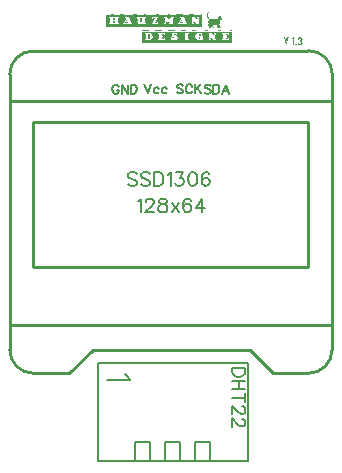
<source format=gto>
G04 Layer: TopSilkLayer*
G04 EasyEDA v6.2.46, 2019-11-22T14:34:10+02:00*
G04 5335dd83e34847d8b21879a5d4bfddff,7760fd71129a401ca35dedc6c0295012,10*
G04 Gerber Generator version 0.2*
G04 Scale: 100 percent, Rotated: No, Reflected: No *
G04 Dimensions in millimeters *
G04 leading zeros omitted , absolute positions ,3 integer and 3 decimal *
%FSLAX33Y33*%
%MOMM*%
G90*
G71D02*

%ADD10C,0.254000*%
%ADD18C,0.203200*%
%ADD19C,0.152400*%

%LPD*%
G54D10*
G01X812Y12616D02*
G01X812Y34616D01*
G01X812Y34616D02*
G01X812Y35915D01*
G01X2812Y37915D02*
G01X26111Y37915D01*
G01X28111Y35915D02*
G01X28111Y12616D01*
G01X812Y14680D02*
G01X27811Y14680D01*
G01X27811Y14680D02*
G01X28111Y14680D01*
G01X812Y33680D02*
G01X28111Y33680D01*
G01X2844Y10616D02*
G01X5844Y10616D01*
G01X7844Y12616D01*
G01X21143Y12616D01*
G01X23143Y10616D01*
G01X26143Y10616D01*
G01X2812Y31916D02*
G01X26111Y31916D01*
G01X26111Y19616D01*
G01X2812Y19616D01*
G01X2812Y31916D01*
G54D18*
G01X20989Y3230D02*
G01X20989Y11485D01*
G01X8289Y11485D01*
G01X8289Y3230D01*
G01X8289Y3230D02*
G01X20908Y3230D01*
G01X12734Y3230D02*
G01X12734Y4825D01*
G01X11464Y4825D01*
G01X11464Y3230D01*
G01X15274Y3230D02*
G01X15274Y4825D01*
G01X14004Y4825D01*
G01X14004Y3230D01*
G01X17814Y3230D02*
G01X17814Y4825D01*
G01X16544Y4825D01*
G01X16544Y3230D01*

%LPD*%
G36*
G01X19627Y39713D02*
G01X12027Y39713D01*
G01X12027Y39665D01*
G01X12039Y39663D01*
G01X12048Y39658D01*
G01X12054Y39650D01*
G01X12055Y39639D01*
G01X12054Y39626D01*
G01X12048Y39618D01*
G01X12039Y39613D01*
G01X12027Y39611D01*
G01X12027Y39568D01*
G01X19627Y39568D01*
G01X19627Y39611D01*
G01X19617Y39615D01*
G01X19609Y39620D01*
G01X19605Y39629D01*
G01X19604Y39639D01*
G01X19605Y39649D01*
G01X19609Y39657D01*
G01X19617Y39662D01*
G01X19627Y39665D01*
G01X19627Y39713D01*
G37*

%LPC*%
G36*
G01X14236Y39663D02*
G01X14224Y39665D01*
G01X14214Y39662D01*
G01X14207Y39657D01*
G01X14203Y39649D01*
G01X14201Y39639D01*
G01X14203Y39629D01*
G01X14207Y39620D01*
G01X14214Y39615D01*
G01X14224Y39611D01*
G01X14224Y39614D01*
G01X14236Y39615D01*
G01X14245Y39620D01*
G01X14251Y39629D01*
G01X14252Y39642D01*
G01X14251Y39651D01*
G01X14245Y39659D01*
G01X14236Y39663D01*
G37*
G36*
G01X12126Y39665D02*
G01X12113Y39667D01*
G01X12102Y39665D01*
G01X12095Y39660D01*
G01X12090Y39651D01*
G01X12088Y39639D01*
G01X12090Y39626D01*
G01X12095Y39618D01*
G01X12102Y39613D01*
G01X12113Y39611D01*
G01X12126Y39613D01*
G01X12134Y39618D01*
G01X12140Y39626D01*
G01X12141Y39639D01*
G01X12140Y39651D01*
G01X12134Y39660D01*
G01X12126Y39665D01*
G37*
G36*
G01X12204Y39665D02*
G01X12192Y39667D01*
G01X12180Y39665D01*
G01X12171Y39660D01*
G01X12166Y39651D01*
G01X12164Y39639D01*
G01X12166Y39626D01*
G01X12171Y39618D01*
G01X12180Y39613D01*
G01X12192Y39611D01*
G01X12204Y39613D01*
G01X12213Y39618D01*
G01X12219Y39626D01*
G01X12220Y39639D01*
G01X12219Y39651D01*
G01X12213Y39660D01*
G01X12204Y39665D01*
G37*
G36*
G01X12268Y39667D02*
G01X12263Y39667D01*
G01X12255Y39663D01*
G01X12251Y39660D01*
G01X12246Y39655D01*
G01X12243Y39650D01*
G01X12241Y39645D01*
G01X12240Y39639D01*
G01X12241Y39633D01*
G01X12243Y39628D01*
G01X12246Y39623D01*
G01X12251Y39619D01*
G01X12255Y39615D01*
G01X12263Y39611D01*
G01X12268Y39611D01*
G01X12281Y39613D01*
G01X12289Y39618D01*
G01X12295Y39626D01*
G01X12296Y39639D01*
G01X12295Y39651D01*
G01X12289Y39660D01*
G01X12281Y39665D01*
G01X12268Y39667D01*
G37*
G36*
G01X12361Y39665D02*
G01X12350Y39667D01*
G01X12337Y39665D01*
G01X12329Y39660D01*
G01X12324Y39651D01*
G01X12322Y39639D01*
G01X12324Y39626D01*
G01X12329Y39618D01*
G01X12337Y39613D01*
G01X12350Y39611D01*
G01X12361Y39613D01*
G01X12369Y39618D01*
G01X12374Y39626D01*
G01X12375Y39639D01*
G01X12374Y39651D01*
G01X12369Y39660D01*
G01X12361Y39665D01*
G37*
G36*
G01X12436Y39667D02*
G01X12431Y39667D01*
G01X12420Y39665D01*
G01X12412Y39660D01*
G01X12407Y39651D01*
G01X12406Y39639D01*
G01X12407Y39626D01*
G01X12412Y39618D01*
G01X12420Y39613D01*
G01X12431Y39611D01*
G01X12436Y39611D01*
G01X12446Y39615D01*
G01X12451Y39619D01*
G01X12455Y39623D01*
G01X12457Y39628D01*
G01X12458Y39633D01*
G01X12459Y39639D01*
G01X12458Y39645D01*
G01X12457Y39650D01*
G01X12455Y39655D01*
G01X12451Y39660D01*
G01X12446Y39663D01*
G01X12436Y39667D01*
G37*
G36*
G01X12526Y39665D02*
G01X12515Y39667D01*
G01X12503Y39665D01*
G01X12494Y39660D01*
G01X12489Y39651D01*
G01X12487Y39639D01*
G01X12489Y39626D01*
G01X12494Y39618D01*
G01X12503Y39613D01*
G01X12515Y39611D01*
G01X12526Y39613D01*
G01X12534Y39618D01*
G01X12539Y39626D01*
G01X12540Y39639D01*
G01X12539Y39651D01*
G01X12534Y39660D01*
G01X12526Y39665D01*
G37*
G36*
G01X12612Y39665D02*
G01X12601Y39667D01*
G01X12589Y39665D01*
G01X12580Y39660D01*
G01X12575Y39651D01*
G01X12573Y39639D01*
G01X12575Y39626D01*
G01X12580Y39618D01*
G01X12589Y39613D01*
G01X12601Y39611D01*
G01X12612Y39613D01*
G01X12620Y39618D01*
G01X12625Y39626D01*
G01X12627Y39639D01*
G01X12625Y39651D01*
G01X12620Y39660D01*
G01X12612Y39665D01*
G37*
G36*
G01X12687Y39665D02*
G01X12675Y39667D01*
G01X12663Y39665D01*
G01X12654Y39660D01*
G01X12649Y39651D01*
G01X12647Y39639D01*
G01X12649Y39626D01*
G01X12654Y39618D01*
G01X12663Y39613D01*
G01X12675Y39611D01*
G01X12687Y39613D01*
G01X12696Y39618D01*
G01X12701Y39626D01*
G01X12703Y39639D01*
G01X12701Y39651D01*
G01X12696Y39660D01*
G01X12687Y39665D01*
G37*
G36*
G01X12762Y39665D02*
G01X12751Y39667D01*
G01X12739Y39665D01*
G01X12730Y39660D01*
G01X12725Y39651D01*
G01X12723Y39639D01*
G01X12725Y39626D01*
G01X12730Y39618D01*
G01X12739Y39613D01*
G01X12751Y39611D01*
G01X12762Y39613D01*
G01X12770Y39618D01*
G01X12775Y39626D01*
G01X12776Y39639D01*
G01X12775Y39651D01*
G01X12770Y39660D01*
G01X12762Y39665D01*
G37*
G36*
G01X12839Y39665D02*
G01X12827Y39667D01*
G01X12816Y39665D01*
G01X12808Y39660D01*
G01X12803Y39651D01*
G01X12802Y39639D01*
G01X12803Y39626D01*
G01X12808Y39618D01*
G01X12816Y39613D01*
G01X12827Y39611D01*
G01X12839Y39613D01*
G01X12848Y39618D01*
G01X12854Y39626D01*
G01X12855Y39639D01*
G01X12854Y39651D01*
G01X12848Y39660D01*
G01X12839Y39665D01*
G37*
G36*
G01X12908Y39667D02*
G01X12903Y39667D01*
G01X12891Y39665D01*
G01X12883Y39660D01*
G01X12877Y39651D01*
G01X12875Y39639D01*
G01X12877Y39626D01*
G01X12883Y39618D01*
G01X12891Y39613D01*
G01X12903Y39611D01*
G01X12908Y39611D01*
G01X12913Y39613D01*
G01X12917Y39615D01*
G01X12921Y39619D01*
G01X12926Y39623D01*
G01X12929Y39628D01*
G01X12931Y39633D01*
G01X12931Y39645D01*
G01X12929Y39650D01*
G01X12926Y39655D01*
G01X12921Y39660D01*
G01X12917Y39663D01*
G01X12913Y39665D01*
G01X12908Y39667D01*
G37*
G36*
G01X12985Y39667D02*
G01X12980Y39667D01*
G01X12967Y39665D01*
G01X12959Y39660D01*
G01X12954Y39651D01*
G01X12952Y39639D01*
G01X12954Y39626D01*
G01X12959Y39618D01*
G01X12967Y39613D01*
G01X12980Y39611D01*
G01X12985Y39611D01*
G01X12993Y39615D01*
G01X12997Y39619D01*
G01X13002Y39623D01*
G01X13005Y39628D01*
G01X13007Y39633D01*
G01X13008Y39639D01*
G01X13007Y39645D01*
G01X13005Y39650D01*
G01X13002Y39655D01*
G01X12997Y39660D01*
G01X12993Y39663D01*
G01X12985Y39667D01*
G37*
G36*
G01X13065Y39665D02*
G01X13053Y39667D01*
G01X13042Y39665D01*
G01X13034Y39660D01*
G01X13029Y39651D01*
G01X13028Y39639D01*
G01X13029Y39626D01*
G01X13034Y39618D01*
G01X13042Y39613D01*
G01X13053Y39611D01*
G01X13065Y39613D01*
G01X13074Y39618D01*
G01X13080Y39626D01*
G01X13081Y39639D01*
G01X13080Y39651D01*
G01X13074Y39660D01*
G01X13065Y39665D01*
G37*
G36*
G01X14164Y39665D02*
G01X14153Y39667D01*
G01X14141Y39665D01*
G01X14132Y39660D01*
G01X14127Y39651D01*
G01X14125Y39639D01*
G01X14127Y39626D01*
G01X14132Y39618D01*
G01X14141Y39613D01*
G01X14153Y39611D01*
G01X14164Y39613D01*
G01X14172Y39618D01*
G01X14177Y39626D01*
G01X14178Y39639D01*
G01X14177Y39651D01*
G01X14172Y39660D01*
G01X14164Y39665D01*
G37*
G36*
G01X14089Y39665D02*
G01X14077Y39667D01*
G01X14066Y39665D01*
G01X14058Y39660D01*
G01X14053Y39651D01*
G01X14051Y39639D01*
G01X14053Y39626D01*
G01X14058Y39618D01*
G01X14066Y39613D01*
G01X14077Y39611D01*
G01X14089Y39613D01*
G01X14098Y39618D01*
G01X14103Y39626D01*
G01X14105Y39639D01*
G01X14103Y39651D01*
G01X14098Y39660D01*
G01X14089Y39665D01*
G37*
G36*
G01X14013Y39665D02*
G01X14001Y39667D01*
G01X13988Y39665D01*
G01X13980Y39660D01*
G01X13975Y39651D01*
G01X13973Y39639D01*
G01X13975Y39626D01*
G01X13980Y39618D01*
G01X13988Y39613D01*
G01X14001Y39611D01*
G01X14013Y39613D01*
G01X14021Y39618D01*
G01X14027Y39626D01*
G01X14029Y39639D01*
G01X14027Y39651D01*
G01X14021Y39660D01*
G01X14013Y39665D01*
G37*
G36*
G01X13927Y39667D02*
G01X13922Y39667D01*
G01X13912Y39663D01*
G01X13907Y39660D01*
G01X13901Y39650D01*
G01X13900Y39645D01*
G01X13899Y39639D01*
G01X13900Y39633D01*
G01X13901Y39628D01*
G01X13904Y39623D01*
G01X13907Y39619D01*
G01X13912Y39615D01*
G01X13922Y39611D01*
G01X13927Y39611D01*
G01X13938Y39613D01*
G01X13946Y39618D01*
G01X13951Y39626D01*
G01X13952Y39639D01*
G01X13951Y39651D01*
G01X13946Y39660D01*
G01X13938Y39665D01*
G01X13927Y39667D01*
G37*
G36*
G01X13862Y39665D02*
G01X13851Y39667D01*
G01X13839Y39665D01*
G01X13830Y39660D01*
G01X13825Y39651D01*
G01X13823Y39639D01*
G01X13825Y39626D01*
G01X13830Y39618D01*
G01X13839Y39613D01*
G01X13851Y39611D01*
G01X13862Y39613D01*
G01X13870Y39618D01*
G01X13875Y39626D01*
G01X13876Y39639D01*
G01X13875Y39651D01*
G01X13870Y39660D01*
G01X13862Y39665D01*
G37*
G36*
G01X13780Y39667D02*
G01X13775Y39667D01*
G01X13762Y39665D01*
G01X13754Y39660D01*
G01X13749Y39651D01*
G01X13747Y39639D01*
G01X13749Y39626D01*
G01X13754Y39618D01*
G01X13762Y39613D01*
G01X13775Y39611D01*
G01X13780Y39611D01*
G01X13790Y39615D01*
G01X13795Y39619D01*
G01X13798Y39623D01*
G01X13801Y39628D01*
G01X13802Y39633D01*
G01X13803Y39639D01*
G01X13802Y39645D01*
G01X13801Y39650D01*
G01X13795Y39660D01*
G01X13790Y39663D01*
G01X13780Y39667D01*
G37*
G36*
G01X13711Y39665D02*
G01X13698Y39667D01*
G01X13686Y39665D01*
G01X13678Y39660D01*
G01X13672Y39651D01*
G01X13670Y39639D01*
G01X13672Y39626D01*
G01X13678Y39618D01*
G01X13686Y39613D01*
G01X13698Y39611D01*
G01X13711Y39613D01*
G01X13719Y39618D01*
G01X13725Y39626D01*
G01X13726Y39639D01*
G01X13725Y39651D01*
G01X13719Y39660D01*
G01X13711Y39665D01*
G37*
G36*
G01X13612Y39667D02*
G01X13607Y39667D01*
G01X13602Y39665D01*
G01X13598Y39663D01*
G01X13594Y39660D01*
G01X13590Y39655D01*
G01X13587Y39650D01*
G01X13585Y39645D01*
G01X13584Y39639D01*
G01X13585Y39633D01*
G01X13587Y39628D01*
G01X13590Y39623D01*
G01X13598Y39615D01*
G01X13602Y39613D01*
G01X13607Y39611D01*
G01X13612Y39611D01*
G01X13624Y39613D01*
G01X13633Y39618D01*
G01X13638Y39626D01*
G01X13640Y39639D01*
G01X13638Y39651D01*
G01X13633Y39660D01*
G01X13624Y39665D01*
G01X13612Y39667D01*
G37*
G36*
G01X13542Y39665D02*
G01X13531Y39667D01*
G01X13519Y39665D01*
G01X13510Y39660D01*
G01X13505Y39651D01*
G01X13503Y39639D01*
G01X13505Y39626D01*
G01X13510Y39618D01*
G01X13519Y39613D01*
G01X13531Y39611D01*
G01X13542Y39613D01*
G01X13550Y39618D01*
G01X13555Y39626D01*
G01X13556Y39639D01*
G01X13555Y39651D01*
G01X13550Y39660D01*
G01X13542Y39665D01*
G37*
G36*
G01X13461Y39665D02*
G01X13449Y39667D01*
G01X13437Y39665D01*
G01X13429Y39660D01*
G01X13424Y39651D01*
G01X13422Y39639D01*
G01X13424Y39626D01*
G01X13429Y39618D01*
G01X13437Y39613D01*
G01X13449Y39611D01*
G01X13461Y39613D01*
G01X13469Y39618D01*
G01X13473Y39626D01*
G01X13475Y39639D01*
G01X13473Y39651D01*
G01X13469Y39660D01*
G01X13461Y39665D01*
G37*
G36*
G01X13380Y39665D02*
G01X13368Y39667D01*
G01X13356Y39665D01*
G01X13347Y39660D01*
G01X13342Y39651D01*
G01X13340Y39639D01*
G01X13342Y39626D01*
G01X13347Y39618D01*
G01X13356Y39613D01*
G01X13368Y39611D01*
G01X13380Y39613D01*
G01X13389Y39618D01*
G01X13395Y39626D01*
G01X13396Y39639D01*
G01X13395Y39651D01*
G01X13389Y39660D01*
G01X13380Y39665D01*
G37*
G36*
G01X13302Y39665D02*
G01X13289Y39667D01*
G01X13278Y39665D01*
G01X13271Y39660D01*
G01X13266Y39651D01*
G01X13264Y39639D01*
G01X13266Y39626D01*
G01X13271Y39618D01*
G01X13278Y39613D01*
G01X13289Y39611D01*
G01X13302Y39613D01*
G01X13310Y39618D01*
G01X13316Y39626D01*
G01X13317Y39639D01*
G01X13316Y39651D01*
G01X13310Y39660D01*
G01X13302Y39665D01*
G37*
G36*
G01X13218Y39667D02*
G01X13213Y39667D01*
G01X13202Y39665D01*
G01X13194Y39660D01*
G01X13189Y39651D01*
G01X13188Y39639D01*
G01X13189Y39626D01*
G01X13194Y39618D01*
G01X13202Y39613D01*
G01X13213Y39611D01*
G01X13218Y39611D01*
G01X13223Y39613D01*
G01X13229Y39615D01*
G01X13234Y39619D01*
G01X13237Y39623D01*
G01X13241Y39633D01*
G01X13241Y39645D01*
G01X13237Y39655D01*
G01X13234Y39660D01*
G01X13229Y39663D01*
G01X13223Y39665D01*
G01X13218Y39667D01*
G37*
G36*
G01X16266Y39667D02*
G01X16261Y39667D01*
G01X16249Y39665D01*
G01X16240Y39660D01*
G01X16235Y39651D01*
G01X16233Y39639D01*
G01X16235Y39626D01*
G01X16240Y39618D01*
G01X16249Y39613D01*
G01X16261Y39611D01*
G01X16266Y39611D01*
G01X16271Y39613D01*
G01X16275Y39615D01*
G01X16283Y39623D01*
G01X16285Y39628D01*
G01X16286Y39633D01*
G01X16287Y39639D01*
G01X16286Y39645D01*
G01X16285Y39650D01*
G01X16283Y39655D01*
G01X16279Y39660D01*
G01X16275Y39663D01*
G01X16271Y39665D01*
G01X16266Y39667D01*
G37*
G36*
G01X16190Y39667D02*
G01X16185Y39667D01*
G01X16174Y39665D01*
G01X16166Y39660D01*
G01X16161Y39651D01*
G01X16160Y39639D01*
G01X16161Y39626D01*
G01X16166Y39618D01*
G01X16174Y39613D01*
G01X16185Y39611D01*
G01X16190Y39611D01*
G01X16200Y39615D01*
G01X16205Y39619D01*
G01X16209Y39623D01*
G01X16211Y39628D01*
G01X16212Y39633D01*
G01X16213Y39639D01*
G01X16212Y39645D01*
G01X16211Y39650D01*
G01X16209Y39655D01*
G01X16205Y39660D01*
G01X16200Y39663D01*
G01X16190Y39667D01*
G37*
G36*
G01X16114Y39667D02*
G01X16109Y39667D01*
G01X16097Y39665D01*
G01X16088Y39660D01*
G01X16083Y39651D01*
G01X16081Y39639D01*
G01X16083Y39626D01*
G01X16088Y39618D01*
G01X16097Y39613D01*
G01X16109Y39611D01*
G01X16114Y39611D01*
G01X16119Y39613D01*
G01X16123Y39615D01*
G01X16131Y39623D01*
G01X16134Y39628D01*
G01X16136Y39633D01*
G01X16137Y39639D01*
G01X16136Y39645D01*
G01X16134Y39650D01*
G01X16131Y39655D01*
G01X16127Y39660D01*
G01X16123Y39663D01*
G01X16119Y39665D01*
G01X16114Y39667D01*
G37*
G36*
G01X16046Y39665D02*
G01X16035Y39667D01*
G01X16023Y39665D01*
G01X16014Y39660D01*
G01X16009Y39651D01*
G01X16007Y39639D01*
G01X16009Y39626D01*
G01X16014Y39618D01*
G01X16023Y39613D01*
G01X16035Y39611D01*
G01X16046Y39613D01*
G01X16055Y39618D01*
G01X16059Y39626D01*
G01X16061Y39639D01*
G01X16059Y39651D01*
G01X16055Y39660D01*
G01X16046Y39665D01*
G37*
G36*
G01X15969Y39665D02*
G01X15956Y39667D01*
G01X15944Y39665D01*
G01X15936Y39660D01*
G01X15931Y39651D01*
G01X15929Y39639D01*
G01X15931Y39626D01*
G01X15936Y39618D01*
G01X15944Y39613D01*
G01X15956Y39611D01*
G01X15969Y39613D01*
G01X15977Y39618D01*
G01X15983Y39626D01*
G01X15984Y39639D01*
G01X15983Y39651D01*
G01X15977Y39660D01*
G01X15969Y39665D01*
G37*
G36*
G01X15892Y39665D02*
G01X15880Y39667D01*
G01X15869Y39665D01*
G01X15861Y39660D01*
G01X15856Y39651D01*
G01X15855Y39639D01*
G01X15856Y39626D01*
G01X15861Y39618D01*
G01X15869Y39613D01*
G01X15880Y39611D01*
G01X15892Y39613D01*
G01X15901Y39618D01*
G01X15907Y39626D01*
G01X15908Y39639D01*
G01X15907Y39651D01*
G01X15901Y39660D01*
G01X15892Y39665D01*
G37*
G36*
G01X15812Y39667D02*
G01X15807Y39667D01*
G01X15794Y39665D01*
G01X15786Y39660D01*
G01X15781Y39651D01*
G01X15779Y39639D01*
G01X15781Y39626D01*
G01X15786Y39618D01*
G01X15794Y39613D01*
G01X15807Y39611D01*
G01X15812Y39611D01*
G01X15820Y39615D01*
G01X15824Y39619D01*
G01X15829Y39623D01*
G01X15832Y39628D01*
G01X15834Y39633D01*
G01X15835Y39639D01*
G01X15834Y39645D01*
G01X15832Y39650D01*
G01X15829Y39655D01*
G01X15824Y39660D01*
G01X15820Y39663D01*
G01X15812Y39667D01*
G37*
G36*
G01X15739Y39665D02*
G01X15728Y39667D01*
G01X15716Y39665D01*
G01X15707Y39660D01*
G01X15702Y39651D01*
G01X15700Y39639D01*
G01X15702Y39626D01*
G01X15707Y39618D01*
G01X15716Y39613D01*
G01X15728Y39611D01*
G01X15739Y39613D01*
G01X15747Y39618D01*
G01X15752Y39626D01*
G01X15753Y39639D01*
G01X15752Y39651D01*
G01X15747Y39660D01*
G01X15739Y39665D01*
G37*
G36*
G01X15656Y39665D02*
G01X15644Y39667D01*
G01X15633Y39665D01*
G01X15625Y39660D01*
G01X15620Y39651D01*
G01X15619Y39639D01*
G01X15620Y39626D01*
G01X15625Y39618D01*
G01X15633Y39613D01*
G01X15644Y39611D01*
G01X15656Y39613D01*
G01X15665Y39618D01*
G01X15670Y39626D01*
G01X15672Y39639D01*
G01X15670Y39651D01*
G01X15665Y39660D01*
G01X15656Y39665D01*
G37*
G36*
G01X15577Y39665D02*
G01X15565Y39667D01*
G01X15553Y39665D01*
G01X15544Y39660D01*
G01X15539Y39651D01*
G01X15537Y39639D01*
G01X15539Y39626D01*
G01X15544Y39618D01*
G01X15553Y39613D01*
G01X15565Y39611D01*
G01X15577Y39613D01*
G01X15586Y39618D01*
G01X15592Y39626D01*
G01X15593Y39639D01*
G01X15592Y39651D01*
G01X15586Y39660D01*
G01X15577Y39665D01*
G37*
G36*
G01X15499Y39665D02*
G01X15487Y39667D01*
G01X15474Y39665D01*
G01X15466Y39660D01*
G01X15461Y39651D01*
G01X15459Y39639D01*
G01X15461Y39626D01*
G01X15466Y39618D01*
G01X15474Y39613D01*
G01X15487Y39611D01*
G01X15499Y39613D01*
G01X15507Y39618D01*
G01X15513Y39626D01*
G01X15515Y39639D01*
G01X15513Y39651D01*
G01X15507Y39660D01*
G01X15499Y39665D01*
G37*
G36*
G01X15415Y39667D02*
G01X15410Y39667D01*
G01X15398Y39665D01*
G01X15390Y39660D01*
G01X15384Y39651D01*
G01X15382Y39639D01*
G01X15384Y39626D01*
G01X15390Y39618D01*
G01X15398Y39613D01*
G01X15410Y39611D01*
G01X15415Y39611D01*
G01X15420Y39613D01*
G01X15424Y39615D01*
G01X15428Y39619D01*
G01X15433Y39623D01*
G01X15436Y39628D01*
G01X15438Y39633D01*
G01X15438Y39645D01*
G01X15436Y39650D01*
G01X15433Y39655D01*
G01X15428Y39660D01*
G01X15424Y39663D01*
G01X15420Y39665D01*
G01X15415Y39667D01*
G37*
G36*
G01X16431Y39665D02*
G01X16419Y39667D01*
G01X16407Y39665D01*
G01X16398Y39660D01*
G01X16393Y39651D01*
G01X16391Y39639D01*
G01X16393Y39626D01*
G01X16398Y39618D01*
G01X16407Y39613D01*
G01X16419Y39611D01*
G01X16431Y39613D01*
G01X16440Y39618D01*
G01X16445Y39626D01*
G01X16447Y39639D01*
G01X16445Y39651D01*
G01X16440Y39660D01*
G01X16431Y39665D01*
G37*
G36*
G01X16509Y39665D02*
G01X16497Y39667D01*
G01X16485Y39665D01*
G01X16477Y39660D01*
G01X16472Y39651D01*
G01X16470Y39639D01*
G01X16472Y39626D01*
G01X16477Y39618D01*
G01X16485Y39613D01*
G01X16497Y39611D01*
G01X16509Y39613D01*
G01X16517Y39618D01*
G01X16521Y39626D01*
G01X16523Y39639D01*
G01X16521Y39651D01*
G01X16517Y39660D01*
G01X16509Y39665D01*
G37*
G36*
G01X16580Y39667D02*
G01X16574Y39667D01*
G01X16563Y39665D01*
G01X16555Y39660D01*
G01X16550Y39651D01*
G01X16548Y39639D01*
G01X16550Y39626D01*
G01X16555Y39618D01*
G01X16563Y39613D01*
G01X16574Y39611D01*
G01X16580Y39611D01*
G01X16590Y39615D01*
G01X16598Y39623D01*
G01X16600Y39628D01*
G01X16601Y39633D01*
G01X16602Y39639D01*
G01X16601Y39645D01*
G01X16600Y39650D01*
G01X16598Y39655D01*
G01X16594Y39660D01*
G01X16590Y39663D01*
G01X16580Y39667D01*
G37*
G36*
G01X16660Y39667D02*
G01X16655Y39667D01*
G01X16643Y39665D01*
G01X16634Y39660D01*
G01X16629Y39651D01*
G01X16627Y39639D01*
G01X16629Y39626D01*
G01X16634Y39618D01*
G01X16643Y39613D01*
G01X16655Y39611D01*
G01X16660Y39611D01*
G01X16665Y39613D01*
G01X16669Y39615D01*
G01X16677Y39623D01*
G01X16680Y39628D01*
G01X16682Y39633D01*
G01X16683Y39639D01*
G01X16682Y39645D01*
G01X16680Y39650D01*
G01X16677Y39655D01*
G01X16673Y39660D01*
G01X16669Y39663D01*
G01X16665Y39665D01*
G01X16660Y39667D01*
G37*
G36*
G01X16748Y39665D02*
G01X16736Y39667D01*
G01X16724Y39665D01*
G01X16715Y39660D01*
G01X16710Y39651D01*
G01X16708Y39639D01*
G01X16710Y39626D01*
G01X16715Y39618D01*
G01X16724Y39613D01*
G01X16736Y39611D01*
G01X16748Y39613D01*
G01X16757Y39618D01*
G01X16763Y39626D01*
G01X16764Y39639D01*
G01X16763Y39651D01*
G01X16757Y39660D01*
G01X16748Y39665D01*
G37*
G36*
G01X16830Y39665D02*
G01X16818Y39667D01*
G01X16805Y39665D01*
G01X16797Y39660D01*
G01X16792Y39651D01*
G01X16790Y39639D01*
G01X16792Y39626D01*
G01X16797Y39618D01*
G01X16805Y39613D01*
G01X16818Y39611D01*
G01X16830Y39613D01*
G01X16838Y39618D01*
G01X16844Y39626D01*
G01X16845Y39639D01*
G01X16844Y39651D01*
G01X16838Y39660D01*
G01X16830Y39665D01*
G37*
G36*
G01X16916Y39665D02*
G01X16904Y39667D01*
G01X16893Y39665D01*
G01X16885Y39660D01*
G01X16880Y39651D01*
G01X16878Y39639D01*
G01X16880Y39626D01*
G01X16885Y39618D01*
G01X16893Y39613D01*
G01X16904Y39611D01*
G01X16916Y39613D01*
G01X16925Y39618D01*
G01X16930Y39626D01*
G01X16932Y39639D01*
G01X16930Y39651D01*
G01X16925Y39660D01*
G01X16916Y39665D01*
G37*
G36*
G01X16991Y39665D02*
G01X16980Y39667D01*
G01X16968Y39665D01*
G01X16959Y39660D01*
G01X16954Y39651D01*
G01X16952Y39639D01*
G01X16954Y39626D01*
G01X16959Y39618D01*
G01X16968Y39613D01*
G01X16980Y39611D01*
G01X16991Y39613D01*
G01X16999Y39618D01*
G01X17004Y39626D01*
G01X17005Y39639D01*
G01X17004Y39651D01*
G01X16999Y39660D01*
G01X16991Y39665D01*
G37*
G36*
G01X17054Y39667D02*
G01X17049Y39667D01*
G01X17044Y39665D01*
G01X17040Y39663D01*
G01X17036Y39660D01*
G01X17030Y39650D01*
G01X17029Y39645D01*
G01X17028Y39639D01*
G01X17029Y39633D01*
G01X17030Y39628D01*
G01X17033Y39623D01*
G01X17036Y39619D01*
G01X17040Y39615D01*
G01X17044Y39613D01*
G01X17049Y39611D01*
G01X17054Y39611D01*
G01X17066Y39613D01*
G01X17075Y39618D01*
G01X17080Y39626D01*
G01X17082Y39639D01*
G01X17080Y39651D01*
G01X17075Y39660D01*
G01X17066Y39665D01*
G01X17054Y39667D01*
G37*
G36*
G01X17145Y39665D02*
G01X17132Y39667D01*
G01X17120Y39665D01*
G01X17112Y39660D01*
G01X17107Y39651D01*
G01X17105Y39639D01*
G01X17107Y39626D01*
G01X17112Y39618D01*
G01X17120Y39613D01*
G01X17132Y39611D01*
G01X17145Y39613D01*
G01X17153Y39618D01*
G01X17159Y39626D01*
G01X17160Y39639D01*
G01X17159Y39651D01*
G01X17153Y39660D01*
G01X17145Y39665D01*
G37*
G36*
G01X17218Y39665D02*
G01X17206Y39667D01*
G01X17195Y39665D01*
G01X17187Y39660D01*
G01X17182Y39651D01*
G01X17181Y39639D01*
G01X17182Y39626D01*
G01X17187Y39618D01*
G01X17195Y39613D01*
G01X17206Y39611D01*
G01X17218Y39613D01*
G01X17227Y39618D01*
G01X17233Y39626D01*
G01X17234Y39639D01*
G01X17233Y39651D01*
G01X17227Y39660D01*
G01X17218Y39665D01*
G37*
G36*
G01X17296Y39665D02*
G01X17285Y39667D01*
G01X17273Y39665D01*
G01X17264Y39660D01*
G01X17259Y39651D01*
G01X17257Y39639D01*
G01X17259Y39626D01*
G01X17264Y39618D01*
G01X17273Y39613D01*
G01X17285Y39611D01*
G01X17296Y39613D01*
G01X17304Y39618D01*
G01X17309Y39626D01*
G01X17310Y39639D01*
G01X17309Y39651D01*
G01X17304Y39660D01*
G01X17296Y39665D01*
G37*
G36*
G01X17371Y39665D02*
G01X17359Y39667D01*
G01X17346Y39665D01*
G01X17338Y39660D01*
G01X17333Y39651D01*
G01X17331Y39639D01*
G01X17333Y39626D01*
G01X17338Y39618D01*
G01X17346Y39613D01*
G01X17359Y39611D01*
G01X17371Y39613D01*
G01X17379Y39618D01*
G01X17385Y39626D01*
G01X17386Y39639D01*
G01X17385Y39651D01*
G01X17379Y39660D01*
G01X17371Y39665D01*
G37*
G36*
G01X19567Y39665D02*
G01X19556Y39667D01*
G01X19543Y39665D01*
G01X19535Y39660D01*
G01X19530Y39651D01*
G01X19528Y39639D01*
G01X19530Y39626D01*
G01X19535Y39618D01*
G01X19543Y39613D01*
G01X19556Y39611D01*
G01X19567Y39613D01*
G01X19575Y39618D01*
G01X19580Y39626D01*
G01X19581Y39639D01*
G01X19580Y39651D01*
G01X19575Y39660D01*
G01X19567Y39665D01*
G37*
G36*
G01X19492Y39665D02*
G01X19479Y39667D01*
G01X19468Y39665D01*
G01X19461Y39660D01*
G01X19456Y39651D01*
G01X19454Y39639D01*
G01X19456Y39626D01*
G01X19461Y39618D01*
G01X19468Y39613D01*
G01X19479Y39611D01*
G01X19492Y39613D01*
G01X19500Y39618D01*
G01X19506Y39626D01*
G01X19507Y39639D01*
G01X19506Y39651D01*
G01X19500Y39660D01*
G01X19492Y39665D01*
G37*
G36*
G01X19415Y39665D02*
G01X19403Y39667D01*
G01X19391Y39665D01*
G01X19382Y39660D01*
G01X19377Y39651D01*
G01X19375Y39639D01*
G01X19377Y39626D01*
G01X19382Y39618D01*
G01X19391Y39613D01*
G01X19403Y39611D01*
G01X19415Y39613D01*
G01X19424Y39618D01*
G01X19430Y39626D01*
G01X19431Y39639D01*
G01X19430Y39651D01*
G01X19424Y39660D01*
G01X19415Y39665D01*
G37*
G36*
G01X19330Y39667D02*
G01X19325Y39667D01*
G01X19319Y39665D01*
G01X19314Y39663D01*
G01X19309Y39660D01*
G01X19306Y39655D01*
G01X19302Y39645D01*
G01X19302Y39633D01*
G01X19306Y39623D01*
G01X19309Y39619D01*
G01X19314Y39615D01*
G01X19319Y39613D01*
G01X19325Y39611D01*
G01X19330Y39611D01*
G01X19341Y39613D01*
G01X19349Y39618D01*
G01X19353Y39626D01*
G01X19355Y39639D01*
G01X19353Y39651D01*
G01X19349Y39660D01*
G01X19341Y39665D01*
G01X19330Y39667D01*
G37*
G36*
G01X19265Y39665D02*
G01X19253Y39667D01*
G01X19241Y39665D01*
G01X19233Y39660D01*
G01X19227Y39651D01*
G01X19225Y39639D01*
G01X19227Y39626D01*
G01X19233Y39618D01*
G01X19241Y39613D01*
G01X19253Y39611D01*
G01X19265Y39613D01*
G01X19273Y39618D01*
G01X19277Y39626D01*
G01X19279Y39639D01*
G01X19277Y39651D01*
G01X19273Y39660D01*
G01X19265Y39665D01*
G37*
G36*
G01X19182Y39667D02*
G01X19177Y39667D01*
G01X19165Y39665D01*
G01X19156Y39660D01*
G01X19151Y39651D01*
G01X19149Y39639D01*
G01X19151Y39626D01*
G01X19156Y39618D01*
G01X19165Y39613D01*
G01X19177Y39611D01*
G01X19182Y39611D01*
G01X19192Y39615D01*
G01X19198Y39619D01*
G01X19201Y39623D01*
G01X19205Y39633D01*
G01X19205Y39645D01*
G01X19201Y39655D01*
G01X19198Y39660D01*
G01X19192Y39663D01*
G01X19182Y39667D01*
G37*
G36*
G01X19113Y39665D02*
G01X19101Y39667D01*
G01X19089Y39665D01*
G01X19080Y39660D01*
G01X19075Y39651D01*
G01X19073Y39639D01*
G01X19075Y39626D01*
G01X19080Y39618D01*
G01X19089Y39613D01*
G01X19101Y39611D01*
G01X19113Y39613D01*
G01X19122Y39618D01*
G01X19127Y39626D01*
G01X19129Y39639D01*
G01X19127Y39651D01*
G01X19122Y39660D01*
G01X19113Y39665D01*
G37*
G36*
G01X19015Y39667D02*
G01X19010Y39667D01*
G01X19005Y39665D01*
G01X19001Y39663D01*
G01X18997Y39660D01*
G01X18992Y39655D01*
G01X18989Y39650D01*
G01X18987Y39645D01*
G01X18987Y39633D01*
G01X18989Y39628D01*
G01X18992Y39623D01*
G01X18997Y39619D01*
G01X19001Y39615D01*
G01X19005Y39613D01*
G01X19010Y39611D01*
G01X19015Y39611D01*
G01X19027Y39613D01*
G01X19035Y39618D01*
G01X19041Y39626D01*
G01X19043Y39639D01*
G01X19041Y39651D01*
G01X19035Y39660D01*
G01X19027Y39665D01*
G01X19015Y39667D01*
G37*
G36*
G01X18946Y39665D02*
G01X18933Y39667D01*
G01X18921Y39665D01*
G01X18913Y39660D01*
G01X18907Y39651D01*
G01X18905Y39639D01*
G01X18907Y39626D01*
G01X18913Y39618D01*
G01X18921Y39613D01*
G01X18933Y39611D01*
G01X18946Y39613D01*
G01X18954Y39618D01*
G01X18960Y39626D01*
G01X18961Y39639D01*
G01X18960Y39651D01*
G01X18954Y39660D01*
G01X18946Y39665D01*
G37*
G36*
G01X18863Y39665D02*
G01X18852Y39667D01*
G01X18840Y39665D01*
G01X18831Y39660D01*
G01X18826Y39651D01*
G01X18824Y39639D01*
G01X18826Y39626D01*
G01X18831Y39618D01*
G01X18840Y39613D01*
G01X18852Y39611D01*
G01X18863Y39613D01*
G01X18871Y39618D01*
G01X18876Y39626D01*
G01X18877Y39639D01*
G01X18876Y39651D01*
G01X18871Y39660D01*
G01X18863Y39665D01*
G37*
G36*
G01X18783Y39665D02*
G01X18771Y39667D01*
G01X18760Y39665D01*
G01X18752Y39660D01*
G01X18747Y39651D01*
G01X18745Y39639D01*
G01X18747Y39626D01*
G01X18752Y39618D01*
G01X18760Y39613D01*
G01X18771Y39611D01*
G01X18783Y39613D01*
G01X18792Y39618D01*
G01X18797Y39626D01*
G01X18799Y39639D01*
G01X18797Y39651D01*
G01X18792Y39660D01*
G01X18783Y39665D01*
G37*
G36*
G01X18704Y39665D02*
G01X18692Y39667D01*
G01X18681Y39665D01*
G01X18673Y39660D01*
G01X18668Y39651D01*
G01X18667Y39639D01*
G01X18668Y39626D01*
G01X18673Y39618D01*
G01X18681Y39613D01*
G01X18692Y39611D01*
G01X18704Y39613D01*
G01X18713Y39618D01*
G01X18718Y39626D01*
G01X18720Y39639D01*
G01X18718Y39651D01*
G01X18713Y39660D01*
G01X18704Y39665D01*
G37*
G36*
G01X18621Y39667D02*
G01X18616Y39667D01*
G01X18605Y39665D01*
G01X18597Y39660D01*
G01X18592Y39651D01*
G01X18590Y39639D01*
G01X18592Y39626D01*
G01X18597Y39618D01*
G01X18605Y39613D01*
G01X18616Y39611D01*
G01X18621Y39611D01*
G01X18631Y39615D01*
G01X18636Y39619D01*
G01X18640Y39623D01*
G01X18642Y39628D01*
G01X18643Y39633D01*
G01X18644Y39639D01*
G01X18643Y39645D01*
G01X18642Y39650D01*
G01X18640Y39655D01*
G01X18636Y39660D01*
G01X18631Y39663D01*
G01X18621Y39667D01*
G37*
G36*
G01X15256Y39667D02*
G01X15244Y39667D01*
G01X15234Y39663D01*
G01X15230Y39660D01*
G01X15227Y39655D01*
G01X15224Y39651D01*
G01X15223Y39646D01*
G01X15222Y39642D01*
G01X15224Y39629D01*
G01X15230Y39620D01*
G01X15238Y39615D01*
G01X15250Y39614D01*
G01X15263Y39615D01*
G01X15271Y39620D01*
G01X15277Y39629D01*
G01X15278Y39642D01*
G01X15278Y39646D01*
G01X15276Y39651D01*
G01X15274Y39655D01*
G01X15271Y39660D01*
G01X15267Y39663D01*
G01X15262Y39665D01*
G01X15256Y39667D01*
G37*
G36*
G01X15182Y39667D02*
G01X15171Y39667D01*
G01X15166Y39665D01*
G01X15160Y39663D01*
G01X15156Y39660D01*
G01X15153Y39655D01*
G01X15151Y39651D01*
G01X15149Y39646D01*
G01X15149Y39642D01*
G01X15151Y39629D01*
G01X15156Y39620D01*
G01X15164Y39615D01*
G01X15177Y39614D01*
G01X15182Y39614D01*
G01X15186Y39615D01*
G01X15194Y39621D01*
G01X15198Y39625D01*
G01X15200Y39630D01*
G01X15202Y39636D01*
G01X15202Y39646D01*
G01X15200Y39651D01*
G01X15198Y39655D01*
G01X15194Y39660D01*
G01X15190Y39663D01*
G01X15182Y39667D01*
G37*
G36*
G01X15106Y39667D02*
G01X15094Y39667D01*
G01X15084Y39663D01*
G01X15080Y39660D01*
G01X15077Y39655D01*
G01X15075Y39651D01*
G01X15073Y39646D01*
G01X15073Y39642D01*
G01X15075Y39629D01*
G01X15080Y39620D01*
G01X15088Y39615D01*
G01X15100Y39614D01*
G01X15106Y39614D01*
G01X15110Y39615D01*
G01X15118Y39621D01*
G01X15122Y39625D01*
G01X15124Y39630D01*
G01X15126Y39642D01*
G01X15125Y39646D01*
G01X15124Y39651D01*
G01X15122Y39655D01*
G01X15118Y39660D01*
G01X15114Y39663D01*
G01X15106Y39667D01*
G37*
G36*
G01X15030Y39667D02*
G01X15018Y39667D01*
G01X15008Y39663D01*
G01X15004Y39660D01*
G01X15001Y39655D01*
G01X14998Y39651D01*
G01X14997Y39646D01*
G01X14996Y39642D01*
G01X14998Y39629D01*
G01X15003Y39620D01*
G01X15012Y39615D01*
G01X15024Y39614D01*
G01X15036Y39615D01*
G01X15045Y39620D01*
G01X15051Y39629D01*
G01X15052Y39642D01*
G01X15052Y39646D01*
G01X15050Y39651D01*
G01X15048Y39655D01*
G01X15045Y39660D01*
G01X15041Y39663D01*
G01X15036Y39665D01*
G01X15030Y39667D01*
G37*
G36*
G01X14952Y39667D02*
G01X14940Y39667D01*
G01X14932Y39663D01*
G01X14928Y39660D01*
G01X14925Y39655D01*
G01X14922Y39651D01*
G01X14921Y39646D01*
G01X14920Y39642D01*
G01X14922Y39629D01*
G01X14927Y39620D01*
G01X14934Y39615D01*
G01X14946Y39614D01*
G01X14958Y39615D01*
G01X14966Y39620D01*
G01X14972Y39629D01*
G01X14973Y39642D01*
G01X14973Y39646D01*
G01X14971Y39651D01*
G01X14969Y39655D01*
G01X14966Y39660D01*
G01X14962Y39663D01*
G01X14952Y39667D01*
G37*
G36*
G01X14878Y39667D02*
G01X14866Y39667D01*
G01X14856Y39663D01*
G01X14852Y39660D01*
G01X14849Y39655D01*
G01X14846Y39651D01*
G01X14844Y39646D01*
G01X14844Y39642D01*
G01X14846Y39629D01*
G01X14851Y39620D01*
G01X14860Y39615D01*
G01X14872Y39614D01*
G01X14884Y39615D01*
G01X14893Y39620D01*
G01X14898Y39629D01*
G01X14900Y39642D01*
G01X14899Y39646D01*
G01X14898Y39651D01*
G01X14896Y39655D01*
G01X14892Y39660D01*
G01X14888Y39663D01*
G01X14884Y39665D01*
G01X14878Y39667D01*
G37*
G36*
G01X14802Y39667D02*
G01X14791Y39667D01*
G01X14786Y39665D01*
G01X14782Y39663D01*
G01X14778Y39660D01*
G01X14775Y39655D01*
G01X14772Y39651D01*
G01X14771Y39646D01*
G01X14770Y39642D01*
G01X14772Y39629D01*
G01X14777Y39620D01*
G01X14785Y39615D01*
G01X14796Y39614D01*
G01X14808Y39615D01*
G01X14817Y39620D01*
G01X14822Y39629D01*
G01X14824Y39642D01*
G01X14823Y39646D01*
G01X14822Y39651D01*
G01X14820Y39655D01*
G01X14816Y39660D01*
G01X14812Y39663D01*
G01X14802Y39667D01*
G37*
G36*
G01X14715Y39667D02*
G01X14704Y39667D01*
G01X14696Y39663D01*
G01X14692Y39660D01*
G01X14688Y39655D01*
G01X14686Y39651D01*
G01X14684Y39646D01*
G01X14684Y39642D01*
G01X14685Y39629D01*
G01X14691Y39620D01*
G01X14698Y39615D01*
G01X14709Y39614D01*
G01X14722Y39615D01*
G01X14730Y39620D01*
G01X14736Y39629D01*
G01X14737Y39642D01*
G01X14737Y39646D01*
G01X14735Y39651D01*
G01X14733Y39655D01*
G01X14730Y39660D01*
G01X14726Y39663D01*
G01X14721Y39665D01*
G01X14715Y39667D01*
G37*
G36*
G01X14633Y39667D02*
G01X14622Y39667D01*
G01X14612Y39663D01*
G01X14608Y39660D01*
G01X14605Y39655D01*
G01X14602Y39651D01*
G01X14601Y39646D01*
G01X14600Y39642D01*
G01X14602Y39629D01*
G01X14607Y39620D01*
G01X14616Y39615D01*
G01X14628Y39614D01*
G01X14633Y39614D01*
G01X14638Y39615D01*
G01X14648Y39621D01*
G01X14652Y39625D01*
G01X14654Y39630D01*
G01X14656Y39642D01*
G01X14655Y39646D01*
G01X14654Y39651D01*
G01X14652Y39655D01*
G01X14648Y39660D01*
G01X14643Y39663D01*
G01X14633Y39667D01*
G37*
G36*
G01X14550Y39667D02*
G01X14539Y39667D01*
G01X14531Y39663D01*
G01X14526Y39660D01*
G01X14523Y39655D01*
G01X14521Y39651D01*
G01X14519Y39646D01*
G01X14519Y39636D01*
G01X14521Y39630D01*
G01X14523Y39625D01*
G01X14526Y39621D01*
G01X14531Y39618D01*
G01X14535Y39615D01*
G01X14539Y39614D01*
G01X14544Y39614D01*
G01X14556Y39615D01*
G01X14565Y39620D01*
G01X14571Y39629D01*
G01X14572Y39642D01*
G01X14572Y39646D01*
G01X14570Y39651D01*
G01X14568Y39655D01*
G01X14565Y39660D01*
G01X14560Y39663D01*
G01X14556Y39665D01*
G01X14550Y39667D01*
G37*
G36*
G01X14472Y39667D02*
G01X14460Y39667D01*
G01X14452Y39663D01*
G01X14448Y39660D01*
G01X14443Y39655D01*
G01X14440Y39651D01*
G01X14438Y39646D01*
G01X14438Y39636D01*
G01X14440Y39630D01*
G01X14443Y39625D01*
G01X14448Y39621D01*
G01X14456Y39615D01*
G01X14460Y39614D01*
G01X14465Y39614D01*
G01X14478Y39615D01*
G01X14486Y39620D01*
G01X14492Y39629D01*
G01X14493Y39642D01*
G01X14493Y39646D01*
G01X14491Y39651D01*
G01X14489Y39655D01*
G01X14486Y39660D01*
G01X14482Y39663D01*
G01X14472Y39667D01*
G37*
G36*
G01X14394Y39667D02*
G01X14383Y39667D01*
G01X14373Y39663D01*
G01X14369Y39660D01*
G01X14366Y39655D01*
G01X14363Y39651D01*
G01X14362Y39646D01*
G01X14361Y39642D01*
G01X14363Y39629D01*
G01X14368Y39620D01*
G01X14377Y39615D01*
G01X14389Y39614D01*
G01X14400Y39615D01*
G01X14409Y39620D01*
G01X14413Y39629D01*
G01X14415Y39642D01*
G01X14414Y39646D01*
G01X14413Y39651D01*
G01X14411Y39655D01*
G01X14407Y39660D01*
G01X14403Y39663D01*
G01X14399Y39665D01*
G01X14394Y39667D01*
G37*
G36*
G01X14317Y39667D02*
G01X14304Y39667D01*
G01X14294Y39663D01*
G01X14290Y39660D01*
G01X14287Y39655D01*
G01X14285Y39651D01*
G01X14283Y39646D01*
G01X14283Y39642D01*
G01X14285Y39629D01*
G01X14290Y39620D01*
G01X14298Y39615D01*
G01X14311Y39614D01*
G01X14323Y39615D01*
G01X14331Y39620D01*
G01X14337Y39629D01*
G01X14338Y39642D01*
G01X14338Y39646D01*
G01X14336Y39651D01*
G01X14334Y39655D01*
G01X14331Y39660D01*
G01X14327Y39663D01*
G01X14317Y39667D01*
G37*
G36*
G01X17522Y39667D02*
G01X17511Y39667D01*
G01X17506Y39665D01*
G01X17502Y39663D01*
G01X17498Y39660D01*
G01X17495Y39655D01*
G01X17493Y39651D01*
G01X17491Y39646D01*
G01X17491Y39642D01*
G01X17492Y39629D01*
G01X17497Y39620D01*
G01X17505Y39615D01*
G01X17516Y39614D01*
G01X17528Y39615D01*
G01X17537Y39620D01*
G01X17542Y39629D01*
G01X17544Y39642D01*
G01X17543Y39646D01*
G01X17542Y39651D01*
G01X17540Y39655D01*
G01X17536Y39660D01*
G01X17532Y39663D01*
G01X17528Y39665D01*
G01X17522Y39667D01*
G37*
G36*
G01X17601Y39667D02*
G01X17589Y39667D01*
G01X17579Y39663D01*
G01X17574Y39660D01*
G01X17571Y39655D01*
G01X17569Y39651D01*
G01X17567Y39646D01*
G01X17567Y39642D01*
G01X17569Y39629D01*
G01X17574Y39620D01*
G01X17583Y39615D01*
G01X17595Y39614D01*
G01X17607Y39615D01*
G01X17616Y39620D01*
G01X17621Y39629D01*
G01X17623Y39642D01*
G01X17622Y39646D01*
G01X17621Y39651D01*
G01X17619Y39655D01*
G01X17615Y39660D01*
G01X17611Y39663D01*
G01X17601Y39667D01*
G37*
G36*
G01X17677Y39667D02*
G01X17666Y39667D01*
G01X17661Y39665D01*
G01X17657Y39663D01*
G01X17653Y39660D01*
G01X17649Y39655D01*
G01X17646Y39651D01*
G01X17644Y39646D01*
G01X17643Y39642D01*
G01X17644Y39636D01*
G01X17646Y39630D01*
G01X17649Y39625D01*
G01X17653Y39621D01*
G01X17661Y39615D01*
G01X17666Y39614D01*
G01X17671Y39614D01*
G01X17683Y39615D01*
G01X17692Y39620D01*
G01X17697Y39629D01*
G01X17699Y39642D01*
G01X17698Y39646D01*
G01X17697Y39651D01*
G01X17695Y39655D01*
G01X17691Y39660D01*
G01X17687Y39663D01*
G01X17683Y39665D01*
G01X17677Y39667D01*
G37*
G36*
G01X17757Y39667D02*
G01X17747Y39667D01*
G01X17737Y39663D01*
G01X17732Y39660D01*
G01X17729Y39655D01*
G01X17726Y39651D01*
G01X17725Y39646D01*
G01X17724Y39642D01*
G01X17726Y39630D01*
G01X17729Y39625D01*
G01X17732Y39621D01*
G01X17742Y39615D01*
G01X17747Y39614D01*
G01X17752Y39614D01*
G01X17763Y39615D01*
G01X17772Y39620D01*
G01X17776Y39629D01*
G01X17778Y39642D01*
G01X17777Y39646D01*
G01X17776Y39651D01*
G01X17774Y39655D01*
G01X17770Y39660D01*
G01X17766Y39663D01*
G01X17762Y39665D01*
G01X17757Y39667D01*
G37*
G36*
G01X17839Y39667D02*
G01X17828Y39667D01*
G01X17820Y39663D01*
G01X17816Y39660D01*
G01X17813Y39655D01*
G01X17810Y39651D01*
G01X17809Y39646D01*
G01X17808Y39642D01*
G01X17810Y39629D01*
G01X17815Y39620D01*
G01X17822Y39615D01*
G01X17834Y39614D01*
G01X17839Y39614D01*
G01X17844Y39615D01*
G01X17854Y39621D01*
G01X17857Y39625D01*
G01X17859Y39630D01*
G01X17861Y39636D01*
G01X17861Y39646D01*
G01X17859Y39651D01*
G01X17857Y39655D01*
G01X17854Y39660D01*
G01X17849Y39663D01*
G01X17839Y39667D01*
G37*
G36*
G01X17922Y39667D02*
G01X17911Y39667D01*
G01X17901Y39663D01*
G01X17897Y39660D01*
G01X17894Y39655D01*
G01X17891Y39651D01*
G01X17890Y39646D01*
G01X17889Y39642D01*
G01X17891Y39629D01*
G01X17897Y39620D01*
G01X17905Y39615D01*
G01X17917Y39614D01*
G01X17929Y39615D01*
G01X17937Y39620D01*
G01X17941Y39629D01*
G01X17943Y39642D01*
G01X17942Y39646D01*
G01X17941Y39651D01*
G01X17939Y39655D01*
G01X17935Y39660D01*
G01X17931Y39663D01*
G01X17927Y39665D01*
G01X17922Y39667D01*
G37*
G36*
G01X18009Y39667D02*
G01X17998Y39667D01*
G01X17993Y39665D01*
G01X17987Y39663D01*
G01X17983Y39660D01*
G01X17980Y39655D01*
G01X17978Y39651D01*
G01X17976Y39646D01*
G01X17976Y39642D01*
G01X17978Y39629D01*
G01X17983Y39620D01*
G01X17992Y39615D01*
G01X18004Y39614D01*
G01X18015Y39615D01*
G01X18023Y39620D01*
G01X18028Y39629D01*
G01X18029Y39642D01*
G01X18029Y39646D01*
G01X18027Y39651D01*
G01X18025Y39655D01*
G01X18021Y39660D01*
G01X18017Y39663D01*
G01X18009Y39667D01*
G37*
G36*
G01X18083Y39667D02*
G01X18071Y39667D01*
G01X18061Y39663D01*
G01X18057Y39660D01*
G01X18054Y39655D01*
G01X18051Y39651D01*
G01X18050Y39646D01*
G01X18049Y39642D01*
G01X18051Y39629D01*
G01X18057Y39620D01*
G01X18065Y39615D01*
G01X18077Y39614D01*
G01X18090Y39615D01*
G01X18098Y39620D01*
G01X18104Y39629D01*
G01X18105Y39642D01*
G01X18105Y39646D01*
G01X18103Y39651D01*
G01X18101Y39655D01*
G01X18098Y39660D01*
G01X18094Y39663D01*
G01X18089Y39665D01*
G01X18083Y39667D01*
G37*
G36*
G01X18159Y39667D02*
G01X18147Y39667D01*
G01X18137Y39663D01*
G01X18133Y39660D01*
G01X18130Y39655D01*
G01X18128Y39651D01*
G01X18126Y39646D01*
G01X18126Y39642D01*
G01X18128Y39629D01*
G01X18133Y39620D01*
G01X18141Y39615D01*
G01X18154Y39614D01*
G01X18165Y39615D01*
G01X18173Y39620D01*
G01X18177Y39629D01*
G01X18179Y39642D01*
G01X18178Y39646D01*
G01X18177Y39651D01*
G01X18175Y39655D01*
G01X18171Y39660D01*
G01X18167Y39663D01*
G01X18159Y39667D01*
G37*
G36*
G01X18236Y39667D02*
G01X18225Y39667D01*
G01X18220Y39665D01*
G01X18216Y39663D01*
G01X18212Y39660D01*
G01X18209Y39655D01*
G01X18206Y39651D01*
G01X18205Y39646D01*
G01X18204Y39642D01*
G01X18206Y39629D01*
G01X18211Y39620D01*
G01X18219Y39615D01*
G01X18230Y39614D01*
G01X18242Y39615D01*
G01X18251Y39620D01*
G01X18256Y39629D01*
G01X18258Y39642D01*
G01X18257Y39646D01*
G01X18256Y39651D01*
G01X18254Y39655D01*
G01X18250Y39660D01*
G01X18246Y39663D01*
G01X18236Y39667D01*
G37*
G36*
G01X18311Y39667D02*
G01X18300Y39667D01*
G01X18290Y39663D01*
G01X18286Y39660D01*
G01X18283Y39655D01*
G01X18280Y39651D01*
G01X18279Y39646D01*
G01X18278Y39642D01*
G01X18280Y39629D01*
G01X18285Y39620D01*
G01X18294Y39615D01*
G01X18306Y39614D01*
G01X18311Y39614D01*
G01X18316Y39615D01*
G01X18324Y39621D01*
G01X18328Y39625D01*
G01X18331Y39630D01*
G01X18333Y39636D01*
G01X18334Y39642D01*
G01X18333Y39646D01*
G01X18331Y39651D01*
G01X18328Y39655D01*
G01X18324Y39660D01*
G01X18320Y39663D01*
G01X18316Y39665D01*
G01X18311Y39667D01*
G37*
G36*
G01X18387Y39667D02*
G01X18376Y39667D01*
G01X18366Y39663D01*
G01X18362Y39660D01*
G01X18359Y39655D01*
G01X18356Y39651D01*
G01X18355Y39646D01*
G01X18354Y39642D01*
G01X18356Y39629D01*
G01X18361Y39620D01*
G01X18370Y39615D01*
G01X18382Y39614D01*
G01X18387Y39614D01*
G01X18392Y39615D01*
G01X18400Y39621D01*
G01X18405Y39625D01*
G01X18408Y39630D01*
G01X18410Y39636D01*
G01X18410Y39646D01*
G01X18408Y39651D01*
G01X18405Y39655D01*
G01X18400Y39660D01*
G01X18396Y39663D01*
G01X18392Y39665D01*
G01X18387Y39667D01*
G37*
G36*
G01X18462Y39667D02*
G01X18451Y39667D01*
G01X18446Y39665D01*
G01X18442Y39663D01*
G01X18438Y39660D01*
G01X18435Y39655D01*
G01X18432Y39651D01*
G01X18431Y39646D01*
G01X18430Y39642D01*
G01X18432Y39629D01*
G01X18437Y39620D01*
G01X18445Y39615D01*
G01X18456Y39614D01*
G01X18468Y39615D01*
G01X18477Y39620D01*
G01X18482Y39629D01*
G01X18484Y39642D01*
G01X18483Y39646D01*
G01X18482Y39651D01*
G01X18480Y39655D01*
G01X18476Y39660D01*
G01X18472Y39663D01*
G01X18468Y39665D01*
G01X18462Y39667D01*
G37*
G36*
G01X16344Y39663D02*
G01X16332Y39665D01*
G01X16321Y39662D01*
G01X16314Y39657D01*
G01X16309Y39649D01*
G01X16307Y39639D01*
G01X16309Y39629D01*
G01X16314Y39621D01*
G01X16321Y39616D01*
G01X16332Y39614D01*
G01X16332Y39611D01*
G01X16344Y39613D01*
G01X16352Y39618D01*
G01X16356Y39626D01*
G01X16358Y39639D01*
G01X16356Y39650D01*
G01X16352Y39658D01*
G01X16344Y39663D01*
G37*
G36*
G01X17442Y39663D02*
G01X17430Y39665D01*
G01X17420Y39662D01*
G01X17412Y39657D01*
G01X17408Y39649D01*
G01X17407Y39639D01*
G01X17408Y39629D01*
G01X17412Y39620D01*
G01X17420Y39615D01*
G01X17430Y39611D01*
G01X17430Y39614D01*
G01X17442Y39615D01*
G01X17450Y39620D01*
G01X17456Y39629D01*
G01X17458Y39642D01*
G01X17456Y39651D01*
G01X17450Y39659D01*
G01X17442Y39663D01*
G37*
G36*
G01X18542Y39663D02*
G01X18529Y39665D01*
G01X18518Y39662D01*
G01X18511Y39657D01*
G01X18506Y39650D01*
G01X18504Y39642D01*
G01X18506Y39630D01*
G01X18511Y39622D01*
G01X18518Y39616D01*
G01X18529Y39614D01*
G01X18529Y39611D01*
G01X18542Y39613D01*
G01X18550Y39618D01*
G01X18556Y39626D01*
G01X18557Y39639D01*
G01X18556Y39650D01*
G01X18550Y39658D01*
G01X18542Y39663D01*
G37*
G36*
G01X13126Y39665D02*
G01X13124Y39667D01*
G01X13124Y39665D01*
G01X13114Y39662D01*
G01X13107Y39657D01*
G01X13103Y39649D01*
G01X13102Y39639D01*
G01X13103Y39629D01*
G01X13107Y39620D01*
G01X13114Y39615D01*
G01X13124Y39611D01*
G01X13127Y39611D01*
G01X13139Y39613D01*
G01X13148Y39618D01*
G01X13153Y39626D01*
G01X13155Y39639D01*
G01X13153Y39650D01*
G01X13148Y39658D01*
G01X13139Y39663D01*
G01X13127Y39665D01*
G01X13126Y39665D01*
G37*
G36*
G01X15324Y39665D02*
G01X15321Y39667D01*
G01X15321Y39665D01*
G01X15311Y39662D01*
G01X15304Y39657D01*
G01X15300Y39650D01*
G01X15299Y39642D01*
G01X15300Y39630D01*
G01X15304Y39622D01*
G01X15311Y39616D01*
G01X15321Y39614D01*
G01X15321Y39611D01*
G01X15324Y39611D01*
G01X15336Y39613D01*
G01X15345Y39618D01*
G01X15350Y39626D01*
G01X15352Y39639D01*
G01X15350Y39649D01*
G01X15345Y39656D01*
G01X15336Y39661D01*
G01X15324Y39662D01*
G01X15324Y39665D01*
G37*

%LPD*%
G36*
G01X19627Y38727D02*
G01X12027Y38727D01*
G01X12027Y38679D01*
G01X12033Y38679D01*
G01X12039Y38677D01*
G01X12043Y38675D01*
G01X12051Y38667D01*
G01X12053Y38663D01*
G01X12055Y38658D01*
G01X12055Y38654D01*
G01X12054Y38643D01*
G01X12048Y38634D01*
G01X12039Y38630D01*
G01X12027Y38628D01*
G01X12027Y38585D01*
G01X19627Y38585D01*
G01X19627Y38628D01*
G01X19617Y38631D01*
G01X19609Y38637D01*
G01X19605Y38644D01*
G01X19604Y38654D01*
G01X19605Y38663D01*
G01X19609Y38670D01*
G01X19617Y38677D01*
G01X19627Y38682D01*
G01X19627Y38727D01*
G37*

%LPC*%
G36*
G01X13127Y38682D02*
G01X13124Y38682D01*
G01X13124Y38679D01*
G01X13114Y38677D01*
G01X13107Y38671D01*
G01X13103Y38664D01*
G01X13102Y38654D01*
G01X13103Y38644D01*
G01X13107Y38636D01*
G01X13114Y38631D01*
G01X13124Y38628D01*
G01X13127Y38628D01*
G01X13139Y38630D01*
G01X13148Y38634D01*
G01X13153Y38643D01*
G01X13155Y38654D01*
G01X13153Y38666D01*
G01X13148Y38675D01*
G01X13139Y38680D01*
G01X13127Y38682D01*
G37*
G36*
G01X13065Y38680D02*
G01X13053Y38682D01*
G01X13048Y38681D01*
G01X13044Y38680D01*
G01X13040Y38677D01*
G01X13035Y38674D01*
G01X13032Y38669D01*
G01X13028Y38659D01*
G01X13028Y38654D01*
G01X13029Y38643D01*
G01X13034Y38634D01*
G01X13042Y38630D01*
G01X13053Y38628D01*
G01X13065Y38630D01*
G01X13074Y38634D01*
G01X13080Y38643D01*
G01X13081Y38654D01*
G01X13081Y38659D01*
G01X13077Y38669D01*
G01X13074Y38674D01*
G01X13070Y38677D01*
G01X13065Y38680D01*
G37*
G36*
G01X12985Y38681D02*
G01X12980Y38682D01*
G01X12973Y38681D01*
G01X12968Y38680D01*
G01X12963Y38677D01*
G01X12959Y38674D01*
G01X12956Y38669D01*
G01X12952Y38659D01*
G01X12952Y38654D01*
G01X12954Y38643D01*
G01X12959Y38634D01*
G01X12967Y38630D01*
G01X12980Y38628D01*
G01X12985Y38628D01*
G01X12993Y38632D01*
G01X12997Y38636D01*
G01X13002Y38639D01*
G01X13005Y38644D01*
G01X13007Y38649D01*
G01X13008Y38654D01*
G01X13007Y38659D01*
G01X13005Y38664D01*
G01X13002Y38669D01*
G01X12997Y38674D01*
G01X12989Y38680D01*
G01X12985Y38681D01*
G37*
G36*
G01X12913Y38680D02*
G01X12903Y38682D01*
G01X12897Y38681D01*
G01X12892Y38680D01*
G01X12887Y38677D01*
G01X12883Y38674D01*
G01X12877Y38664D01*
G01X12875Y38654D01*
G01X12877Y38643D01*
G01X12883Y38634D01*
G01X12891Y38630D01*
G01X12903Y38628D01*
G01X12908Y38628D01*
G01X12913Y38630D01*
G01X12917Y38632D01*
G01X12921Y38636D01*
G01X12926Y38639D01*
G01X12929Y38644D01*
G01X12931Y38649D01*
G01X12931Y38659D01*
G01X12929Y38664D01*
G01X12926Y38669D01*
G01X12921Y38674D01*
G01X12913Y38680D01*
G37*
G36*
G01X12839Y38680D02*
G01X12827Y38682D01*
G01X12822Y38681D01*
G01X12818Y38680D01*
G01X12813Y38677D01*
G01X12809Y38674D01*
G01X12806Y38669D01*
G01X12802Y38659D01*
G01X12802Y38654D01*
G01X12803Y38643D01*
G01X12808Y38634D01*
G01X12816Y38630D01*
G01X12827Y38628D01*
G01X12839Y38630D01*
G01X12848Y38634D01*
G01X12854Y38643D01*
G01X12855Y38654D01*
G01X12855Y38659D01*
G01X12851Y38669D01*
G01X12848Y38674D01*
G01X12843Y38677D01*
G01X12839Y38680D01*
G37*
G36*
G01X12761Y38680D02*
G01X12751Y38682D01*
G01X12745Y38681D01*
G01X12740Y38680D01*
G01X12735Y38677D01*
G01X12731Y38674D01*
G01X12725Y38664D01*
G01X12723Y38654D01*
G01X12725Y38643D01*
G01X12730Y38634D01*
G01X12739Y38630D01*
G01X12751Y38628D01*
G01X12762Y38630D01*
G01X12770Y38634D01*
G01X12775Y38643D01*
G01X12776Y38654D01*
G01X12776Y38659D01*
G01X12772Y38669D01*
G01X12769Y38674D01*
G01X12761Y38680D01*
G37*
G36*
G01X12681Y38681D02*
G01X12675Y38682D01*
G01X12669Y38681D01*
G01X12664Y38680D01*
G01X12654Y38674D01*
G01X12651Y38669D01*
G01X12647Y38659D01*
G01X12647Y38654D01*
G01X12649Y38643D01*
G01X12654Y38634D01*
G01X12663Y38630D01*
G01X12675Y38628D01*
G01X12687Y38630D01*
G01X12696Y38634D01*
G01X12701Y38643D01*
G01X12703Y38654D01*
G01X12701Y38664D01*
G01X12699Y38669D01*
G01X12695Y38674D01*
G01X12691Y38677D01*
G01X12686Y38680D01*
G01X12681Y38681D01*
G37*
G36*
G01X12611Y38680D02*
G01X12601Y38682D01*
G01X12595Y38681D01*
G01X12590Y38680D01*
G01X12585Y38677D01*
G01X12581Y38674D01*
G01X12575Y38664D01*
G01X12573Y38654D01*
G01X12575Y38643D01*
G01X12580Y38634D01*
G01X12589Y38630D01*
G01X12601Y38628D01*
G01X12612Y38630D01*
G01X12620Y38634D01*
G01X12625Y38643D01*
G01X12627Y38654D01*
G01X12626Y38659D01*
G01X12622Y38669D01*
G01X12619Y38674D01*
G01X12611Y38680D01*
G37*
G36*
G01X12520Y38681D02*
G01X12515Y38682D01*
G01X12509Y38681D01*
G01X12504Y38680D01*
G01X12494Y38674D01*
G01X12491Y38669D01*
G01X12487Y38659D01*
G01X12487Y38654D01*
G01X12489Y38643D01*
G01X12494Y38634D01*
G01X12503Y38630D01*
G01X12515Y38628D01*
G01X12526Y38630D01*
G01X12534Y38634D01*
G01X12539Y38643D01*
G01X12540Y38654D01*
G01X12540Y38659D01*
G01X12536Y38669D01*
G01X12533Y38674D01*
G01X12528Y38677D01*
G01X12524Y38680D01*
G01X12520Y38681D01*
G37*
G36*
G01X12441Y38680D02*
G01X12431Y38682D01*
G01X12421Y38680D01*
G01X12413Y38674D01*
G01X12410Y38669D01*
G01X12406Y38659D01*
G01X12406Y38654D01*
G01X12407Y38643D01*
G01X12412Y38634D01*
G01X12420Y38630D01*
G01X12431Y38628D01*
G01X12436Y38628D01*
G01X12446Y38632D01*
G01X12451Y38636D01*
G01X12455Y38639D01*
G01X12457Y38644D01*
G01X12459Y38654D01*
G01X12457Y38664D01*
G01X12455Y38669D01*
G01X12451Y38674D01*
G01X12441Y38680D01*
G37*
G36*
G01X12355Y38681D02*
G01X12350Y38682D01*
G01X12338Y38680D01*
G01X12333Y38677D01*
G01X12329Y38674D01*
G01X12326Y38669D01*
G01X12322Y38659D01*
G01X12322Y38654D01*
G01X12324Y38643D01*
G01X12329Y38634D01*
G01X12337Y38630D01*
G01X12350Y38628D01*
G01X12361Y38630D01*
G01X12369Y38634D01*
G01X12374Y38643D01*
G01X12375Y38654D01*
G01X12375Y38659D01*
G01X12371Y38669D01*
G01X12367Y38674D01*
G01X12359Y38680D01*
G01X12355Y38681D01*
G37*
G36*
G01X12280Y38680D02*
G01X12268Y38682D01*
G01X12263Y38681D01*
G01X12259Y38680D01*
G01X12251Y38674D01*
G01X12246Y38669D01*
G01X12243Y38664D01*
G01X12241Y38659D01*
G01X12240Y38654D01*
G01X12241Y38649D01*
G01X12243Y38644D01*
G01X12246Y38639D01*
G01X12251Y38636D01*
G01X12255Y38632D01*
G01X12263Y38628D01*
G01X12268Y38628D01*
G01X12281Y38630D01*
G01X12289Y38634D01*
G01X12295Y38643D01*
G01X12296Y38654D01*
G01X12296Y38659D01*
G01X12292Y38669D01*
G01X12289Y38674D01*
G01X12285Y38677D01*
G01X12280Y38680D01*
G37*
G36*
G01X12204Y38680D02*
G01X12192Y38682D01*
G01X12186Y38681D01*
G01X12181Y38680D01*
G01X12176Y38677D01*
G01X12172Y38674D01*
G01X12166Y38664D01*
G01X12164Y38654D01*
G01X12166Y38643D01*
G01X12171Y38634D01*
G01X12180Y38630D01*
G01X12192Y38628D01*
G01X12204Y38630D01*
G01X12213Y38634D01*
G01X12219Y38643D01*
G01X12220Y38654D01*
G01X12220Y38659D01*
G01X12216Y38669D01*
G01X12213Y38674D01*
G01X12208Y38677D01*
G01X12204Y38680D01*
G37*
G36*
G01X12120Y38681D02*
G01X12113Y38682D01*
G01X12108Y38681D01*
G01X12104Y38680D01*
G01X12096Y38674D01*
G01X12090Y38664D01*
G01X12088Y38654D01*
G01X12090Y38643D01*
G01X12095Y38634D01*
G01X12102Y38630D01*
G01X12113Y38628D01*
G01X12126Y38630D01*
G01X12134Y38634D01*
G01X12140Y38643D01*
G01X12141Y38654D01*
G01X12141Y38659D01*
G01X12137Y38669D01*
G01X12134Y38674D01*
G01X12130Y38677D01*
G01X12125Y38680D01*
G01X12120Y38681D01*
G37*
G36*
G01X14164Y38680D02*
G01X14153Y38682D01*
G01X14141Y38680D01*
G01X14132Y38675D01*
G01X14127Y38666D01*
G01X14125Y38654D01*
G01X14127Y38643D01*
G01X14132Y38634D01*
G01X14141Y38630D01*
G01X14153Y38628D01*
G01X14164Y38630D01*
G01X14172Y38634D01*
G01X14177Y38643D01*
G01X14178Y38654D01*
G01X14177Y38666D01*
G01X14172Y38675D01*
G01X14164Y38680D01*
G37*
G36*
G01X14089Y38680D02*
G01X14077Y38682D01*
G01X14066Y38680D01*
G01X14058Y38675D01*
G01X14053Y38666D01*
G01X14051Y38654D01*
G01X14053Y38643D01*
G01X14058Y38634D01*
G01X14066Y38630D01*
G01X14077Y38628D01*
G01X14089Y38630D01*
G01X14098Y38634D01*
G01X14103Y38643D01*
G01X14105Y38654D01*
G01X14103Y38666D01*
G01X14098Y38675D01*
G01X14089Y38680D01*
G37*
G36*
G01X14013Y38680D02*
G01X14001Y38682D01*
G01X13988Y38680D01*
G01X13980Y38675D01*
G01X13975Y38666D01*
G01X13973Y38654D01*
G01X13975Y38643D01*
G01X13980Y38634D01*
G01X13988Y38630D01*
G01X14001Y38628D01*
G01X14013Y38630D01*
G01X14021Y38634D01*
G01X14027Y38643D01*
G01X14029Y38654D01*
G01X14027Y38666D01*
G01X14021Y38675D01*
G01X14013Y38680D01*
G37*
G36*
G01X13938Y38680D02*
G01X13927Y38682D01*
G01X13917Y38680D01*
G01X13907Y38674D01*
G01X13904Y38669D01*
G01X13901Y38665D01*
G01X13900Y38659D01*
G01X13899Y38654D01*
G01X13901Y38644D01*
G01X13904Y38639D01*
G01X13907Y38636D01*
G01X13912Y38632D01*
G01X13922Y38628D01*
G01X13927Y38628D01*
G01X13938Y38630D01*
G01X13946Y38634D01*
G01X13951Y38643D01*
G01X13952Y38654D01*
G01X13951Y38666D01*
G01X13946Y38675D01*
G01X13938Y38680D01*
G37*
G36*
G01X13862Y38680D02*
G01X13851Y38682D01*
G01X13839Y38680D01*
G01X13830Y38675D01*
G01X13825Y38666D01*
G01X13823Y38654D01*
G01X13825Y38643D01*
G01X13830Y38634D01*
G01X13839Y38630D01*
G01X13851Y38628D01*
G01X13862Y38630D01*
G01X13870Y38634D01*
G01X13875Y38643D01*
G01X13876Y38654D01*
G01X13875Y38666D01*
G01X13870Y38675D01*
G01X13862Y38680D01*
G37*
G36*
G01X13785Y38680D02*
G01X13775Y38682D01*
G01X13762Y38680D01*
G01X13754Y38675D01*
G01X13749Y38666D01*
G01X13747Y38654D01*
G01X13749Y38643D01*
G01X13754Y38634D01*
G01X13762Y38630D01*
G01X13775Y38628D01*
G01X13780Y38628D01*
G01X13790Y38632D01*
G01X13795Y38636D01*
G01X13798Y38639D01*
G01X13801Y38644D01*
G01X13803Y38654D01*
G01X13802Y38659D01*
G01X13801Y38665D01*
G01X13798Y38669D01*
G01X13795Y38674D01*
G01X13785Y38680D01*
G37*
G36*
G01X13711Y38680D02*
G01X13698Y38682D01*
G01X13686Y38680D01*
G01X13678Y38675D01*
G01X13672Y38666D01*
G01X13670Y38654D01*
G01X13672Y38643D01*
G01X13678Y38634D01*
G01X13686Y38630D01*
G01X13698Y38628D01*
G01X13711Y38630D01*
G01X13719Y38634D01*
G01X13725Y38643D01*
G01X13726Y38654D01*
G01X13725Y38666D01*
G01X13719Y38675D01*
G01X13711Y38680D01*
G37*
G36*
G01X13624Y38680D02*
G01X13612Y38682D01*
G01X13602Y38680D01*
G01X13594Y38674D01*
G01X13590Y38669D01*
G01X13587Y38665D01*
G01X13585Y38659D01*
G01X13584Y38654D01*
G01X13585Y38649D01*
G01X13587Y38644D01*
G01X13590Y38639D01*
G01X13594Y38636D01*
G01X13598Y38632D01*
G01X13602Y38630D01*
G01X13607Y38628D01*
G01X13612Y38628D01*
G01X13624Y38630D01*
G01X13633Y38634D01*
G01X13638Y38643D01*
G01X13640Y38654D01*
G01X13638Y38666D01*
G01X13633Y38675D01*
G01X13624Y38680D01*
G37*
G36*
G01X13542Y38680D02*
G01X13531Y38682D01*
G01X13519Y38680D01*
G01X13510Y38675D01*
G01X13505Y38666D01*
G01X13503Y38654D01*
G01X13505Y38643D01*
G01X13510Y38634D01*
G01X13519Y38630D01*
G01X13531Y38628D01*
G01X13542Y38630D01*
G01X13550Y38634D01*
G01X13555Y38643D01*
G01X13556Y38654D01*
G01X13555Y38666D01*
G01X13550Y38675D01*
G01X13542Y38680D01*
G37*
G36*
G01X13461Y38680D02*
G01X13449Y38682D01*
G01X13437Y38680D01*
G01X13429Y38675D01*
G01X13424Y38666D01*
G01X13422Y38654D01*
G01X13424Y38643D01*
G01X13429Y38634D01*
G01X13437Y38630D01*
G01X13449Y38628D01*
G01X13461Y38630D01*
G01X13469Y38634D01*
G01X13473Y38643D01*
G01X13475Y38654D01*
G01X13473Y38666D01*
G01X13469Y38675D01*
G01X13461Y38680D01*
G37*
G36*
G01X13380Y38680D02*
G01X13368Y38682D01*
G01X13356Y38680D01*
G01X13347Y38675D01*
G01X13342Y38666D01*
G01X13340Y38654D01*
G01X13342Y38643D01*
G01X13347Y38634D01*
G01X13356Y38630D01*
G01X13368Y38628D01*
G01X13380Y38630D01*
G01X13389Y38634D01*
G01X13395Y38643D01*
G01X13396Y38654D01*
G01X13395Y38666D01*
G01X13389Y38675D01*
G01X13380Y38680D01*
G37*
G36*
G01X13302Y38680D02*
G01X13289Y38682D01*
G01X13278Y38680D01*
G01X13271Y38675D01*
G01X13266Y38666D01*
G01X13264Y38654D01*
G01X13266Y38643D01*
G01X13271Y38634D01*
G01X13278Y38630D01*
G01X13289Y38628D01*
G01X13302Y38630D01*
G01X13310Y38634D01*
G01X13316Y38643D01*
G01X13317Y38654D01*
G01X13316Y38666D01*
G01X13310Y38675D01*
G01X13302Y38680D01*
G37*
G36*
G01X13223Y38680D02*
G01X13213Y38682D01*
G01X13202Y38680D01*
G01X13194Y38675D01*
G01X13189Y38666D01*
G01X13188Y38654D01*
G01X13189Y38643D01*
G01X13194Y38634D01*
G01X13202Y38630D01*
G01X13213Y38628D01*
G01X13218Y38628D01*
G01X13223Y38630D01*
G01X13229Y38632D01*
G01X13234Y38636D01*
G01X13237Y38639D01*
G01X13241Y38649D01*
G01X13241Y38659D01*
G01X13239Y38665D01*
G01X13237Y38669D01*
G01X13234Y38674D01*
G01X13229Y38677D01*
G01X13223Y38680D01*
G37*
G36*
G01X15263Y38680D02*
G01X15250Y38682D01*
G01X15238Y38680D01*
G01X15230Y38675D01*
G01X15224Y38666D01*
G01X15222Y38654D01*
G01X15224Y38644D01*
G01X15227Y38639D01*
G01X15234Y38632D01*
G01X15244Y38628D01*
G01X15256Y38628D01*
G01X15262Y38630D01*
G01X15267Y38632D01*
G01X15274Y38639D01*
G01X15278Y38649D01*
G01X15278Y38654D01*
G01X15277Y38666D01*
G01X15271Y38675D01*
G01X15263Y38680D01*
G37*
G36*
G01X15182Y38681D02*
G01X15177Y38682D01*
G01X15164Y38680D01*
G01X15156Y38675D01*
G01X15151Y38666D01*
G01X15149Y38654D01*
G01X15149Y38649D01*
G01X15153Y38639D01*
G01X15160Y38632D01*
G01X15166Y38630D01*
G01X15171Y38628D01*
G01X15182Y38628D01*
G01X15190Y38632D01*
G01X15194Y38636D01*
G01X15198Y38639D01*
G01X15202Y38649D01*
G01X15202Y38659D01*
G01X15200Y38665D01*
G01X15198Y38669D01*
G01X15194Y38674D01*
G01X15186Y38680D01*
G01X15182Y38681D01*
G37*
G36*
G01X15106Y38681D02*
G01X15100Y38682D01*
G01X15088Y38680D01*
G01X15080Y38675D01*
G01X15075Y38666D01*
G01X15073Y38654D01*
G01X15073Y38649D01*
G01X15077Y38639D01*
G01X15084Y38632D01*
G01X15094Y38628D01*
G01X15106Y38628D01*
G01X15114Y38632D01*
G01X15118Y38636D01*
G01X15122Y38639D01*
G01X15124Y38644D01*
G01X15126Y38654D01*
G01X15125Y38659D01*
G01X15124Y38665D01*
G01X15122Y38669D01*
G01X15118Y38674D01*
G01X15110Y38680D01*
G01X15106Y38681D01*
G37*
G36*
G01X15036Y38680D02*
G01X15024Y38682D01*
G01X15012Y38680D01*
G01X15003Y38675D01*
G01X14998Y38666D01*
G01X14996Y38654D01*
G01X14998Y38644D01*
G01X15001Y38639D01*
G01X15008Y38632D01*
G01X15018Y38628D01*
G01X15030Y38628D01*
G01X15036Y38630D01*
G01X15041Y38632D01*
G01X15048Y38639D01*
G01X15052Y38649D01*
G01X15052Y38654D01*
G01X15051Y38666D01*
G01X15045Y38675D01*
G01X15036Y38680D01*
G37*
G36*
G01X14958Y38680D02*
G01X14946Y38682D01*
G01X14934Y38680D01*
G01X14927Y38675D01*
G01X14922Y38666D01*
G01X14920Y38654D01*
G01X14922Y38644D01*
G01X14925Y38639D01*
G01X14932Y38632D01*
G01X14940Y38628D01*
G01X14952Y38628D01*
G01X14962Y38632D01*
G01X14969Y38639D01*
G01X14973Y38649D01*
G01X14973Y38654D01*
G01X14972Y38666D01*
G01X14966Y38675D01*
G01X14958Y38680D01*
G37*
G36*
G01X14884Y38680D02*
G01X14872Y38682D01*
G01X14860Y38680D01*
G01X14851Y38675D01*
G01X14846Y38666D01*
G01X14844Y38654D01*
G01X14844Y38649D01*
G01X14846Y38644D01*
G01X14849Y38639D01*
G01X14856Y38632D01*
G01X14866Y38628D01*
G01X14878Y38628D01*
G01X14884Y38630D01*
G01X14888Y38632D01*
G01X14892Y38636D01*
G01X14896Y38639D01*
G01X14898Y38644D01*
G01X14900Y38654D01*
G01X14898Y38666D01*
G01X14893Y38675D01*
G01X14884Y38680D01*
G37*
G36*
G01X14808Y38680D02*
G01X14796Y38682D01*
G01X14785Y38680D01*
G01X14777Y38675D01*
G01X14772Y38666D01*
G01X14770Y38654D01*
G01X14772Y38644D01*
G01X14775Y38639D01*
G01X14782Y38632D01*
G01X14786Y38630D01*
G01X14791Y38628D01*
G01X14802Y38628D01*
G01X14812Y38632D01*
G01X14816Y38636D01*
G01X14820Y38639D01*
G01X14822Y38644D01*
G01X14824Y38654D01*
G01X14822Y38666D01*
G01X14817Y38675D01*
G01X14808Y38680D01*
G37*
G36*
G01X14722Y38680D02*
G01X14709Y38682D01*
G01X14698Y38680D01*
G01X14691Y38675D01*
G01X14685Y38666D01*
G01X14684Y38654D01*
G01X14684Y38649D01*
G01X14688Y38639D01*
G01X14692Y38636D01*
G01X14696Y38632D01*
G01X14704Y38628D01*
G01X14715Y38628D01*
G01X14721Y38630D01*
G01X14726Y38632D01*
G01X14733Y38639D01*
G01X14737Y38649D01*
G01X14737Y38654D01*
G01X14736Y38666D01*
G01X14730Y38675D01*
G01X14722Y38680D01*
G37*
G36*
G01X14638Y38680D02*
G01X14628Y38682D01*
G01X14616Y38680D01*
G01X14607Y38675D01*
G01X14602Y38666D01*
G01X14600Y38654D01*
G01X14602Y38644D01*
G01X14605Y38639D01*
G01X14612Y38632D01*
G01X14622Y38628D01*
G01X14633Y38628D01*
G01X14643Y38632D01*
G01X14648Y38636D01*
G01X14652Y38639D01*
G01X14654Y38644D01*
G01X14656Y38654D01*
G01X14655Y38659D01*
G01X14654Y38665D01*
G01X14652Y38669D01*
G01X14648Y38674D01*
G01X14638Y38680D01*
G37*
G36*
G01X14556Y38680D02*
G01X14544Y38682D01*
G01X14539Y38681D01*
G01X14535Y38680D01*
G01X14531Y38677D01*
G01X14526Y38674D01*
G01X14523Y38669D01*
G01X14521Y38665D01*
G01X14519Y38659D01*
G01X14519Y38649D01*
G01X14523Y38639D01*
G01X14526Y38636D01*
G01X14531Y38632D01*
G01X14539Y38628D01*
G01X14550Y38628D01*
G01X14556Y38630D01*
G01X14560Y38632D01*
G01X14565Y38636D01*
G01X14568Y38639D01*
G01X14572Y38649D01*
G01X14572Y38654D01*
G01X14571Y38666D01*
G01X14565Y38675D01*
G01X14556Y38680D01*
G37*
G36*
G01X14478Y38680D02*
G01X14465Y38682D01*
G01X14460Y38681D01*
G01X14456Y38680D01*
G01X14448Y38674D01*
G01X14443Y38669D01*
G01X14440Y38665D01*
G01X14438Y38659D01*
G01X14438Y38649D01*
G01X14440Y38644D01*
G01X14443Y38639D01*
G01X14448Y38636D01*
G01X14452Y38632D01*
G01X14460Y38628D01*
G01X14472Y38628D01*
G01X14482Y38632D01*
G01X14489Y38639D01*
G01X14493Y38649D01*
G01X14493Y38654D01*
G01X14492Y38666D01*
G01X14486Y38675D01*
G01X14478Y38680D01*
G37*
G36*
G01X14400Y38680D02*
G01X14389Y38682D01*
G01X14377Y38680D01*
G01X14368Y38675D01*
G01X14363Y38666D01*
G01X14361Y38654D01*
G01X14363Y38644D01*
G01X14366Y38639D01*
G01X14373Y38632D01*
G01X14383Y38628D01*
G01X14394Y38628D01*
G01X14399Y38630D01*
G01X14403Y38632D01*
G01X14407Y38636D01*
G01X14411Y38639D01*
G01X14413Y38644D01*
G01X14415Y38654D01*
G01X14413Y38666D01*
G01X14409Y38675D01*
G01X14400Y38680D01*
G37*
G36*
G01X14323Y38680D02*
G01X14311Y38682D01*
G01X14298Y38680D01*
G01X14290Y38675D01*
G01X14285Y38666D01*
G01X14283Y38654D01*
G01X14283Y38649D01*
G01X14287Y38639D01*
G01X14294Y38632D01*
G01X14304Y38628D01*
G01X14317Y38628D01*
G01X14327Y38632D01*
G01X14334Y38639D01*
G01X14338Y38649D01*
G01X14338Y38654D01*
G01X14337Y38666D01*
G01X14331Y38675D01*
G01X14323Y38680D01*
G37*
G36*
G01X16271Y38680D02*
G01X16261Y38682D01*
G01X16249Y38680D01*
G01X16240Y38675D01*
G01X16235Y38666D01*
G01X16233Y38654D01*
G01X16235Y38643D01*
G01X16240Y38634D01*
G01X16249Y38630D01*
G01X16261Y38628D01*
G01X16266Y38628D01*
G01X16271Y38630D01*
G01X16275Y38632D01*
G01X16279Y38636D01*
G01X16283Y38639D01*
G01X16285Y38644D01*
G01X16287Y38654D01*
G01X16286Y38659D01*
G01X16285Y38665D01*
G01X16283Y38669D01*
G01X16279Y38674D01*
G01X16271Y38680D01*
G37*
G36*
G01X16195Y38680D02*
G01X16185Y38682D01*
G01X16174Y38680D01*
G01X16166Y38675D01*
G01X16161Y38666D01*
G01X16160Y38654D01*
G01X16161Y38643D01*
G01X16166Y38634D01*
G01X16174Y38630D01*
G01X16185Y38628D01*
G01X16190Y38628D01*
G01X16200Y38632D01*
G01X16205Y38636D01*
G01X16209Y38639D01*
G01X16211Y38644D01*
G01X16213Y38654D01*
G01X16212Y38659D01*
G01X16211Y38665D01*
G01X16209Y38669D01*
G01X16205Y38674D01*
G01X16195Y38680D01*
G37*
G36*
G01X16119Y38680D02*
G01X16109Y38682D01*
G01X16097Y38680D01*
G01X16088Y38675D01*
G01X16083Y38666D01*
G01X16081Y38654D01*
G01X16083Y38643D01*
G01X16088Y38634D01*
G01X16097Y38630D01*
G01X16109Y38628D01*
G01X16114Y38628D01*
G01X16119Y38630D01*
G01X16123Y38632D01*
G01X16127Y38636D01*
G01X16131Y38639D01*
G01X16134Y38644D01*
G01X16136Y38649D01*
G01X16137Y38654D01*
G01X16136Y38659D01*
G01X16134Y38665D01*
G01X16131Y38669D01*
G01X16127Y38674D01*
G01X16119Y38680D01*
G37*
G36*
G01X16046Y38680D02*
G01X16035Y38682D01*
G01X16023Y38680D01*
G01X16014Y38675D01*
G01X16009Y38666D01*
G01X16007Y38654D01*
G01X16009Y38643D01*
G01X16014Y38634D01*
G01X16023Y38630D01*
G01X16035Y38628D01*
G01X16046Y38630D01*
G01X16055Y38634D01*
G01X16059Y38643D01*
G01X16061Y38654D01*
G01X16059Y38666D01*
G01X16055Y38675D01*
G01X16046Y38680D01*
G37*
G36*
G01X15969Y38680D02*
G01X15956Y38682D01*
G01X15944Y38680D01*
G01X15936Y38675D01*
G01X15931Y38666D01*
G01X15929Y38654D01*
G01X15931Y38643D01*
G01X15936Y38634D01*
G01X15944Y38630D01*
G01X15956Y38628D01*
G01X15969Y38630D01*
G01X15977Y38634D01*
G01X15983Y38643D01*
G01X15984Y38654D01*
G01X15983Y38666D01*
G01X15977Y38675D01*
G01X15969Y38680D01*
G37*
G36*
G01X15892Y38680D02*
G01X15880Y38682D01*
G01X15869Y38680D01*
G01X15861Y38675D01*
G01X15856Y38666D01*
G01X15855Y38654D01*
G01X15856Y38643D01*
G01X15861Y38634D01*
G01X15869Y38630D01*
G01X15880Y38628D01*
G01X15892Y38630D01*
G01X15901Y38634D01*
G01X15907Y38643D01*
G01X15908Y38654D01*
G01X15907Y38666D01*
G01X15901Y38675D01*
G01X15892Y38680D01*
G37*
G36*
G01X15812Y38681D02*
G01X15807Y38682D01*
G01X15794Y38680D01*
G01X15786Y38675D01*
G01X15781Y38666D01*
G01X15779Y38654D01*
G01X15781Y38643D01*
G01X15786Y38634D01*
G01X15794Y38630D01*
G01X15807Y38628D01*
G01X15812Y38628D01*
G01X15820Y38632D01*
G01X15824Y38636D01*
G01X15829Y38639D01*
G01X15832Y38644D01*
G01X15834Y38649D01*
G01X15835Y38654D01*
G01X15834Y38659D01*
G01X15832Y38665D01*
G01X15829Y38669D01*
G01X15824Y38674D01*
G01X15816Y38680D01*
G01X15812Y38681D01*
G37*
G36*
G01X15739Y38680D02*
G01X15728Y38682D01*
G01X15716Y38680D01*
G01X15707Y38675D01*
G01X15702Y38666D01*
G01X15700Y38654D01*
G01X15702Y38643D01*
G01X15707Y38634D01*
G01X15716Y38630D01*
G01X15728Y38628D01*
G01X15739Y38630D01*
G01X15747Y38634D01*
G01X15752Y38643D01*
G01X15753Y38654D01*
G01X15752Y38666D01*
G01X15747Y38675D01*
G01X15739Y38680D01*
G37*
G36*
G01X15656Y38680D02*
G01X15644Y38682D01*
G01X15633Y38680D01*
G01X15625Y38675D01*
G01X15620Y38666D01*
G01X15619Y38654D01*
G01X15620Y38643D01*
G01X15625Y38634D01*
G01X15633Y38630D01*
G01X15644Y38628D01*
G01X15656Y38630D01*
G01X15665Y38634D01*
G01X15670Y38643D01*
G01X15672Y38654D01*
G01X15670Y38666D01*
G01X15665Y38675D01*
G01X15656Y38680D01*
G37*
G36*
G01X15577Y38680D02*
G01X15565Y38682D01*
G01X15553Y38680D01*
G01X15544Y38675D01*
G01X15539Y38666D01*
G01X15537Y38654D01*
G01X15539Y38643D01*
G01X15544Y38634D01*
G01X15553Y38630D01*
G01X15565Y38628D01*
G01X15577Y38630D01*
G01X15586Y38634D01*
G01X15592Y38643D01*
G01X15593Y38654D01*
G01X15592Y38666D01*
G01X15586Y38675D01*
G01X15577Y38680D01*
G37*
G36*
G01X15499Y38680D02*
G01X15487Y38682D01*
G01X15474Y38680D01*
G01X15466Y38675D01*
G01X15461Y38666D01*
G01X15459Y38654D01*
G01X15461Y38643D01*
G01X15466Y38634D01*
G01X15474Y38630D01*
G01X15487Y38628D01*
G01X15499Y38630D01*
G01X15507Y38634D01*
G01X15513Y38643D01*
G01X15515Y38654D01*
G01X15513Y38666D01*
G01X15507Y38675D01*
G01X15499Y38680D01*
G37*
G36*
G01X15420Y38680D02*
G01X15410Y38682D01*
G01X15398Y38680D01*
G01X15390Y38675D01*
G01X15384Y38666D01*
G01X15382Y38654D01*
G01X15384Y38643D01*
G01X15390Y38634D01*
G01X15398Y38630D01*
G01X15410Y38628D01*
G01X15415Y38628D01*
G01X15420Y38630D01*
G01X15424Y38632D01*
G01X15428Y38636D01*
G01X15433Y38639D01*
G01X15436Y38644D01*
G01X15438Y38649D01*
G01X15438Y38659D01*
G01X15436Y38665D01*
G01X15433Y38669D01*
G01X15428Y38674D01*
G01X15420Y38680D01*
G37*
G36*
G01X17365Y38681D02*
G01X17359Y38682D01*
G01X17352Y38681D01*
G01X17347Y38680D01*
G01X17342Y38677D01*
G01X17338Y38674D01*
G01X17335Y38669D01*
G01X17331Y38659D01*
G01X17331Y38654D01*
G01X17333Y38643D01*
G01X17338Y38634D01*
G01X17346Y38630D01*
G01X17359Y38628D01*
G01X17371Y38630D01*
G01X17379Y38634D01*
G01X17385Y38643D01*
G01X17386Y38654D01*
G01X17386Y38659D01*
G01X17382Y38669D01*
G01X17379Y38674D01*
G01X17375Y38677D01*
G01X17370Y38680D01*
G01X17365Y38681D01*
G37*
G36*
G01X17295Y38680D02*
G01X17285Y38682D01*
G01X17279Y38681D01*
G01X17274Y38680D01*
G01X17269Y38677D01*
G01X17265Y38674D01*
G01X17259Y38664D01*
G01X17257Y38659D01*
G01X17257Y38654D01*
G01X17259Y38643D01*
G01X17264Y38634D01*
G01X17273Y38630D01*
G01X17285Y38628D01*
G01X17296Y38630D01*
G01X17304Y38634D01*
G01X17309Y38643D01*
G01X17310Y38654D01*
G01X17310Y38659D01*
G01X17306Y38669D01*
G01X17303Y38674D01*
G01X17295Y38680D01*
G37*
G36*
G01X17218Y38680D02*
G01X17206Y38682D01*
G01X17196Y38680D01*
G01X17188Y38674D01*
G01X17185Y38669D01*
G01X17181Y38659D01*
G01X17181Y38654D01*
G01X17182Y38643D01*
G01X17187Y38634D01*
G01X17195Y38630D01*
G01X17206Y38628D01*
G01X17218Y38630D01*
G01X17227Y38634D01*
G01X17233Y38643D01*
G01X17234Y38654D01*
G01X17234Y38659D01*
G01X17230Y38669D01*
G01X17226Y38674D01*
G01X17218Y38680D01*
G37*
G36*
G01X17139Y38681D02*
G01X17132Y38682D01*
G01X17126Y38681D01*
G01X17121Y38680D01*
G01X17116Y38677D01*
G01X17112Y38674D01*
G01X17109Y38669D01*
G01X17105Y38659D01*
G01X17105Y38654D01*
G01X17107Y38643D01*
G01X17112Y38634D01*
G01X17120Y38630D01*
G01X17132Y38628D01*
G01X17145Y38630D01*
G01X17153Y38634D01*
G01X17159Y38643D01*
G01X17160Y38654D01*
G01X17160Y38659D01*
G01X17156Y38669D01*
G01X17153Y38674D01*
G01X17149Y38677D01*
G01X17144Y38680D01*
G01X17139Y38681D01*
G37*
G36*
G01X17060Y38681D02*
G01X17054Y38682D01*
G01X17044Y38680D01*
G01X17036Y38674D01*
G01X17030Y38664D01*
G01X17028Y38654D01*
G01X17030Y38644D01*
G01X17033Y38639D01*
G01X17040Y38632D01*
G01X17044Y38630D01*
G01X17049Y38628D01*
G01X17054Y38628D01*
G01X17066Y38630D01*
G01X17075Y38634D01*
G01X17080Y38643D01*
G01X17082Y38654D01*
G01X17080Y38664D01*
G01X17078Y38669D01*
G01X17074Y38674D01*
G01X17070Y38677D01*
G01X17065Y38680D01*
G01X17060Y38681D01*
G37*
G36*
G01X16990Y38680D02*
G01X16980Y38682D01*
G01X16974Y38681D01*
G01X16969Y38680D01*
G01X16964Y38677D01*
G01X16960Y38674D01*
G01X16954Y38664D01*
G01X16952Y38654D01*
G01X16954Y38643D01*
G01X16959Y38634D01*
G01X16968Y38630D01*
G01X16980Y38628D01*
G01X16991Y38630D01*
G01X16999Y38634D01*
G01X17004Y38643D01*
G01X17005Y38654D01*
G01X17005Y38659D01*
G01X17001Y38669D01*
G01X16998Y38674D01*
G01X16990Y38680D01*
G37*
G36*
G01X16916Y38680D02*
G01X16904Y38682D01*
G01X16894Y38680D01*
G01X16886Y38674D01*
G01X16883Y38669D01*
G01X16879Y38659D01*
G01X16878Y38654D01*
G01X16880Y38643D01*
G01X16885Y38634D01*
G01X16893Y38630D01*
G01X16904Y38628D01*
G01X16916Y38630D01*
G01X16925Y38634D01*
G01X16930Y38643D01*
G01X16932Y38654D01*
G01X16930Y38664D01*
G01X16928Y38669D01*
G01X16924Y38674D01*
G01X16916Y38680D01*
G37*
G36*
G01X16824Y38681D02*
G01X16818Y38682D01*
G01X16812Y38681D01*
G01X16807Y38680D01*
G01X16797Y38674D01*
G01X16794Y38669D01*
G01X16790Y38659D01*
G01X16790Y38654D01*
G01X16792Y38643D01*
G01X16797Y38634D01*
G01X16805Y38630D01*
G01X16818Y38628D01*
G01X16830Y38630D01*
G01X16838Y38634D01*
G01X16844Y38643D01*
G01X16845Y38654D01*
G01X16845Y38659D01*
G01X16841Y38669D01*
G01X16838Y38674D01*
G01X16834Y38677D01*
G01X16829Y38680D01*
G01X16824Y38681D01*
G37*
G36*
G01X16748Y38680D02*
G01X16736Y38682D01*
G01X16730Y38681D01*
G01X16725Y38680D01*
G01X16720Y38677D01*
G01X16716Y38674D01*
G01X16710Y38664D01*
G01X16708Y38654D01*
G01X16710Y38643D01*
G01X16715Y38634D01*
G01X16724Y38630D01*
G01X16736Y38628D01*
G01X16748Y38630D01*
G01X16757Y38634D01*
G01X16763Y38643D01*
G01X16764Y38654D01*
G01X16764Y38659D01*
G01X16760Y38669D01*
G01X16757Y38674D01*
G01X16753Y38677D01*
G01X16748Y38680D01*
G37*
G36*
G01X16665Y38680D02*
G01X16655Y38682D01*
G01X16649Y38681D01*
G01X16644Y38680D01*
G01X16639Y38677D01*
G01X16635Y38674D01*
G01X16629Y38664D01*
G01X16627Y38654D01*
G01X16629Y38643D01*
G01X16634Y38634D01*
G01X16643Y38630D01*
G01X16655Y38628D01*
G01X16660Y38628D01*
G01X16665Y38630D01*
G01X16669Y38632D01*
G01X16673Y38636D01*
G01X16677Y38639D01*
G01X16680Y38644D01*
G01X16682Y38649D01*
G01X16683Y38654D01*
G01X16682Y38659D01*
G01X16680Y38664D01*
G01X16677Y38669D01*
G01X16673Y38674D01*
G01X16665Y38680D01*
G37*
G36*
G01X16580Y38681D02*
G01X16574Y38682D01*
G01X16564Y38680D01*
G01X16556Y38674D01*
G01X16550Y38664D01*
G01X16548Y38654D01*
G01X16550Y38643D01*
G01X16555Y38634D01*
G01X16563Y38630D01*
G01X16574Y38628D01*
G01X16580Y38628D01*
G01X16590Y38632D01*
G01X16594Y38636D01*
G01X16598Y38639D01*
G01X16600Y38644D01*
G01X16602Y38654D01*
G01X16600Y38664D01*
G01X16598Y38669D01*
G01X16594Y38674D01*
G01X16590Y38677D01*
G01X16585Y38680D01*
G01X16580Y38681D01*
G37*
G36*
G01X16503Y38681D02*
G01X16497Y38682D01*
G01X16491Y38681D01*
G01X16486Y38680D01*
G01X16481Y38677D01*
G01X16477Y38674D01*
G01X16474Y38669D01*
G01X16470Y38659D01*
G01X16470Y38654D01*
G01X16472Y38643D01*
G01X16477Y38634D01*
G01X16485Y38630D01*
G01X16497Y38628D01*
G01X16509Y38630D01*
G01X16517Y38634D01*
G01X16521Y38643D01*
G01X16523Y38654D01*
G01X16521Y38664D01*
G01X16519Y38669D01*
G01X16515Y38674D01*
G01X16507Y38680D01*
G01X16503Y38681D01*
G37*
G36*
G01X16425Y38681D02*
G01X16419Y38682D01*
G01X16413Y38681D01*
G01X16408Y38680D01*
G01X16402Y38677D01*
G01X16398Y38674D01*
G01X16395Y38669D01*
G01X16391Y38659D01*
G01X16391Y38654D01*
G01X16393Y38643D01*
G01X16398Y38634D01*
G01X16407Y38630D01*
G01X16419Y38628D01*
G01X16431Y38630D01*
G01X16440Y38634D01*
G01X16445Y38643D01*
G01X16447Y38654D01*
G01X16445Y38664D01*
G01X16443Y38669D01*
G01X16439Y38674D01*
G01X16435Y38677D01*
G01X16430Y38680D01*
G01X16425Y38681D01*
G37*
G36*
G01X18468Y38680D02*
G01X18456Y38682D01*
G01X18445Y38680D01*
G01X18437Y38675D01*
G01X18432Y38666D01*
G01X18430Y38654D01*
G01X18432Y38644D01*
G01X18435Y38639D01*
G01X18442Y38632D01*
G01X18446Y38630D01*
G01X18451Y38628D01*
G01X18462Y38628D01*
G01X18468Y38630D01*
G01X18472Y38632D01*
G01X18476Y38636D01*
G01X18480Y38639D01*
G01X18482Y38644D01*
G01X18484Y38654D01*
G01X18482Y38666D01*
G01X18477Y38675D01*
G01X18468Y38680D01*
G37*
G36*
G01X18392Y38680D02*
G01X18382Y38682D01*
G01X18370Y38680D01*
G01X18361Y38675D01*
G01X18356Y38666D01*
G01X18354Y38654D01*
G01X18356Y38644D01*
G01X18359Y38639D01*
G01X18366Y38632D01*
G01X18376Y38628D01*
G01X18387Y38628D01*
G01X18392Y38630D01*
G01X18396Y38632D01*
G01X18400Y38636D01*
G01X18405Y38639D01*
G01X18408Y38644D01*
G01X18410Y38649D01*
G01X18410Y38659D01*
G01X18408Y38665D01*
G01X18405Y38669D01*
G01X18400Y38674D01*
G01X18392Y38680D01*
G37*
G36*
G01X18316Y38680D02*
G01X18306Y38682D01*
G01X18294Y38680D01*
G01X18285Y38675D01*
G01X18280Y38666D01*
G01X18278Y38654D01*
G01X18280Y38644D01*
G01X18283Y38639D01*
G01X18290Y38632D01*
G01X18300Y38628D01*
G01X18311Y38628D01*
G01X18316Y38630D01*
G01X18320Y38632D01*
G01X18324Y38636D01*
G01X18328Y38639D01*
G01X18331Y38644D01*
G01X18333Y38649D01*
G01X18334Y38654D01*
G01X18333Y38659D01*
G01X18331Y38665D01*
G01X18328Y38669D01*
G01X18324Y38674D01*
G01X18316Y38680D01*
G37*
G36*
G01X18242Y38680D02*
G01X18230Y38682D01*
G01X18219Y38680D01*
G01X18211Y38675D01*
G01X18206Y38666D01*
G01X18204Y38654D01*
G01X18206Y38644D01*
G01X18209Y38639D01*
G01X18216Y38632D01*
G01X18220Y38630D01*
G01X18225Y38628D01*
G01X18236Y38628D01*
G01X18246Y38632D01*
G01X18250Y38636D01*
G01X18254Y38639D01*
G01X18256Y38644D01*
G01X18258Y38654D01*
G01X18256Y38666D01*
G01X18251Y38675D01*
G01X18242Y38680D01*
G37*
G36*
G01X18165Y38680D02*
G01X18154Y38682D01*
G01X18141Y38680D01*
G01X18133Y38675D01*
G01X18128Y38666D01*
G01X18126Y38654D01*
G01X18126Y38649D01*
G01X18130Y38639D01*
G01X18137Y38632D01*
G01X18147Y38628D01*
G01X18159Y38628D01*
G01X18167Y38632D01*
G01X18171Y38636D01*
G01X18175Y38639D01*
G01X18177Y38644D01*
G01X18179Y38654D01*
G01X18177Y38666D01*
G01X18173Y38675D01*
G01X18165Y38680D01*
G37*
G36*
G01X18090Y38680D02*
G01X18077Y38682D01*
G01X18065Y38680D01*
G01X18057Y38675D01*
G01X18051Y38666D01*
G01X18049Y38654D01*
G01X18051Y38644D01*
G01X18054Y38639D01*
G01X18061Y38632D01*
G01X18071Y38628D01*
G01X18083Y38628D01*
G01X18089Y38630D01*
G01X18094Y38632D01*
G01X18101Y38639D01*
G01X18105Y38649D01*
G01X18105Y38654D01*
G01X18104Y38666D01*
G01X18098Y38675D01*
G01X18090Y38680D01*
G37*
G36*
G01X18015Y38680D02*
G01X18004Y38682D01*
G01X17992Y38680D01*
G01X17983Y38675D01*
G01X17978Y38666D01*
G01X17976Y38654D01*
G01X17976Y38649D01*
G01X17980Y38639D01*
G01X17987Y38632D01*
G01X17993Y38630D01*
G01X17998Y38628D01*
G01X18009Y38628D01*
G01X18017Y38632D01*
G01X18021Y38636D01*
G01X18025Y38639D01*
G01X18029Y38649D01*
G01X18029Y38654D01*
G01X18028Y38666D01*
G01X18023Y38675D01*
G01X18015Y38680D01*
G37*
G36*
G01X17929Y38680D02*
G01X17917Y38682D01*
G01X17905Y38680D01*
G01X17897Y38675D01*
G01X17891Y38666D01*
G01X17889Y38654D01*
G01X17891Y38644D01*
G01X17894Y38639D01*
G01X17901Y38632D01*
G01X17911Y38628D01*
G01X17922Y38628D01*
G01X17927Y38630D01*
G01X17931Y38632D01*
G01X17935Y38636D01*
G01X17939Y38639D01*
G01X17941Y38644D01*
G01X17943Y38654D01*
G01X17941Y38666D01*
G01X17937Y38675D01*
G01X17929Y38680D01*
G37*
G36*
G01X17844Y38680D02*
G01X17834Y38682D01*
G01X17822Y38680D01*
G01X17815Y38675D01*
G01X17810Y38666D01*
G01X17808Y38654D01*
G01X17810Y38644D01*
G01X17813Y38639D01*
G01X17820Y38632D01*
G01X17828Y38628D01*
G01X17839Y38628D01*
G01X17849Y38632D01*
G01X17854Y38636D01*
G01X17857Y38639D01*
G01X17861Y38649D01*
G01X17861Y38659D01*
G01X17859Y38665D01*
G01X17857Y38669D01*
G01X17854Y38674D01*
G01X17844Y38680D01*
G37*
G36*
G01X17763Y38680D02*
G01X17752Y38682D01*
G01X17742Y38680D01*
G01X17732Y38674D01*
G01X17729Y38669D01*
G01X17726Y38665D01*
G01X17725Y38659D01*
G01X17724Y38654D01*
G01X17726Y38644D01*
G01X17729Y38639D01*
G01X17732Y38636D01*
G01X17737Y38632D01*
G01X17747Y38628D01*
G01X17757Y38628D01*
G01X17762Y38630D01*
G01X17766Y38632D01*
G01X17770Y38636D01*
G01X17774Y38639D01*
G01X17776Y38644D01*
G01X17778Y38654D01*
G01X17776Y38666D01*
G01X17772Y38675D01*
G01X17763Y38680D01*
G37*
G36*
G01X17683Y38680D02*
G01X17671Y38682D01*
G01X17661Y38680D01*
G01X17653Y38674D01*
G01X17649Y38669D01*
G01X17646Y38665D01*
G01X17644Y38659D01*
G01X17643Y38654D01*
G01X17644Y38649D01*
G01X17646Y38644D01*
G01X17649Y38639D01*
G01X17653Y38636D01*
G01X17657Y38632D01*
G01X17661Y38630D01*
G01X17666Y38628D01*
G01X17677Y38628D01*
G01X17683Y38630D01*
G01X17687Y38632D01*
G01X17691Y38636D01*
G01X17695Y38639D01*
G01X17697Y38644D01*
G01X17699Y38654D01*
G01X17697Y38666D01*
G01X17692Y38675D01*
G01X17683Y38680D01*
G37*
G36*
G01X17607Y38680D02*
G01X17595Y38682D01*
G01X17583Y38680D01*
G01X17574Y38675D01*
G01X17569Y38666D01*
G01X17567Y38654D01*
G01X17567Y38649D01*
G01X17571Y38639D01*
G01X17574Y38636D01*
G01X17579Y38632D01*
G01X17589Y38628D01*
G01X17601Y38628D01*
G01X17611Y38632D01*
G01X17615Y38636D01*
G01X17619Y38639D01*
G01X17621Y38644D01*
G01X17623Y38654D01*
G01X17621Y38666D01*
G01X17616Y38675D01*
G01X17607Y38680D01*
G37*
G36*
G01X17528Y38680D02*
G01X17516Y38682D01*
G01X17505Y38680D01*
G01X17497Y38675D01*
G01X17492Y38666D01*
G01X17491Y38654D01*
G01X17491Y38649D01*
G01X17495Y38639D01*
G01X17502Y38632D01*
G01X17506Y38630D01*
G01X17511Y38628D01*
G01X17522Y38628D01*
G01X17528Y38630D01*
G01X17532Y38632D01*
G01X17536Y38636D01*
G01X17540Y38639D01*
G01X17542Y38644D01*
G01X17544Y38654D01*
G01X17542Y38666D01*
G01X17537Y38675D01*
G01X17528Y38680D01*
G37*
G36*
G01X19567Y38680D02*
G01X19556Y38682D01*
G01X19543Y38680D01*
G01X19535Y38675D01*
G01X19530Y38666D01*
G01X19528Y38654D01*
G01X19530Y38643D01*
G01X19535Y38634D01*
G01X19543Y38630D01*
G01X19556Y38628D01*
G01X19567Y38630D01*
G01X19575Y38634D01*
G01X19580Y38643D01*
G01X19581Y38654D01*
G01X19580Y38666D01*
G01X19575Y38675D01*
G01X19567Y38680D01*
G37*
G36*
G01X19492Y38680D02*
G01X19479Y38682D01*
G01X19468Y38680D01*
G01X19461Y38675D01*
G01X19456Y38666D01*
G01X19454Y38654D01*
G01X19456Y38643D01*
G01X19461Y38634D01*
G01X19468Y38630D01*
G01X19479Y38628D01*
G01X19492Y38630D01*
G01X19500Y38634D01*
G01X19506Y38643D01*
G01X19507Y38654D01*
G01X19506Y38666D01*
G01X19500Y38675D01*
G01X19492Y38680D01*
G37*
G36*
G01X19415Y38680D02*
G01X19403Y38682D01*
G01X19391Y38680D01*
G01X19382Y38675D01*
G01X19377Y38666D01*
G01X19375Y38654D01*
G01X19377Y38643D01*
G01X19382Y38634D01*
G01X19391Y38630D01*
G01X19403Y38628D01*
G01X19415Y38630D01*
G01X19424Y38634D01*
G01X19430Y38643D01*
G01X19431Y38654D01*
G01X19430Y38666D01*
G01X19424Y38675D01*
G01X19415Y38680D01*
G37*
G36*
G01X19341Y38680D02*
G01X19330Y38682D01*
G01X19325Y38681D01*
G01X19319Y38680D01*
G01X19309Y38674D01*
G01X19306Y38669D01*
G01X19304Y38665D01*
G01X19302Y38659D01*
G01X19302Y38649D01*
G01X19306Y38639D01*
G01X19309Y38636D01*
G01X19314Y38632D01*
G01X19319Y38630D01*
G01X19325Y38628D01*
G01X19330Y38628D01*
G01X19341Y38630D01*
G01X19349Y38634D01*
G01X19353Y38643D01*
G01X19355Y38654D01*
G01X19353Y38666D01*
G01X19349Y38675D01*
G01X19341Y38680D01*
G37*
G36*
G01X19265Y38680D02*
G01X19253Y38682D01*
G01X19241Y38680D01*
G01X19233Y38675D01*
G01X19227Y38666D01*
G01X19225Y38654D01*
G01X19227Y38643D01*
G01X19233Y38634D01*
G01X19241Y38630D01*
G01X19253Y38628D01*
G01X19265Y38630D01*
G01X19273Y38634D01*
G01X19277Y38643D01*
G01X19279Y38654D01*
G01X19277Y38666D01*
G01X19273Y38675D01*
G01X19265Y38680D01*
G37*
G36*
G01X19187Y38680D02*
G01X19177Y38682D01*
G01X19165Y38680D01*
G01X19156Y38675D01*
G01X19151Y38666D01*
G01X19149Y38654D01*
G01X19151Y38643D01*
G01X19156Y38634D01*
G01X19165Y38630D01*
G01X19177Y38628D01*
G01X19182Y38628D01*
G01X19192Y38632D01*
G01X19198Y38636D01*
G01X19201Y38639D01*
G01X19205Y38649D01*
G01X19205Y38659D01*
G01X19203Y38665D01*
G01X19201Y38669D01*
G01X19198Y38674D01*
G01X19192Y38677D01*
G01X19187Y38680D01*
G37*
G36*
G01X19113Y38680D02*
G01X19101Y38682D01*
G01X19089Y38680D01*
G01X19080Y38675D01*
G01X19075Y38666D01*
G01X19073Y38654D01*
G01X19075Y38643D01*
G01X19080Y38634D01*
G01X19089Y38630D01*
G01X19101Y38628D01*
G01X19113Y38630D01*
G01X19122Y38634D01*
G01X19127Y38643D01*
G01X19129Y38654D01*
G01X19127Y38666D01*
G01X19122Y38675D01*
G01X19113Y38680D01*
G37*
G36*
G01X19027Y38680D02*
G01X19015Y38682D01*
G01X19005Y38680D01*
G01X18997Y38674D01*
G01X18992Y38669D01*
G01X18989Y38665D01*
G01X18987Y38659D01*
G01X18987Y38649D01*
G01X18989Y38644D01*
G01X18992Y38639D01*
G01X18997Y38636D01*
G01X19001Y38632D01*
G01X19005Y38630D01*
G01X19010Y38628D01*
G01X19015Y38628D01*
G01X19027Y38630D01*
G01X19035Y38634D01*
G01X19041Y38643D01*
G01X19043Y38654D01*
G01X19041Y38666D01*
G01X19035Y38675D01*
G01X19027Y38680D01*
G37*
G36*
G01X18946Y38680D02*
G01X18933Y38682D01*
G01X18921Y38680D01*
G01X18913Y38675D01*
G01X18907Y38666D01*
G01X18905Y38654D01*
G01X18907Y38643D01*
G01X18913Y38634D01*
G01X18921Y38630D01*
G01X18933Y38628D01*
G01X18946Y38630D01*
G01X18954Y38634D01*
G01X18960Y38643D01*
G01X18961Y38654D01*
G01X18960Y38666D01*
G01X18954Y38675D01*
G01X18946Y38680D01*
G37*
G36*
G01X18863Y38680D02*
G01X18852Y38682D01*
G01X18840Y38680D01*
G01X18831Y38675D01*
G01X18826Y38666D01*
G01X18824Y38654D01*
G01X18826Y38643D01*
G01X18831Y38634D01*
G01X18840Y38630D01*
G01X18852Y38628D01*
G01X18863Y38630D01*
G01X18871Y38634D01*
G01X18876Y38643D01*
G01X18877Y38654D01*
G01X18876Y38666D01*
G01X18871Y38675D01*
G01X18863Y38680D01*
G37*
G36*
G01X18783Y38680D02*
G01X18771Y38682D01*
G01X18760Y38680D01*
G01X18752Y38675D01*
G01X18747Y38666D01*
G01X18745Y38654D01*
G01X18747Y38643D01*
G01X18752Y38634D01*
G01X18760Y38630D01*
G01X18771Y38628D01*
G01X18783Y38630D01*
G01X18792Y38634D01*
G01X18797Y38643D01*
G01X18799Y38654D01*
G01X18797Y38666D01*
G01X18792Y38675D01*
G01X18783Y38680D01*
G37*
G36*
G01X18704Y38680D02*
G01X18692Y38682D01*
G01X18681Y38680D01*
G01X18673Y38675D01*
G01X18668Y38666D01*
G01X18667Y38654D01*
G01X18668Y38643D01*
G01X18673Y38634D01*
G01X18681Y38630D01*
G01X18692Y38628D01*
G01X18704Y38630D01*
G01X18713Y38634D01*
G01X18718Y38643D01*
G01X18720Y38654D01*
G01X18718Y38666D01*
G01X18713Y38675D01*
G01X18704Y38680D01*
G37*
G36*
G01X18626Y38680D02*
G01X18616Y38682D01*
G01X18605Y38680D01*
G01X18597Y38675D01*
G01X18592Y38666D01*
G01X18590Y38654D01*
G01X18592Y38643D01*
G01X18597Y38634D01*
G01X18605Y38630D01*
G01X18616Y38628D01*
G01X18621Y38628D01*
G01X18631Y38632D01*
G01X18636Y38636D01*
G01X18640Y38639D01*
G01X18642Y38644D01*
G01X18644Y38654D01*
G01X18643Y38659D01*
G01X18642Y38665D01*
G01X18640Y38669D01*
G01X18636Y38674D01*
G01X18626Y38680D01*
G37*
G36*
G01X14236Y38680D02*
G01X14224Y38682D01*
G01X14214Y38677D01*
G01X14207Y38670D01*
G01X14203Y38663D01*
G01X14201Y38654D01*
G01X14203Y38644D01*
G01X14207Y38637D01*
G01X14214Y38631D01*
G01X14224Y38628D01*
G01X14230Y38628D01*
G01X14236Y38630D01*
G01X14240Y38632D01*
G01X14245Y38636D01*
G01X14248Y38639D01*
G01X14252Y38649D01*
G01X14252Y38654D01*
G01X14251Y38666D01*
G01X14245Y38675D01*
G01X14236Y38680D01*
G37*
G36*
G01X15324Y38682D02*
G01X15321Y38682D01*
G01X15311Y38679D01*
G01X15304Y38673D01*
G01X15300Y38665D01*
G01X15299Y38654D01*
G01X15300Y38644D01*
G01X15304Y38637D01*
G01X15311Y38631D01*
G01X15321Y38628D01*
G01X15324Y38628D01*
G01X15336Y38630D01*
G01X15345Y38634D01*
G01X15350Y38643D01*
G01X15352Y38654D01*
G01X15350Y38666D01*
G01X15345Y38675D01*
G01X15336Y38680D01*
G01X15324Y38682D01*
G37*
G36*
G01X16342Y38680D02*
G01X16332Y38682D01*
G01X16321Y38679D01*
G01X16314Y38673D01*
G01X16309Y38665D01*
G01X16307Y38654D01*
G01X16309Y38644D01*
G01X16314Y38637D01*
G01X16321Y38631D01*
G01X16332Y38628D01*
G01X16344Y38630D01*
G01X16352Y38634D01*
G01X16356Y38643D01*
G01X16358Y38654D01*
G01X16356Y38664D01*
G01X16354Y38669D01*
G01X16350Y38674D01*
G01X16342Y38680D01*
G37*
G36*
G01X17442Y38680D02*
G01X17430Y38682D01*
G01X17420Y38679D01*
G01X17412Y38673D01*
G01X17408Y38665D01*
G01X17407Y38654D01*
G01X17408Y38644D01*
G01X17412Y38636D01*
G01X17420Y38631D01*
G01X17430Y38628D01*
G01X17436Y38628D01*
G01X17446Y38632D01*
G01X17450Y38636D01*
G01X17454Y38639D01*
G01X17456Y38644D01*
G01X17458Y38654D01*
G01X17456Y38666D01*
G01X17450Y38675D01*
G01X17442Y38680D01*
G37*
G36*
G01X18542Y38680D02*
G01X18529Y38682D01*
G01X18518Y38679D01*
G01X18511Y38673D01*
G01X18506Y38665D01*
G01X18504Y38654D01*
G01X18506Y38644D01*
G01X18511Y38637D01*
G01X18518Y38631D01*
G01X18529Y38628D01*
G01X18542Y38630D01*
G01X18550Y38634D01*
G01X18556Y38643D01*
G01X18557Y38654D01*
G01X18556Y38666D01*
G01X18550Y38675D01*
G01X18542Y38680D01*
G37*

%LPD*%
G36*
G01X19627Y39553D02*
G01X12027Y39553D01*
G01X12027Y38743D01*
G01X19627Y38743D01*
G01X19627Y39553D01*
G37*

%LPC*%
G36*
G01X14729Y39451D02*
G01X14717Y39451D01*
G01X14697Y39450D01*
G01X14678Y39448D01*
G01X14659Y39444D01*
G01X14641Y39439D01*
G01X14623Y39431D01*
G01X14607Y39422D01*
G01X14592Y39412D01*
G01X14577Y39400D01*
G01X14564Y39388D01*
G01X14552Y39374D01*
G01X14541Y39359D01*
G01X14532Y39342D01*
G01X14525Y39325D01*
G01X14520Y39306D01*
G01X14517Y39287D01*
G01X14516Y39266D01*
G01X14517Y39242D01*
G01X14521Y39221D01*
G01X14526Y39202D01*
G01X14534Y39185D01*
G01X14544Y39167D01*
G01X14554Y39152D01*
G01X14567Y39138D01*
G01X14580Y39126D01*
G01X14594Y39114D01*
G01X14608Y39103D01*
G01X14638Y39085D01*
G01X14654Y39076D01*
G01X14670Y39068D01*
G01X14685Y39060D01*
G01X14699Y39052D01*
G01X14725Y39036D01*
G01X14735Y39028D01*
G01X14745Y39019D01*
G01X14753Y39011D01*
G01X14758Y39002D01*
G01X14762Y38990D01*
G01X14763Y38979D01*
G01X14762Y38967D01*
G01X14760Y38957D01*
G01X14756Y38949D01*
G01X14750Y38943D01*
G01X14742Y38939D01*
G01X14733Y38936D01*
G01X14723Y38934D01*
G01X14712Y38933D01*
G01X14681Y38936D01*
G01X14653Y38944D01*
G01X14630Y38957D01*
G01X14610Y38976D01*
G01X14595Y39000D01*
G01X14582Y39026D01*
G01X14574Y39053D01*
G01X14570Y39083D01*
G01X14504Y39083D01*
G01X14504Y38849D01*
G01X14570Y38849D01*
G01X14569Y38856D01*
G01X14570Y38862D01*
G01X14573Y38866D01*
G01X14577Y38870D01*
G01X14581Y38872D01*
G01X14591Y38874D01*
G01X14598Y38875D01*
G01X14611Y38874D01*
G01X14625Y38873D01*
G01X14638Y38872D01*
G01X14651Y38870D01*
G01X14664Y38866D01*
G01X14676Y38862D01*
G01X14702Y38854D01*
G01X14714Y38850D01*
G01X14740Y38844D01*
G01X14753Y38842D01*
G01X14765Y38838D01*
G01X14778Y38836D01*
G01X14792Y38834D01*
G01X14806Y38834D01*
G01X14826Y38835D01*
G01X14846Y38837D01*
G01X14867Y38841D01*
G01X14887Y38847D01*
G01X14908Y38853D01*
G01X14927Y38862D01*
G01X14945Y38871D01*
G01X14961Y38882D01*
G01X14977Y38894D01*
G01X14991Y38908D01*
G01X15003Y38923D01*
G01X15014Y38941D01*
G01X15023Y38959D01*
G01X15029Y38979D01*
G01X15033Y39000D01*
G01X15034Y39022D01*
G01X15033Y39050D01*
G01X15029Y39075D01*
G01X15023Y39098D01*
G01X15014Y39118D01*
G01X15002Y39138D01*
G01X14989Y39155D01*
G01X14976Y39171D01*
G01X14961Y39185D01*
G01X14944Y39197D01*
G01X14927Y39208D01*
G01X14910Y39218D01*
G01X14892Y39228D01*
G01X14873Y39236D01*
G01X14838Y39253D01*
G01X14821Y39261D01*
G01X14806Y39268D01*
G01X14793Y39276D01*
G01X14780Y39285D01*
G01X14768Y39294D01*
G01X14759Y39301D01*
G01X14753Y39311D01*
G01X14749Y39321D01*
G01X14747Y39332D01*
G01X14749Y39341D01*
G01X14753Y39349D01*
G01X14759Y39355D01*
G01X14768Y39360D01*
G01X14777Y39362D01*
G01X14795Y39364D01*
G01X14803Y39365D01*
G01X14827Y39363D01*
G01X14850Y39358D01*
G01X14871Y39350D01*
G01X14892Y39339D01*
G01X14909Y39326D01*
G01X14921Y39308D01*
G01X14928Y39286D01*
G01X14930Y39261D01*
G01X14996Y39261D01*
G01X14996Y39441D01*
G01X14925Y39441D01*
G01X14910Y39411D01*
G01X14897Y39411D01*
G01X14885Y39412D01*
G01X14873Y39415D01*
G01X14862Y39418D01*
G01X14849Y39421D01*
G01X14825Y39427D01*
G01X14813Y39431D01*
G01X14801Y39434D01*
G01X14789Y39438D01*
G01X14753Y39447D01*
G01X14740Y39449D01*
G01X14729Y39451D01*
G37*
G36*
G01X16885Y39427D02*
G01X16833Y39431D01*
G01X16801Y39429D01*
G01X16771Y39426D01*
G01X16740Y39419D01*
G01X16711Y39411D01*
G01X16683Y39398D01*
G01X16656Y39383D01*
G01X16632Y39366D01*
G01X16609Y39347D01*
G01X16588Y39326D01*
G01X16569Y39303D01*
G01X16552Y39279D01*
G01X16538Y39253D01*
G01X16527Y39224D01*
G01X16519Y39195D01*
G01X16514Y39163D01*
G01X16513Y39131D01*
G01X16515Y39099D01*
G01X16520Y39068D01*
G01X16528Y39039D01*
G01X16541Y39012D01*
G01X16555Y38984D01*
G01X16571Y38959D01*
G01X16590Y38936D01*
G01X16612Y38915D01*
G01X16634Y38897D01*
G01X16658Y38881D01*
G01X16684Y38867D01*
G01X16711Y38854D01*
G01X16740Y38845D01*
G01X16771Y38839D01*
G01X16801Y38835D01*
G01X16833Y38834D01*
G01X16866Y38835D01*
G01X16898Y38840D01*
G01X16929Y38847D01*
G01X16960Y38857D01*
G01X16972Y38851D01*
G01X16985Y38847D01*
G01X16996Y38843D01*
G01X17008Y38842D01*
G01X17021Y38840D01*
G01X17046Y38839D01*
G01X17219Y38839D01*
G01X17219Y38905D01*
G01X17208Y38906D01*
G01X17198Y38908D01*
G01X17189Y38911D01*
G01X17181Y38915D01*
G01X17174Y38919D01*
G01X17167Y38924D01*
G01X17155Y38938D01*
G01X17152Y38946D01*
G01X17147Y38962D01*
G01X17145Y38971D01*
G01X17143Y38991D01*
G01X17143Y39031D01*
G01X17144Y39050D01*
G01X17148Y39088D01*
G01X17149Y39106D01*
G01X17150Y39125D01*
G01X17150Y39164D01*
G01X16881Y39164D01*
G01X16881Y39096D01*
G01X16896Y39094D01*
G01X16909Y39091D01*
G01X16919Y39084D01*
G01X16927Y39075D01*
G01X16931Y39063D01*
G01X16934Y39051D01*
G01X16936Y39038D01*
G01X16937Y39025D01*
G01X16937Y38920D01*
G01X16929Y38918D01*
G01X16924Y38916D01*
G01X16919Y38915D01*
G01X16915Y38913D01*
G01X16910Y38911D01*
G01X16907Y38910D01*
G01X16904Y38910D01*
G01X16894Y38911D01*
G01X16886Y38914D01*
G01X16879Y38920D01*
G01X16873Y38928D01*
G01X16863Y38944D01*
G01X16859Y38953D01*
G01X16853Y38974D01*
G01X16850Y38984D01*
G01X16849Y38995D01*
G01X16848Y39007D01*
G01X16847Y39017D01*
G01X16846Y39028D01*
G01X16845Y39037D01*
G01X16845Y39261D01*
G01X16849Y39283D01*
G01X16851Y39293D01*
G01X16853Y39304D01*
G01X16856Y39314D01*
G01X16860Y39323D01*
G01X16868Y39339D01*
G01X16875Y39345D01*
G01X16884Y39349D01*
G01X16893Y39351D01*
G01X16904Y39352D01*
G01X16934Y39350D01*
G01X16959Y39342D01*
G01X16981Y39329D01*
G01X16998Y39312D01*
G01X17013Y39290D01*
G01X17023Y39266D01*
G01X17029Y39239D01*
G01X17031Y39210D01*
G01X17099Y39210D01*
G01X17099Y39431D01*
G01X17031Y39431D01*
G01X17031Y39375D01*
G01X16984Y39399D01*
G01X16936Y39417D01*
G01X16885Y39427D01*
G37*
G36*
G01X12530Y39426D02*
G01X12240Y39426D01*
G01X12240Y39355D01*
G01X12262Y39354D01*
G01X12279Y39350D01*
G01X12293Y39343D01*
G01X12304Y39332D01*
G01X12311Y39319D01*
G01X12316Y39304D01*
G01X12318Y39287D01*
G01X12319Y39268D01*
G01X12319Y38994D01*
G01X12318Y38976D01*
G01X12316Y38959D01*
G01X12311Y38944D01*
G01X12304Y38931D01*
G01X12293Y38919D01*
G01X12279Y38912D01*
G01X12262Y38908D01*
G01X12240Y38908D01*
G01X12240Y38839D01*
G01X12591Y38839D01*
G01X12623Y38840D01*
G01X12655Y38843D01*
G01X12686Y38849D01*
G01X12715Y38857D01*
G01X12745Y38867D01*
G01X12772Y38880D01*
G01X12797Y38895D01*
G01X12820Y38913D01*
G01X12841Y38933D01*
G01X12860Y38954D01*
G01X12877Y38978D01*
G01X12891Y39004D01*
G01X12903Y39032D01*
G01X12912Y39062D01*
G01X12917Y39094D01*
G01X12919Y39129D01*
G01X12917Y39171D01*
G01X12910Y39210D01*
G01X12900Y39244D01*
G01X12886Y39276D01*
G01X12868Y39302D01*
G01X12848Y39327D01*
G01X12825Y39348D01*
G01X12799Y39367D01*
G01X12772Y39383D01*
G01X12742Y39395D01*
G01X12711Y39406D01*
G01X12677Y39413D01*
G01X12642Y39418D01*
G01X12605Y39422D01*
G01X12568Y39425D01*
G01X12530Y39426D01*
G37*
G36*
G01X16000Y39426D02*
G01X15616Y39426D01*
G01X15616Y39360D01*
G01X15636Y39358D01*
G01X15653Y39353D01*
G01X15667Y39345D01*
G01X15677Y39334D01*
G01X15685Y39322D01*
G01X15690Y39307D01*
G01X15694Y39290D01*
G01X15695Y39271D01*
G01X15695Y38997D01*
G01X15694Y38976D01*
G01X15690Y38958D01*
G01X15685Y38943D01*
G01X15677Y38931D01*
G01X15667Y38920D01*
G01X15653Y38913D01*
G01X15636Y38909D01*
G01X15616Y38908D01*
G01X15616Y38839D01*
G01X16000Y38839D01*
G01X16000Y38908D01*
G01X15979Y38909D01*
G01X15962Y38913D01*
G01X15948Y38920D01*
G01X15939Y38931D01*
G01X15931Y38943D01*
G01X15925Y38958D01*
G01X15922Y38976D01*
G01X15921Y38997D01*
G01X15921Y39271D01*
G01X15922Y39290D01*
G01X15925Y39307D01*
G01X15931Y39322D01*
G01X15939Y39334D01*
G01X15948Y39345D01*
G01X15962Y39353D01*
G01X15979Y39358D01*
G01X16000Y39360D01*
G01X16000Y39426D01*
G37*
G36*
G01X17948Y39426D02*
G01X17661Y39426D01*
G01X17661Y39357D01*
G01X17677Y39356D01*
G01X17691Y39351D01*
G01X17701Y39344D01*
G01X17709Y39334D01*
G01X17715Y39323D01*
G01X17719Y39311D01*
G01X17721Y39296D01*
G01X17722Y39281D01*
G01X17722Y38981D01*
G01X17721Y38966D01*
G01X17719Y38951D01*
G01X17715Y38939D01*
G01X17709Y38928D01*
G01X17701Y38919D01*
G01X17691Y38913D01*
G01X17677Y38909D01*
G01X17661Y38908D01*
G01X17661Y38839D01*
G01X17864Y38839D01*
G01X17864Y38908D01*
G01X17852Y38909D01*
G01X17841Y38910D01*
G01X17831Y38911D01*
G01X17823Y38913D01*
G01X17816Y38914D01*
G01X17810Y38917D01*
G01X17805Y38920D01*
G01X17801Y38925D01*
G01X17797Y38931D01*
G01X17794Y38937D01*
G01X17792Y38943D01*
G01X17790Y38951D01*
G01X17789Y38960D01*
G01X17788Y38970D01*
G01X17788Y38994D01*
G01X17790Y39240D01*
G01X18057Y38839D01*
G01X18309Y38839D01*
G01X18309Y38908D01*
G01X18286Y38909D01*
G01X18268Y38913D01*
G01X18255Y38919D01*
G01X18248Y38928D01*
G01X18242Y38940D01*
G01X18238Y38954D01*
G01X18236Y38973D01*
G01X18235Y38994D01*
G01X18235Y39271D01*
G01X18236Y39292D01*
G01X18238Y39310D01*
G01X18242Y39325D01*
G01X18248Y39337D01*
G01X18255Y39346D01*
G01X18268Y39352D01*
G01X18287Y39356D01*
G01X18311Y39357D01*
G01X18311Y39426D01*
G01X18090Y39426D01*
G01X18090Y39357D01*
G01X18108Y39356D01*
G01X18124Y39355D01*
G01X18137Y39351D01*
G01X18148Y39347D01*
G01X18158Y39339D01*
G01X18164Y39328D01*
G01X18168Y39312D01*
G01X18169Y39291D01*
G01X18169Y39096D01*
G01X17948Y39426D01*
G37*
G36*
G01X13973Y39441D02*
G01X13368Y39441D01*
G01X13368Y39375D01*
G01X13384Y39373D01*
G01X13398Y39368D01*
G01X13409Y39360D01*
G01X13419Y39350D01*
G01X13428Y39337D01*
G01X13434Y39325D01*
G01X13438Y39311D01*
G01X13439Y39296D01*
G01X13439Y38999D01*
G01X13438Y38984D01*
G01X13434Y38970D01*
G01X13428Y38957D01*
G01X13419Y38946D01*
G01X13409Y38936D01*
G01X13398Y38929D01*
G01X13384Y38924D01*
G01X13368Y38923D01*
G01X13368Y38854D01*
G01X13973Y38854D01*
G01X13973Y39045D01*
G01X13907Y39045D01*
G01X13906Y39021D01*
G01X13902Y39001D01*
G01X13897Y38984D01*
G01X13889Y38971D01*
G01X13879Y38959D01*
G01X13869Y38949D01*
G01X13856Y38941D01*
G01X13843Y38936D01*
G01X13829Y38931D01*
G01X13813Y38928D01*
G01X13797Y38926D01*
G01X13780Y38925D01*
G01X13742Y38923D01*
G01X13701Y38923D01*
G01X13701Y39108D01*
G01X13721Y39107D01*
G01X13737Y39102D01*
G01X13749Y39095D01*
G01X13757Y39085D01*
G01X13762Y39072D01*
G01X13766Y39057D01*
G01X13769Y39040D01*
G01X13770Y39022D01*
G01X13828Y39022D01*
G01X13828Y39276D01*
G01X13770Y39276D01*
G01X13769Y39258D01*
G01X13766Y39242D01*
G01X13762Y39227D01*
G01X13757Y39212D01*
G01X13749Y39201D01*
G01X13737Y39193D01*
G01X13721Y39189D01*
G01X13701Y39187D01*
G01X13701Y39375D01*
G01X13775Y39375D01*
G01X13792Y39374D01*
G01X13809Y39372D01*
G01X13825Y39369D01*
G01X13841Y39365D01*
G01X13855Y39358D01*
G01X13868Y39350D01*
G01X13879Y39340D01*
G01X13889Y39329D01*
G01X13897Y39315D01*
G01X13902Y39297D01*
G01X13906Y39276D01*
G01X13907Y39253D01*
G01X13973Y39253D01*
G01X13973Y39441D01*
G37*
G36*
G01X19375Y39441D02*
G01X18771Y39441D01*
G01X18771Y39375D01*
G01X18787Y39373D01*
G01X18800Y39368D01*
G01X18812Y39360D01*
G01X18822Y39350D01*
G01X18831Y39337D01*
G01X18837Y39325D01*
G01X18841Y39311D01*
G01X18842Y39296D01*
G01X18842Y38999D01*
G01X18841Y38984D01*
G01X18837Y38970D01*
G01X18831Y38957D01*
G01X18822Y38946D01*
G01X18812Y38936D01*
G01X18800Y38929D01*
G01X18787Y38924D01*
G01X18771Y38923D01*
G01X18771Y38854D01*
G01X19375Y38854D01*
G01X19375Y39045D01*
G01X19309Y39045D01*
G01X19308Y39021D01*
G01X19305Y39001D01*
G01X19299Y38984D01*
G01X19291Y38971D01*
G01X19282Y38959D01*
G01X19271Y38949D01*
G01X19259Y38941D01*
G01X19246Y38936D01*
G01X19232Y38931D01*
G01X19216Y38928D01*
G01X19200Y38926D01*
G01X19182Y38925D01*
G01X19163Y38924D01*
G01X19145Y38923D01*
G01X19104Y38923D01*
G01X19104Y39108D01*
G01X19123Y39107D01*
G01X19139Y39102D01*
G01X19151Y39095D01*
G01X19159Y39085D01*
G01X19165Y39072D01*
G01X19169Y39057D01*
G01X19172Y39040D01*
G01X19172Y39022D01*
G01X19231Y39022D01*
G01X19231Y39276D01*
G01X19172Y39276D01*
G01X19172Y39258D01*
G01X19169Y39242D01*
G01X19165Y39227D01*
G01X19159Y39212D01*
G01X19151Y39201D01*
G01X19139Y39193D01*
G01X19123Y39189D01*
G01X19104Y39187D01*
G01X19104Y39375D01*
G01X19177Y39375D01*
G01X19195Y39374D01*
G01X19212Y39372D01*
G01X19228Y39369D01*
G01X19243Y39365D01*
G01X19258Y39358D01*
G01X19271Y39350D01*
G01X19282Y39340D01*
G01X19291Y39329D01*
G01X19299Y39315D01*
G01X19305Y39297D01*
G01X19308Y39276D01*
G01X19309Y39253D01*
G01X19375Y39253D01*
G01X19375Y39441D01*
G37*

%LPD*%
G36*
G01X12580Y39356D02*
G01X12566Y39357D01*
G01X12545Y39355D01*
G01X12545Y38908D01*
G01X12591Y38908D01*
G01X12613Y38909D01*
G01X12631Y38914D01*
G01X12643Y38923D01*
G01X12652Y38936D01*
G01X12659Y38950D01*
G01X12664Y38967D01*
G01X12666Y38986D01*
G01X12667Y39007D01*
G01X12667Y39224D01*
G01X12665Y39250D01*
G01X12662Y39263D01*
G01X12661Y39276D01*
G01X12658Y39289D01*
G01X12654Y39301D01*
G01X12649Y39312D01*
G01X12643Y39321D01*
G01X12635Y39330D01*
G01X12626Y39337D01*
G01X12616Y39345D01*
G01X12606Y39350D01*
G01X12594Y39354D01*
G01X12580Y39356D01*
G37*

%LPD*%

%LPD*%
G36*
G01X11334Y41069D02*
G01X8999Y41069D01*
G01X8999Y41021D01*
G01X9012Y41019D01*
G01X9020Y41014D01*
G01X9026Y41006D01*
G01X9027Y40996D01*
G01X9026Y40983D01*
G01X9020Y40974D01*
G01X9012Y40969D01*
G01X8999Y40968D01*
G01X8999Y40927D01*
G01X17097Y40927D01*
G01X17097Y40970D01*
G01X17086Y40973D01*
G01X17078Y40978D01*
G01X17073Y40986D01*
G01X17072Y40998D01*
G01X17073Y41007D01*
G01X17078Y41014D01*
G01X17086Y41018D01*
G01X17097Y41021D01*
G01X17097Y41069D01*
G01X12568Y41069D01*
G01X12568Y41067D01*
G01X11334Y41067D01*
G01X11334Y41069D01*
G37*

%LPC*%
G36*
G01X10246Y41019D02*
G01X10234Y41021D01*
G01X10225Y41018D01*
G01X10219Y41013D01*
G01X10215Y41006D01*
G01X10214Y40996D01*
G01X10215Y40985D01*
G01X10219Y40977D01*
G01X10225Y40971D01*
G01X10234Y40968D01*
G01X10246Y40969D01*
G01X10255Y40974D01*
G01X10260Y40983D01*
G01X10262Y40996D01*
G01X10260Y41006D01*
G01X10255Y41014D01*
G01X10246Y41019D01*
G37*
G36*
G01X10175Y41021D02*
G01X10163Y41023D01*
G01X10151Y41021D01*
G01X10142Y41016D01*
G01X10137Y41008D01*
G01X10135Y40996D01*
G01X10137Y40983D01*
G01X10142Y40974D01*
G01X10151Y40969D01*
G01X10163Y40968D01*
G01X10175Y40969D01*
G01X10184Y40974D01*
G01X10189Y40983D01*
G01X10191Y40996D01*
G01X10189Y41008D01*
G01X10184Y41016D01*
G01X10175Y41021D01*
G37*
G36*
G01X10100Y41021D02*
G01X10089Y41023D01*
G01X10077Y41021D01*
G01X10068Y41016D01*
G01X10063Y41008D01*
G01X10061Y40996D01*
G01X10063Y40983D01*
G01X10068Y40974D01*
G01X10077Y40969D01*
G01X10089Y40968D01*
G01X10100Y40969D01*
G01X10108Y40974D01*
G01X10113Y40983D01*
G01X10114Y40996D01*
G01X10113Y41008D01*
G01X10108Y41016D01*
G01X10100Y41021D01*
G37*
G36*
G01X10024Y41021D02*
G01X10013Y41023D01*
G01X10001Y41021D01*
G01X9992Y41016D01*
G01X9987Y41008D01*
G01X9985Y40996D01*
G01X9987Y40983D01*
G01X9992Y40974D01*
G01X10001Y40969D01*
G01X10013Y40968D01*
G01X10024Y40969D01*
G01X10032Y40974D01*
G01X10037Y40983D01*
G01X10038Y40996D01*
G01X10037Y41008D01*
G01X10032Y41016D01*
G01X10024Y41021D01*
G37*
G36*
G01X9937Y41023D02*
G01X9932Y41023D01*
G01X9927Y41021D01*
G01X9923Y41019D01*
G01X9919Y41016D01*
G01X9914Y41011D01*
G01X9911Y41007D01*
G01X9909Y41001D01*
G01X9909Y40989D01*
G01X9911Y40984D01*
G01X9914Y40979D01*
G01X9919Y40975D01*
G01X9927Y40969D01*
G01X9932Y40968D01*
G01X9937Y40968D01*
G01X9949Y40969D01*
G01X9957Y40974D01*
G01X9963Y40983D01*
G01X9965Y40996D01*
G01X9963Y41008D01*
G01X9957Y41016D01*
G01X9949Y41021D01*
G01X9937Y41023D01*
G37*
G36*
G01X9873Y41021D02*
G01X9860Y41023D01*
G01X9848Y41021D01*
G01X9840Y41016D01*
G01X9835Y41008D01*
G01X9833Y40996D01*
G01X9835Y40983D01*
G01X9840Y40974D01*
G01X9848Y40969D01*
G01X9860Y40968D01*
G01X9873Y40969D01*
G01X9881Y40974D01*
G01X9887Y40983D01*
G01X9888Y40996D01*
G01X9887Y41008D01*
G01X9881Y41016D01*
G01X9873Y41021D01*
G37*
G36*
G01X9792Y41023D02*
G01X9787Y41023D01*
G01X9775Y41021D01*
G01X9766Y41016D01*
G01X9761Y41008D01*
G01X9759Y40996D01*
G01X9761Y40983D01*
G01X9766Y40974D01*
G01X9775Y40969D01*
G01X9787Y40968D01*
G01X9792Y40968D01*
G01X9796Y40969D01*
G01X9801Y40972D01*
G01X9805Y40975D01*
G01X9808Y40979D01*
G01X9812Y40989D01*
G01X9812Y41001D01*
G01X9810Y41007D01*
G01X9808Y41011D01*
G01X9805Y41016D01*
G01X9801Y41019D01*
G01X9796Y41021D01*
G01X9792Y41023D01*
G37*
G36*
G01X9720Y41021D02*
G01X9708Y41023D01*
G01X9697Y41021D01*
G01X9689Y41016D01*
G01X9684Y41008D01*
G01X9683Y40996D01*
G01X9684Y40983D01*
G01X9689Y40974D01*
G01X9697Y40969D01*
G01X9708Y40968D01*
G01X9720Y40969D01*
G01X9729Y40974D01*
G01X9734Y40983D01*
G01X9736Y40996D01*
G01X9734Y41008D01*
G01X9729Y41016D01*
G01X9720Y41021D01*
G37*
G36*
G01X9498Y41021D02*
G01X9487Y41023D01*
G01X9475Y41021D01*
G01X9466Y41016D01*
G01X9461Y41008D01*
G01X9459Y40996D01*
G01X9461Y40983D01*
G01X9466Y40974D01*
G01X9475Y40969D01*
G01X9487Y40968D01*
G01X9498Y40969D01*
G01X9506Y40974D01*
G01X9511Y40983D01*
G01X9512Y40996D01*
G01X9511Y41008D01*
G01X9506Y41016D01*
G01X9498Y41021D01*
G37*
G36*
G01X9417Y41021D02*
G01X9406Y41023D01*
G01X9394Y41021D01*
G01X9385Y41016D01*
G01X9380Y41008D01*
G01X9378Y40996D01*
G01X9380Y40983D01*
G01X9385Y40974D01*
G01X9394Y40969D01*
G01X9406Y40968D01*
G01X9417Y40969D01*
G01X9425Y40974D01*
G01X9430Y40983D01*
G01X9431Y40996D01*
G01X9430Y41008D01*
G01X9425Y41016D01*
G01X9417Y41021D01*
G37*
G36*
G01X9322Y41023D02*
G01X9317Y41023D01*
G01X9307Y41019D01*
G01X9302Y41016D01*
G01X9299Y41011D01*
G01X9296Y41007D01*
G01X9295Y41001D01*
G01X9294Y40996D01*
G01X9295Y40989D01*
G01X9296Y40984D01*
G01X9299Y40979D01*
G01X9302Y40975D01*
G01X9312Y40969D01*
G01X9317Y40968D01*
G01X9322Y40968D01*
G01X9334Y40969D01*
G01X9343Y40974D01*
G01X9348Y40983D01*
G01X9350Y40996D01*
G01X9348Y41008D01*
G01X9343Y41016D01*
G01X9334Y41021D01*
G01X9322Y41023D01*
G37*
G36*
G01X9241Y41023D02*
G01X9236Y41023D01*
G01X9231Y41021D01*
G01X9227Y41019D01*
G01X9223Y41016D01*
G01X9220Y41011D01*
G01X9217Y41007D01*
G01X9216Y41001D01*
G01X9215Y40996D01*
G01X9216Y40989D01*
G01X9217Y40984D01*
G01X9220Y40979D01*
G01X9223Y40975D01*
G01X9231Y40969D01*
G01X9236Y40968D01*
G01X9241Y40968D01*
G01X9253Y40969D01*
G01X9262Y40974D01*
G01X9267Y40983D01*
G01X9269Y40996D01*
G01X9267Y41008D01*
G01X9262Y41016D01*
G01X9253Y41021D01*
G01X9241Y41023D01*
G37*
G36*
G01X9177Y41021D02*
G01X9165Y41023D01*
G01X9153Y41021D01*
G01X9146Y41016D01*
G01X9141Y41008D01*
G01X9139Y40996D01*
G01X9141Y40983D01*
G01X9146Y40974D01*
G01X9153Y40969D01*
G01X9165Y40968D01*
G01X9177Y40969D01*
G01X9185Y40974D01*
G01X9191Y40983D01*
G01X9192Y40996D01*
G01X9191Y41008D01*
G01X9185Y41016D01*
G01X9177Y41021D01*
G37*
G36*
G01X9098Y41021D02*
G01X9086Y41023D01*
G01X9075Y41021D01*
G01X9067Y41016D01*
G01X9062Y41008D01*
G01X9060Y40996D01*
G01X9062Y40983D01*
G01X9067Y40974D01*
G01X9075Y40969D01*
G01X9086Y40968D01*
G01X9098Y40969D01*
G01X9107Y40974D01*
G01X9112Y40983D01*
G01X9114Y40996D01*
G01X9112Y41008D01*
G01X9107Y41016D01*
G01X9098Y41021D01*
G37*
G36*
G01X11274Y41021D02*
G01X11263Y41023D01*
G01X11250Y41021D01*
G01X11242Y41016D01*
G01X11237Y41008D01*
G01X11235Y40996D01*
G01X11237Y40983D01*
G01X11242Y40974D01*
G01X11250Y40969D01*
G01X11263Y40968D01*
G01X11274Y40969D01*
G01X11282Y40974D01*
G01X11286Y40983D01*
G01X11288Y40996D01*
G01X11286Y41008D01*
G01X11282Y41016D01*
G01X11274Y41021D01*
G37*
G36*
G01X11191Y41023D02*
G01X11186Y41023D01*
G01X11174Y41021D01*
G01X11166Y41016D01*
G01X11160Y41008D01*
G01X11158Y40996D01*
G01X11160Y40983D01*
G01X11166Y40974D01*
G01X11174Y40969D01*
G01X11186Y40968D01*
G01X11191Y40968D01*
G01X11196Y40969D01*
G01X11204Y40975D01*
G01X11209Y40979D01*
G01X11212Y40984D01*
G01X11214Y40989D01*
G01X11214Y41001D01*
G01X11212Y41007D01*
G01X11209Y41011D01*
G01X11204Y41016D01*
G01X11200Y41019D01*
G01X11196Y41021D01*
G01X11191Y41023D01*
G37*
G36*
G01X11115Y41023D02*
G01X11110Y41023D01*
G01X11098Y41021D01*
G01X11089Y41016D01*
G01X11084Y41008D01*
G01X11082Y40996D01*
G01X11084Y40983D01*
G01X11089Y40974D01*
G01X11098Y40969D01*
G01X11110Y40968D01*
G01X11115Y40968D01*
G01X11120Y40969D01*
G01X11128Y40975D01*
G01X11132Y40979D01*
G01X11136Y40984D01*
G01X11138Y40989D01*
G01X11138Y41001D01*
G01X11136Y41007D01*
G01X11132Y41011D01*
G01X11128Y41016D01*
G01X11124Y41019D01*
G01X11120Y41021D01*
G01X11115Y41023D01*
G37*
G36*
G01X11048Y41021D02*
G01X11036Y41023D01*
G01X11024Y41021D01*
G01X11016Y41016D01*
G01X11011Y41008D01*
G01X11009Y40996D01*
G01X11011Y40983D01*
G01X11016Y40974D01*
G01X11024Y40969D01*
G01X11036Y40968D01*
G01X11048Y40969D01*
G01X11056Y40974D01*
G01X11060Y40983D01*
G01X11062Y40996D01*
G01X11060Y41008D01*
G01X11056Y41016D01*
G01X11048Y41021D01*
G37*
G36*
G01X10969Y41021D02*
G01X10958Y41023D01*
G01X10946Y41021D01*
G01X10937Y41016D01*
G01X10932Y41008D01*
G01X10930Y40996D01*
G01X10932Y40983D01*
G01X10937Y40974D01*
G01X10946Y40969D01*
G01X10958Y40968D01*
G01X10969Y40969D01*
G01X10977Y40974D01*
G01X10982Y40983D01*
G01X10983Y40996D01*
G01X10982Y41008D01*
G01X10977Y41016D01*
G01X10969Y41021D01*
G37*
G36*
G01X10894Y41021D02*
G01X10882Y41023D01*
G01X10870Y41021D01*
G01X10863Y41016D01*
G01X10858Y41008D01*
G01X10856Y40996D01*
G01X10858Y40983D01*
G01X10863Y40974D01*
G01X10870Y40969D01*
G01X10882Y40968D01*
G01X10894Y40969D01*
G01X10902Y40974D01*
G01X10908Y40983D01*
G01X10909Y40996D01*
G01X10908Y41008D01*
G01X10902Y41016D01*
G01X10894Y41021D01*
G37*
G36*
G01X10820Y41021D02*
G01X10808Y41023D01*
G01X10796Y41021D01*
G01X10787Y41016D01*
G01X10782Y41008D01*
G01X10780Y40996D01*
G01X10782Y40983D01*
G01X10787Y40974D01*
G01X10796Y40969D01*
G01X10808Y40968D01*
G01X10820Y40969D01*
G01X10829Y40974D01*
G01X10834Y40983D01*
G01X10836Y40996D01*
G01X10834Y41008D01*
G01X10829Y41016D01*
G01X10820Y41021D01*
G37*
G36*
G01X10733Y41021D02*
G01X10722Y41023D01*
G01X10709Y41021D01*
G01X10701Y41016D01*
G01X10696Y41008D01*
G01X10694Y40996D01*
G01X10696Y40983D01*
G01X10701Y40974D01*
G01X10709Y40969D01*
G01X10722Y40968D01*
G01X10733Y40969D01*
G01X10741Y40974D01*
G01X10745Y40983D01*
G01X10747Y40996D01*
G01X10745Y41008D01*
G01X10741Y41016D01*
G01X10733Y41021D01*
G37*
G36*
G01X10645Y41023D02*
G01X10640Y41023D01*
G01X10628Y41021D01*
G01X10619Y41016D01*
G01X10614Y41008D01*
G01X10612Y40996D01*
G01X10614Y40983D01*
G01X10619Y40974D01*
G01X10628Y40969D01*
G01X10640Y40968D01*
G01X10645Y40968D01*
G01X10650Y40969D01*
G01X10658Y40975D01*
G01X10662Y40979D01*
G01X10664Y40984D01*
G01X10665Y40989D01*
G01X10666Y40996D01*
G01X10665Y41001D01*
G01X10664Y41007D01*
G01X10662Y41011D01*
G01X10658Y41016D01*
G01X10654Y41019D01*
G01X10650Y41021D01*
G01X10645Y41023D01*
G37*
G36*
G01X10568Y41021D02*
G01X10556Y41023D01*
G01X10544Y41021D01*
G01X10536Y41016D01*
G01X10531Y41008D01*
G01X10528Y40996D01*
G01X10531Y40983D01*
G01X10536Y40974D01*
G01X10544Y40969D01*
G01X10556Y40968D01*
G01X10568Y40969D01*
G01X10576Y40974D01*
G01X10580Y40983D01*
G01X10582Y40996D01*
G01X10580Y41008D01*
G01X10576Y41016D01*
G01X10568Y41021D01*
G37*
G36*
G01X10475Y41023D02*
G01X10470Y41023D01*
G01X10465Y41021D01*
G01X10461Y41019D01*
G01X10457Y41016D01*
G01X10454Y41011D01*
G01X10452Y41007D01*
G01X10450Y41001D01*
G01X10450Y40989D01*
G01X10454Y40979D01*
G01X10457Y40975D01*
G01X10465Y40969D01*
G01X10470Y40968D01*
G01X10475Y40968D01*
G01X10487Y40969D01*
G01X10496Y40974D01*
G01X10502Y40983D01*
G01X10503Y40996D01*
G01X10502Y41008D01*
G01X10496Y41016D01*
G01X10487Y41021D01*
G01X10475Y41023D01*
G37*
G36*
G01X10411Y41021D02*
G01X10399Y41023D01*
G01X10387Y41021D01*
G01X10378Y41016D01*
G01X10373Y41008D01*
G01X10371Y40996D01*
G01X10373Y40983D01*
G01X10378Y40974D01*
G01X10387Y40969D01*
G01X10399Y40968D01*
G01X10411Y40969D01*
G01X10420Y40974D01*
G01X10425Y40983D01*
G01X10427Y40996D01*
G01X10425Y41008D01*
G01X10420Y41016D01*
G01X10411Y41021D01*
G37*
G36*
G01X10332Y41021D02*
G01X10320Y41023D01*
G01X10309Y41021D01*
G01X10301Y41016D01*
G01X10296Y41008D01*
G01X10295Y40996D01*
G01X10296Y40983D01*
G01X10301Y40974D01*
G01X10309Y40969D01*
G01X10320Y40968D01*
G01X10332Y40969D01*
G01X10341Y40974D01*
G01X10347Y40983D01*
G01X10348Y40996D01*
G01X10347Y41008D01*
G01X10341Y41016D01*
G01X10332Y41021D01*
G37*
G36*
G01X12494Y41023D02*
G01X12489Y41023D01*
G01X12481Y41019D01*
G01X12477Y41016D01*
G01X12474Y41011D01*
G01X12471Y41007D01*
G01X12470Y41001D01*
G01X12469Y40996D01*
G01X12470Y40989D01*
G01X12471Y40984D01*
G01X12474Y40979D01*
G01X12477Y40975D01*
G01X12485Y40969D01*
G01X12489Y40968D01*
G01X12494Y40968D01*
G01X12507Y40969D01*
G01X12515Y40974D01*
G01X12521Y40983D01*
G01X12522Y40996D01*
G01X12521Y41008D01*
G01X12515Y41016D01*
G01X12507Y41021D01*
G01X12494Y41023D01*
G37*
G36*
G01X12421Y41023D02*
G01X12416Y41023D01*
G01X12411Y41021D01*
G01X12407Y41019D01*
G01X12403Y41016D01*
G01X12398Y41011D01*
G01X12395Y41007D01*
G01X12393Y41001D01*
G01X12393Y40989D01*
G01X12395Y40984D01*
G01X12398Y40979D01*
G01X12403Y40975D01*
G01X12411Y40969D01*
G01X12416Y40968D01*
G01X12421Y40968D01*
G01X12433Y40969D01*
G01X12442Y40974D01*
G01X12447Y40983D01*
G01X12449Y40996D01*
G01X12447Y41008D01*
G01X12442Y41016D01*
G01X12433Y41021D01*
G01X12421Y41023D01*
G37*
G36*
G01X12345Y41023D02*
G01X12340Y41023D01*
G01X12334Y41021D01*
G01X12329Y41019D01*
G01X12324Y41016D01*
G01X12321Y41011D01*
G01X12319Y41007D01*
G01X12317Y41001D01*
G01X12317Y40989D01*
G01X12321Y40979D01*
G01X12324Y40975D01*
G01X12334Y40969D01*
G01X12340Y40968D01*
G01X12345Y40968D01*
G01X12357Y40969D01*
G01X12365Y40974D01*
G01X12371Y40983D01*
G01X12373Y40996D01*
G01X12371Y41008D01*
G01X12365Y41016D01*
G01X12357Y41021D01*
G01X12345Y41023D01*
G37*
G36*
G01X12276Y41023D02*
G01X12271Y41023D01*
G01X12259Y41021D01*
G01X12250Y41016D01*
G01X12245Y41008D01*
G01X12243Y40996D01*
G01X12245Y40983D01*
G01X12250Y40974D01*
G01X12259Y40969D01*
G01X12271Y40968D01*
G01X12276Y40968D01*
G01X12281Y40969D01*
G01X12289Y40975D01*
G01X12293Y40979D01*
G01X12296Y40984D01*
G01X12298Y40989D01*
G01X12299Y40996D01*
G01X12298Y41001D01*
G01X12296Y41007D01*
G01X12293Y41011D01*
G01X12289Y41016D01*
G01X12285Y41019D01*
G01X12281Y41021D01*
G01X12276Y41023D01*
G37*
G36*
G01X12204Y41021D02*
G01X12192Y41023D01*
G01X12181Y41021D01*
G01X12173Y41016D01*
G01X12168Y41008D01*
G01X12167Y40996D01*
G01X12168Y40983D01*
G01X12173Y40974D01*
G01X12181Y40969D01*
G01X12192Y40968D01*
G01X12204Y40969D01*
G01X12213Y40974D01*
G01X12219Y40983D01*
G01X12220Y40996D01*
G01X12219Y41008D01*
G01X12213Y41016D01*
G01X12204Y41021D01*
G37*
G36*
G01X12131Y41021D02*
G01X12119Y41023D01*
G01X12106Y41021D01*
G01X12098Y41016D01*
G01X12093Y41008D01*
G01X12091Y40996D01*
G01X12093Y40983D01*
G01X12098Y40974D01*
G01X12106Y40969D01*
G01X12119Y40968D01*
G01X12131Y40969D01*
G01X12139Y40974D01*
G01X12145Y40983D01*
G01X12146Y40996D01*
G01X12145Y41008D01*
G01X12139Y41016D01*
G01X12131Y41021D01*
G37*
G36*
G01X12042Y41023D02*
G01X12037Y41023D01*
G01X12027Y41019D01*
G01X12022Y41016D01*
G01X12019Y41011D01*
G01X12016Y41007D01*
G01X12015Y41001D01*
G01X12014Y40996D01*
G01X12015Y40989D01*
G01X12016Y40984D01*
G01X12019Y40979D01*
G01X12022Y40975D01*
G01X12032Y40969D01*
G01X12037Y40968D01*
G01X12042Y40968D01*
G01X12054Y40969D01*
G01X12062Y40974D01*
G01X12066Y40983D01*
G01X12068Y40996D01*
G01X12066Y41008D01*
G01X12062Y41016D01*
G01X12054Y41021D01*
G01X12042Y41023D01*
G37*
G36*
G01X11831Y41021D02*
G01X11819Y41023D01*
G01X11807Y41021D01*
G01X11798Y41016D01*
G01X11793Y41008D01*
G01X11791Y40996D01*
G01X11793Y40983D01*
G01X11798Y40974D01*
G01X11807Y40969D01*
G01X11819Y40968D01*
G01X11831Y40969D01*
G01X11840Y40974D01*
G01X11845Y40983D01*
G01X11847Y40996D01*
G01X11845Y41008D01*
G01X11840Y41016D01*
G01X11831Y41021D01*
G37*
G36*
G01X11750Y41021D02*
G01X11738Y41023D01*
G01X11725Y41021D01*
G01X11717Y41016D01*
G01X11712Y41008D01*
G01X11710Y40996D01*
G01X11712Y40983D01*
G01X11717Y40974D01*
G01X11725Y40969D01*
G01X11738Y40968D01*
G01X11750Y40969D01*
G01X11758Y40974D01*
G01X11764Y40983D01*
G01X11765Y40996D01*
G01X11764Y41008D01*
G01X11758Y41016D01*
G01X11750Y41021D01*
G37*
G36*
G01X11661Y41023D02*
G01X11656Y41023D01*
G01X11644Y41021D01*
G01X11635Y41016D01*
G01X11630Y41008D01*
G01X11628Y40996D01*
G01X11630Y40983D01*
G01X11635Y40974D01*
G01X11644Y40969D01*
G01X11656Y40968D01*
G01X11661Y40968D01*
G01X11666Y40969D01*
G01X11674Y40975D01*
G01X11679Y40979D01*
G01X11682Y40984D01*
G01X11684Y40989D01*
G01X11684Y41001D01*
G01X11682Y41007D01*
G01X11679Y41011D01*
G01X11674Y41016D01*
G01X11670Y41019D01*
G01X11666Y41021D01*
G01X11661Y41023D01*
G37*
G36*
G01X11580Y41023D02*
G01X11575Y41023D01*
G01X11564Y41021D01*
G01X11556Y41016D01*
G01X11551Y41008D01*
G01X11550Y40996D01*
G01X11551Y40983D01*
G01X11556Y40974D01*
G01X11564Y40969D01*
G01X11575Y40968D01*
G01X11580Y40968D01*
G01X11585Y40969D01*
G01X11595Y40975D01*
G01X11599Y40979D01*
G01X11601Y40984D01*
G01X11602Y40989D01*
G01X11603Y40996D01*
G01X11602Y41001D01*
G01X11601Y41007D01*
G01X11599Y41011D01*
G01X11595Y41016D01*
G01X11590Y41019D01*
G01X11580Y41023D01*
G37*
G36*
G01X11510Y41021D02*
G01X11499Y41023D01*
G01X11487Y41021D01*
G01X11478Y41016D01*
G01X11473Y41008D01*
G01X11471Y40996D01*
G01X11473Y40983D01*
G01X11478Y40974D01*
G01X11487Y40969D01*
G01X11499Y40968D01*
G01X11510Y40969D01*
G01X11518Y40974D01*
G01X11523Y40983D01*
G01X11524Y40996D01*
G01X11523Y41008D01*
G01X11518Y41016D01*
G01X11510Y41021D01*
G37*
G36*
G01X11431Y41021D02*
G01X11420Y41023D01*
G01X11408Y41021D01*
G01X11399Y41016D01*
G01X11394Y41008D01*
G01X11392Y40996D01*
G01X11394Y40983D01*
G01X11399Y40974D01*
G01X11408Y40969D01*
G01X11420Y40968D01*
G01X11431Y40969D01*
G01X11439Y40974D01*
G01X11444Y40983D01*
G01X11445Y40996D01*
G01X11444Y41008D01*
G01X11439Y41016D01*
G01X11431Y41021D01*
G37*
G36*
G01X13605Y41021D02*
G01X13594Y41023D01*
G01X13582Y41021D01*
G01X13573Y41016D01*
G01X13568Y41008D01*
G01X13566Y40996D01*
G01X13568Y40983D01*
G01X13573Y40974D01*
G01X13582Y40969D01*
G01X13594Y40968D01*
G01X13605Y40969D01*
G01X13614Y40974D01*
G01X13618Y40983D01*
G01X13620Y40996D01*
G01X13618Y41008D01*
G01X13614Y41016D01*
G01X13605Y41021D01*
G37*
G36*
G01X13530Y41021D02*
G01X13518Y41023D01*
G01X13507Y41021D01*
G01X13499Y41016D01*
G01X13494Y41008D01*
G01X13493Y40996D01*
G01X13494Y40983D01*
G01X13499Y40974D01*
G01X13507Y40969D01*
G01X13518Y40968D01*
G01X13530Y40969D01*
G01X13539Y40974D01*
G01X13544Y40983D01*
G01X13546Y40996D01*
G01X13544Y41008D01*
G01X13539Y41016D01*
G01X13530Y41021D01*
G37*
G36*
G01X13454Y41021D02*
G01X13442Y41023D01*
G01X13431Y41021D01*
G01X13423Y41016D01*
G01X13418Y41008D01*
G01X13416Y40996D01*
G01X13418Y40983D01*
G01X13423Y40974D01*
G01X13431Y40969D01*
G01X13442Y40968D01*
G01X13454Y40969D01*
G01X13463Y40974D01*
G01X13468Y40983D01*
G01X13470Y40996D01*
G01X13468Y41008D01*
G01X13463Y41016D01*
G01X13454Y41021D01*
G37*
G36*
G01X13379Y41021D02*
G01X13368Y41023D01*
G01X13356Y41021D01*
G01X13347Y41016D01*
G01X13342Y41008D01*
G01X13340Y40996D01*
G01X13342Y40983D01*
G01X13347Y40974D01*
G01X13356Y40969D01*
G01X13368Y40968D01*
G01X13379Y40969D01*
G01X13388Y40974D01*
G01X13392Y40983D01*
G01X13394Y40996D01*
G01X13392Y41008D01*
G01X13388Y41016D01*
G01X13379Y41021D01*
G37*
G36*
G01X13289Y41023D02*
G01X13284Y41023D01*
G01X13276Y41019D01*
G01X13272Y41016D01*
G01X13267Y41011D01*
G01X13264Y41007D01*
G01X13262Y41001D01*
G01X13262Y40989D01*
G01X13264Y40984D01*
G01X13267Y40979D01*
G01X13272Y40975D01*
G01X13280Y40969D01*
G01X13284Y40968D01*
G01X13289Y40968D01*
G01X13302Y40969D01*
G01X13310Y40974D01*
G01X13316Y40983D01*
G01X13317Y40996D01*
G01X13316Y41008D01*
G01X13310Y41016D01*
G01X13302Y41021D01*
G01X13289Y41023D01*
G37*
G36*
G01X13227Y41021D02*
G01X13216Y41023D01*
G01X13204Y41021D01*
G01X13195Y41016D01*
G01X13190Y41008D01*
G01X13188Y40996D01*
G01X13190Y40983D01*
G01X13195Y40974D01*
G01X13204Y40969D01*
G01X13216Y40968D01*
G01X13227Y40969D01*
G01X13235Y40974D01*
G01X13240Y40983D01*
G01X13241Y40996D01*
G01X13240Y41008D01*
G01X13235Y41016D01*
G01X13227Y41021D01*
G37*
G36*
G01X13152Y41021D02*
G01X13140Y41023D01*
G01X13127Y41021D01*
G01X13119Y41016D01*
G01X13114Y41008D01*
G01X13112Y40996D01*
G01X13114Y40983D01*
G01X13119Y40974D01*
G01X13127Y40969D01*
G01X13140Y40968D01*
G01X13152Y40969D01*
G01X13160Y40974D01*
G01X13166Y40983D01*
G01X13168Y40996D01*
G01X13166Y41008D01*
G01X13160Y41016D01*
G01X13152Y41021D01*
G37*
G36*
G01X13065Y41021D02*
G01X13053Y41023D01*
G01X13041Y41021D01*
G01X13032Y41016D01*
G01X13027Y41008D01*
G01X13025Y40996D01*
G01X13027Y40983D01*
G01X13032Y40974D01*
G01X13041Y40969D01*
G01X13053Y40968D01*
G01X13065Y40969D01*
G01X13074Y40974D01*
G01X13080Y40983D01*
G01X13081Y40996D01*
G01X13080Y41008D01*
G01X13074Y41016D01*
G01X13065Y41021D01*
G37*
G36*
G01X12984Y41021D02*
G01X12972Y41023D01*
G01X12960Y41021D01*
G01X12951Y41016D01*
G01X12946Y41008D01*
G01X12944Y40996D01*
G01X12946Y40983D01*
G01X12951Y40974D01*
G01X12960Y40969D01*
G01X12972Y40968D01*
G01X12984Y40969D01*
G01X12993Y40974D01*
G01X12998Y40983D01*
G01X13000Y40996D01*
G01X12998Y41008D01*
G01X12993Y41016D01*
G01X12984Y41021D01*
G37*
G36*
G01X12896Y41023D02*
G01X12885Y41023D01*
G01X12880Y41021D01*
G01X12874Y41019D01*
G01X12870Y41016D01*
G01X12866Y41011D01*
G01X12863Y41007D01*
G01X12861Y41001D01*
G01X12860Y40996D01*
G01X12861Y40989D01*
G01X12863Y40984D01*
G01X12866Y40979D01*
G01X12870Y40975D01*
G01X12874Y40972D01*
G01X12880Y40969D01*
G01X12885Y40968D01*
G01X12896Y40968D01*
G01X12900Y40969D01*
G01X12908Y40975D01*
G01X12912Y40979D01*
G01X12916Y40989D01*
G01X12916Y41001D01*
G01X12914Y41007D01*
G01X12912Y41011D01*
G01X12908Y41016D01*
G01X12904Y41019D01*
G01X12896Y41023D01*
G37*
G36*
G01X12814Y41023D02*
G01X12809Y41023D01*
G01X12798Y41021D01*
G01X12791Y41016D01*
G01X12786Y41008D01*
G01X12784Y40996D01*
G01X12786Y40983D01*
G01X12791Y40974D01*
G01X12798Y40969D01*
G01X12809Y40968D01*
G01X12814Y40968D01*
G01X12820Y40969D01*
G01X12830Y40975D01*
G01X12833Y40979D01*
G01X12837Y40989D01*
G01X12837Y41001D01*
G01X12835Y41007D01*
G01X12833Y41011D01*
G01X12830Y41016D01*
G01X12825Y41019D01*
G01X12820Y41021D01*
G01X12814Y41023D01*
G37*
G36*
G01X12743Y41021D02*
G01X12731Y41023D01*
G01X12719Y41021D01*
G01X12712Y41016D01*
G01X12707Y41008D01*
G01X12705Y40996D01*
G01X12707Y40983D01*
G01X12712Y40974D01*
G01X12719Y40969D01*
G01X12731Y40968D01*
G01X12743Y40969D01*
G01X12751Y40974D01*
G01X12757Y40983D01*
G01X12759Y40996D01*
G01X12757Y41008D01*
G01X12751Y41016D01*
G01X12743Y41021D01*
G37*
G36*
G01X12666Y41021D02*
G01X12654Y41023D01*
G01X12642Y41021D01*
G01X12634Y41016D01*
G01X12629Y41008D01*
G01X12627Y40996D01*
G01X12629Y40983D01*
G01X12634Y40974D01*
G01X12642Y40969D01*
G01X12654Y40968D01*
G01X12666Y40969D01*
G01X12674Y40974D01*
G01X12678Y40983D01*
G01X12680Y40996D01*
G01X12678Y41008D01*
G01X12674Y41016D01*
G01X12666Y41021D01*
G37*
G36*
G01X15938Y41021D02*
G01X15926Y41023D01*
G01X15914Y41021D01*
G01X15905Y41016D01*
G01X15900Y41008D01*
G01X15898Y40996D01*
G01X15900Y40983D01*
G01X15905Y40974D01*
G01X15914Y40969D01*
G01X15926Y40968D01*
G01X15938Y40969D01*
G01X15947Y40974D01*
G01X15952Y40983D01*
G01X15954Y40996D01*
G01X15952Y41008D01*
G01X15947Y41016D01*
G01X15938Y41021D01*
G37*
G36*
G01X15857Y41023D02*
G01X15852Y41023D01*
G01X15840Y41021D01*
G01X15831Y41016D01*
G01X15826Y41008D01*
G01X15824Y40996D01*
G01X15826Y40983D01*
G01X15831Y40974D01*
G01X15840Y40969D01*
G01X15852Y40968D01*
G01X15857Y40968D01*
G01X15862Y40969D01*
G01X15870Y40975D01*
G01X15874Y40979D01*
G01X15876Y40984D01*
G01X15877Y40989D01*
G01X15878Y40996D01*
G01X15877Y41001D01*
G01X15876Y41007D01*
G01X15874Y41011D01*
G01X15870Y41016D01*
G01X15866Y41019D01*
G01X15862Y41021D01*
G01X15857Y41023D01*
G37*
G36*
G01X15780Y41023D02*
G01X15774Y41023D01*
G01X15762Y41021D01*
G01X15755Y41016D01*
G01X15750Y41008D01*
G01X15748Y40996D01*
G01X15750Y40983D01*
G01X15755Y40974D01*
G01X15762Y40969D01*
G01X15774Y40968D01*
G01X15780Y40968D01*
G01X15785Y40969D01*
G01X15790Y40972D01*
G01X15794Y40975D01*
G01X15797Y40979D01*
G01X15801Y40989D01*
G01X15802Y40996D01*
G01X15801Y41001D01*
G01X15799Y41007D01*
G01X15797Y41011D01*
G01X15794Y41016D01*
G01X15790Y41019D01*
G01X15780Y41023D01*
G37*
G36*
G01X15712Y41021D02*
G01X15700Y41023D01*
G01X15688Y41021D01*
G01X15679Y41016D01*
G01X15674Y41008D01*
G01X15672Y40996D01*
G01X15674Y40983D01*
G01X15679Y40974D01*
G01X15688Y40969D01*
G01X15700Y40968D01*
G01X15712Y40969D01*
G01X15721Y40974D01*
G01X15726Y40983D01*
G01X15728Y40996D01*
G01X15726Y41008D01*
G01X15721Y41016D01*
G01X15712Y41021D01*
G37*
G36*
G01X15633Y41021D02*
G01X15621Y41023D01*
G01X15610Y41021D01*
G01X15602Y41016D01*
G01X15597Y41008D01*
G01X15596Y40996D01*
G01X15597Y40983D01*
G01X15602Y40974D01*
G01X15610Y40969D01*
G01X15621Y40968D01*
G01X15633Y40969D01*
G01X15642Y40974D01*
G01X15648Y40983D01*
G01X15649Y40996D01*
G01X15648Y41008D01*
G01X15642Y41016D01*
G01X15633Y41021D01*
G37*
G36*
G01X15560Y41021D02*
G01X15548Y41023D01*
G01X15535Y41021D01*
G01X15527Y41016D01*
G01X15522Y41008D01*
G01X15520Y40996D01*
G01X15522Y40983D01*
G01X15527Y40974D01*
G01X15535Y40969D01*
G01X15548Y40968D01*
G01X15560Y40969D01*
G01X15568Y40974D01*
G01X15574Y40983D01*
G01X15575Y40996D01*
G01X15574Y41008D01*
G01X15568Y41016D01*
G01X15560Y41021D01*
G37*
G36*
G01X15484Y41021D02*
G01X15471Y41023D01*
G01X15460Y41021D01*
G01X15453Y41016D01*
G01X15447Y41008D01*
G01X15446Y40996D01*
G01X15447Y40983D01*
G01X15453Y40974D01*
G01X15460Y40969D01*
G01X15471Y40968D01*
G01X15484Y40969D01*
G01X15492Y40974D01*
G01X15498Y40983D01*
G01X15499Y40996D01*
G01X15498Y41008D01*
G01X15492Y41016D01*
G01X15484Y41021D01*
G37*
G36*
G01X15397Y41021D02*
G01X15385Y41023D01*
G01X15374Y41021D01*
G01X15366Y41016D01*
G01X15361Y41008D01*
G01X15360Y40996D01*
G01X15361Y40983D01*
G01X15366Y40974D01*
G01X15374Y40969D01*
G01X15385Y40968D01*
G01X15397Y40969D01*
G01X15406Y40974D01*
G01X15411Y40983D01*
G01X15413Y40996D01*
G01X15411Y41008D01*
G01X15406Y41016D01*
G01X15397Y41021D01*
G37*
G36*
G01X15309Y41023D02*
G01X15304Y41023D01*
G01X15291Y41021D01*
G01X15283Y41016D01*
G01X15278Y41008D01*
G01X15276Y40996D01*
G01X15278Y40983D01*
G01X15283Y40974D01*
G01X15291Y40969D01*
G01X15304Y40968D01*
G01X15309Y40968D01*
G01X15313Y40969D01*
G01X15321Y40975D01*
G01X15326Y40979D01*
G01X15329Y40984D01*
G01X15331Y40989D01*
G01X15332Y40996D01*
G01X15331Y41001D01*
G01X15329Y41007D01*
G01X15326Y41011D01*
G01X15321Y41016D01*
G01X15317Y41019D01*
G01X15309Y41023D01*
G37*
G36*
G01X15232Y41021D02*
G01X15220Y41023D01*
G01X15209Y41021D01*
G01X15201Y41016D01*
G01X15196Y41008D01*
G01X15194Y40996D01*
G01X15196Y40983D01*
G01X15201Y40974D01*
G01X15209Y40969D01*
G01X15220Y40968D01*
G01X15232Y40969D01*
G01X15241Y40974D01*
G01X15246Y40983D01*
G01X15248Y40996D01*
G01X15246Y41008D01*
G01X15241Y41016D01*
G01X15232Y41021D01*
G37*
G36*
G01X15141Y41023D02*
G01X15136Y41023D01*
G01X15126Y41019D01*
G01X15121Y41016D01*
G01X15118Y41011D01*
G01X15115Y41007D01*
G01X15114Y41001D01*
G01X15113Y40996D01*
G01X15114Y40989D01*
G01X15115Y40984D01*
G01X15118Y40979D01*
G01X15121Y40975D01*
G01X15131Y40969D01*
G01X15136Y40968D01*
G01X15141Y40968D01*
G01X15153Y40969D01*
G01X15162Y40974D01*
G01X15168Y40983D01*
G01X15169Y40996D01*
G01X15168Y41008D01*
G01X15162Y41016D01*
G01X15153Y41021D01*
G01X15141Y41023D01*
G37*
G36*
G01X15076Y41021D02*
G01X15065Y41023D01*
G01X15053Y41021D01*
G01X15044Y41016D01*
G01X15039Y41008D01*
G01X15037Y40996D01*
G01X15039Y40983D01*
G01X15044Y40974D01*
G01X15053Y40969D01*
G01X15065Y40968D01*
G01X15076Y40969D01*
G01X15084Y40974D01*
G01X15089Y40983D01*
G01X15090Y40996D01*
G01X15089Y41008D01*
G01X15084Y41016D01*
G01X15076Y41021D01*
G37*
G36*
G01X14998Y41021D02*
G01X14986Y41023D01*
G01X14974Y41021D01*
G01X14965Y41016D01*
G01X14960Y41008D01*
G01X14958Y40996D01*
G01X14960Y40983D01*
G01X14965Y40974D01*
G01X14974Y40969D01*
G01X14986Y40968D01*
G01X14998Y40969D01*
G01X15007Y40974D01*
G01X15013Y40983D01*
G01X15014Y40996D01*
G01X15013Y41008D01*
G01X15007Y41016D01*
G01X14998Y41021D01*
G37*
G36*
G01X9649Y41024D02*
G01X9637Y41026D01*
G01X9626Y41024D01*
G01X9618Y41019D01*
G01X9613Y41010D01*
G01X9612Y40998D01*
G01X9613Y40985D01*
G01X9618Y40977D01*
G01X9626Y40972D01*
G01X9637Y40970D01*
G01X9649Y40972D01*
G01X9658Y40977D01*
G01X9663Y40985D01*
G01X9665Y40998D01*
G01X9663Y41010D01*
G01X9658Y41019D01*
G01X9649Y41024D01*
G37*
G36*
G01X9578Y41024D02*
G01X9566Y41026D01*
G01X9555Y41024D01*
G01X9547Y41019D01*
G01X9542Y41010D01*
G01X9540Y40998D01*
G01X9542Y40985D01*
G01X9547Y40977D01*
G01X9555Y40972D01*
G01X9566Y40970D01*
G01X9578Y40972D01*
G01X9587Y40977D01*
G01X9592Y40985D01*
G01X9594Y40998D01*
G01X9592Y41010D01*
G01X9587Y41019D01*
G01X9578Y41024D01*
G37*
G36*
G01X11976Y41025D02*
G01X11971Y41026D01*
G01X11966Y41025D01*
G01X11961Y41023D01*
G01X11956Y41020D01*
G01X11951Y41016D01*
G01X11948Y41012D01*
G01X11945Y41007D01*
G01X11944Y41003D01*
G01X11943Y40998D01*
G01X11945Y40986D01*
G01X11951Y40978D01*
G01X11956Y40974D01*
G01X11966Y40970D01*
G01X11971Y40970D01*
G01X11982Y40972D01*
G01X11991Y40977D01*
G01X11995Y40985D01*
G01X11997Y40998D01*
G01X11996Y41003D01*
G01X11995Y41007D01*
G01X11993Y41012D01*
G01X11985Y41020D01*
G01X11981Y41023D01*
G01X11976Y41025D01*
G37*
G36*
G01X11905Y41025D02*
G01X11900Y41026D01*
G01X11894Y41025D01*
G01X11889Y41023D01*
G01X11884Y41020D01*
G01X11880Y41016D01*
G01X11877Y41012D01*
G01X11874Y41007D01*
G01X11873Y41003D01*
G01X11872Y40998D01*
G01X11874Y40985D01*
G01X11879Y40977D01*
G01X11888Y40972D01*
G01X11900Y40970D01*
G01X11911Y40972D01*
G01X11919Y40977D01*
G01X11924Y40985D01*
G01X11925Y40998D01*
G01X11925Y41003D01*
G01X11923Y41007D01*
G01X11921Y41012D01*
G01X11918Y41016D01*
G01X11914Y41020D01*
G01X11910Y41023D01*
G01X11905Y41025D01*
G37*
G36*
G01X14834Y41025D02*
G01X14829Y41026D01*
G01X14823Y41025D01*
G01X14818Y41023D01*
G01X14812Y41020D01*
G01X14808Y41016D01*
G01X14805Y41012D01*
G01X14803Y41007D01*
G01X14801Y41003D01*
G01X14801Y40998D01*
G01X14803Y40985D01*
G01X14808Y40977D01*
G01X14817Y40972D01*
G01X14829Y40970D01*
G01X14840Y40972D01*
G01X14848Y40977D01*
G01X14853Y40985D01*
G01X14854Y40998D01*
G01X14854Y41003D01*
G01X14852Y41007D01*
G01X14850Y41012D01*
G01X14842Y41020D01*
G01X14838Y41023D01*
G01X14834Y41025D01*
G37*
G36*
G01X14759Y41025D02*
G01X14753Y41026D01*
G01X14747Y41025D01*
G01X14743Y41023D01*
G01X14739Y41020D01*
G01X14735Y41016D01*
G01X14732Y41012D01*
G01X14729Y41007D01*
G01X14728Y41003D01*
G01X14727Y40998D01*
G01X14729Y40985D01*
G01X14734Y40977D01*
G01X14741Y40972D01*
G01X14753Y40970D01*
G01X14765Y40972D01*
G01X14773Y40977D01*
G01X14779Y40985D01*
G01X14780Y40998D01*
G01X14780Y41003D01*
G01X14778Y41007D01*
G01X14776Y41012D01*
G01X14773Y41016D01*
G01X14769Y41020D01*
G01X14764Y41023D01*
G01X14759Y41025D01*
G37*
G36*
G01X14682Y41025D02*
G01X14676Y41026D01*
G01X14670Y41025D01*
G01X14665Y41023D01*
G01X14660Y41020D01*
G01X14656Y41016D01*
G01X14653Y41012D01*
G01X14650Y41007D01*
G01X14649Y41003D01*
G01X14648Y40998D01*
G01X14650Y40985D01*
G01X14655Y40977D01*
G01X14664Y40972D01*
G01X14676Y40970D01*
G01X14688Y40972D01*
G01X14697Y40977D01*
G01X14703Y40985D01*
G01X14704Y40998D01*
G01X14704Y41003D01*
G01X14702Y41007D01*
G01X14700Y41012D01*
G01X14697Y41016D01*
G01X14693Y41020D01*
G01X14688Y41023D01*
G01X14682Y41025D01*
G37*
G36*
G01X14608Y41025D02*
G01X14603Y41026D01*
G01X14597Y41025D01*
G01X14591Y41023D01*
G01X14586Y41020D01*
G01X14582Y41016D01*
G01X14579Y41012D01*
G01X14577Y41007D01*
G01X14575Y41003D01*
G01X14575Y40998D01*
G01X14577Y40985D01*
G01X14582Y40977D01*
G01X14590Y40972D01*
G01X14603Y40970D01*
G01X14614Y40972D01*
G01X14622Y40977D01*
G01X14627Y40985D01*
G01X14628Y40998D01*
G01X14628Y41003D01*
G01X14626Y41007D01*
G01X14624Y41012D01*
G01X14616Y41020D01*
G01X14612Y41023D01*
G01X14608Y41025D01*
G37*
G36*
G01X14532Y41025D02*
G01X14526Y41026D01*
G01X14520Y41025D01*
G01X14515Y41023D01*
G01X14510Y41020D01*
G01X14506Y41016D01*
G01X14503Y41012D01*
G01X14501Y41007D01*
G01X14499Y41003D01*
G01X14499Y40998D01*
G01X14501Y40985D01*
G01X14506Y40977D01*
G01X14514Y40972D01*
G01X14526Y40970D01*
G01X14538Y40972D01*
G01X14546Y40977D01*
G01X14550Y40985D01*
G01X14552Y40998D01*
G01X14551Y41003D01*
G01X14550Y41007D01*
G01X14548Y41012D01*
G01X14540Y41020D01*
G01X14536Y41023D01*
G01X14532Y41025D01*
G37*
G36*
G01X14454Y41025D02*
G01X14448Y41026D01*
G01X14443Y41025D01*
G01X14438Y41023D01*
G01X14434Y41020D01*
G01X14430Y41016D01*
G01X14427Y41012D01*
G01X14424Y41007D01*
G01X14423Y41003D01*
G01X14422Y40998D01*
G01X14424Y40986D01*
G01X14430Y40978D01*
G01X14434Y40974D01*
G01X14438Y40972D01*
G01X14443Y40970D01*
G01X14448Y40970D01*
G01X14460Y40972D01*
G01X14469Y40977D01*
G01X14474Y40985D01*
G01X14476Y40998D01*
G01X14475Y41003D01*
G01X14474Y41007D01*
G01X14472Y41012D01*
G01X14464Y41020D01*
G01X14459Y41023D01*
G01X14454Y41025D01*
G37*
G36*
G01X14380Y41025D02*
G01X14374Y41026D01*
G01X14368Y41025D01*
G01X14363Y41023D01*
G01X14358Y41020D01*
G01X14354Y41016D01*
G01X14351Y41012D01*
G01X14348Y41007D01*
G01X14347Y41003D01*
G01X14346Y40998D01*
G01X14348Y40985D01*
G01X14353Y40977D01*
G01X14362Y40972D01*
G01X14374Y40970D01*
G01X14386Y40972D01*
G01X14395Y40977D01*
G01X14400Y40985D01*
G01X14402Y40998D01*
G01X14401Y41003D01*
G01X14400Y41007D01*
G01X14398Y41012D01*
G01X14390Y41020D01*
G01X14386Y41023D01*
G01X14380Y41025D01*
G37*
G36*
G01X14315Y41024D02*
G01X14303Y41026D01*
G01X14291Y41024D01*
G01X14282Y41019D01*
G01X14277Y41010D01*
G01X14275Y40998D01*
G01X14275Y40993D01*
G01X14277Y40988D01*
G01X14283Y40978D01*
G01X14287Y40974D01*
G01X14297Y40970D01*
G01X14309Y40970D01*
G01X14315Y40972D01*
G01X14319Y40974D01*
G01X14323Y40978D01*
G01X14327Y40983D01*
G01X14329Y40988D01*
G01X14331Y40998D01*
G01X14329Y41010D01*
G01X14324Y41019D01*
G01X14315Y41024D01*
G37*
G36*
G01X14157Y41025D02*
G01X14151Y41026D01*
G01X14145Y41025D01*
G01X14141Y41023D01*
G01X14137Y41020D01*
G01X14133Y41016D01*
G01X14130Y41012D01*
G01X14127Y41007D01*
G01X14126Y41003D01*
G01X14125Y40998D01*
G01X14127Y40985D01*
G01X14132Y40977D01*
G01X14139Y40972D01*
G01X14151Y40970D01*
G01X14163Y40972D01*
G01X14171Y40977D01*
G01X14177Y40985D01*
G01X14178Y40998D01*
G01X14178Y41003D01*
G01X14176Y41007D01*
G01X14174Y41012D01*
G01X14171Y41016D01*
G01X14167Y41020D01*
G01X14162Y41023D01*
G01X14157Y41025D01*
G37*
G36*
G01X14074Y41025D02*
G01X14069Y41026D01*
G01X14064Y41025D01*
G01X14059Y41023D01*
G01X14054Y41020D01*
G01X14049Y41016D01*
G01X14046Y41012D01*
G01X14043Y41007D01*
G01X14042Y41003D01*
G01X14041Y40998D01*
G01X14043Y40985D01*
G01X14048Y40977D01*
G01X14057Y40972D01*
G01X14069Y40970D01*
G01X14074Y40970D01*
G01X14084Y40974D01*
G01X14090Y40978D01*
G01X14093Y40982D01*
G01X14095Y40986D01*
G01X14097Y40992D01*
G01X14097Y41003D01*
G01X14095Y41007D01*
G01X14093Y41012D01*
G01X14090Y41016D01*
G01X14084Y41020D01*
G01X14079Y41023D01*
G01X14074Y41025D01*
G37*
G36*
G01X13992Y41025D02*
G01X13985Y41026D01*
G01X13980Y41025D01*
G01X13976Y41023D01*
G01X13972Y41020D01*
G01X13968Y41016D01*
G01X13965Y41012D01*
G01X13962Y41007D01*
G01X13961Y41003D01*
G01X13960Y40998D01*
G01X13962Y40985D01*
G01X13967Y40977D01*
G01X13974Y40972D01*
G01X13985Y40970D01*
G01X13998Y40972D01*
G01X14006Y40977D01*
G01X14012Y40985D01*
G01X14013Y40998D01*
G01X14013Y41003D01*
G01X14011Y41007D01*
G01X14009Y41012D01*
G01X14006Y41016D01*
G01X14002Y41020D01*
G01X13997Y41023D01*
G01X13992Y41025D01*
G37*
G36*
G01X13913Y41025D02*
G01X13907Y41026D01*
G01X13902Y41025D01*
G01X13897Y41023D01*
G01X13893Y41020D01*
G01X13889Y41016D01*
G01X13884Y41012D01*
G01X13881Y41007D01*
G01X13879Y41003D01*
G01X13879Y40992D01*
G01X13881Y40986D01*
G01X13884Y40982D01*
G01X13889Y40978D01*
G01X13893Y40974D01*
G01X13897Y40972D01*
G01X13902Y40970D01*
G01X13907Y40970D01*
G01X13919Y40972D01*
G01X13928Y40977D01*
G01X13933Y40985D01*
G01X13935Y40998D01*
G01X13934Y41003D01*
G01X13933Y41007D01*
G01X13931Y41012D01*
G01X13923Y41020D01*
G01X13918Y41023D01*
G01X13913Y41025D01*
G37*
G36*
G01X13837Y41025D02*
G01X13830Y41026D01*
G01X13824Y41025D01*
G01X13819Y41023D01*
G01X13814Y41020D01*
G01X13810Y41016D01*
G01X13807Y41012D01*
G01X13805Y41007D01*
G01X13803Y41003D01*
G01X13803Y40998D01*
G01X13805Y40985D01*
G01X13810Y40977D01*
G01X13818Y40972D01*
G01X13830Y40970D01*
G01X13843Y40972D01*
G01X13851Y40977D01*
G01X13857Y40985D01*
G01X13858Y40998D01*
G01X13858Y41003D01*
G01X13856Y41007D01*
G01X13854Y41012D01*
G01X13851Y41016D01*
G01X13847Y41020D01*
G01X13842Y41023D01*
G01X13837Y41025D01*
G37*
G36*
G01X13758Y41025D02*
G01X13752Y41026D01*
G01X13746Y41025D01*
G01X13741Y41023D01*
G01X13735Y41020D01*
G01X13731Y41016D01*
G01X13728Y41012D01*
G01X13726Y41007D01*
G01X13724Y41003D01*
G01X13724Y40998D01*
G01X13726Y40985D01*
G01X13731Y40977D01*
G01X13740Y40972D01*
G01X13752Y40970D01*
G01X13764Y40972D01*
G01X13773Y40977D01*
G01X13778Y40985D01*
G01X13780Y40998D01*
G01X13779Y41003D01*
G01X13778Y41007D01*
G01X13776Y41012D01*
G01X13768Y41020D01*
G01X13763Y41023D01*
G01X13758Y41025D01*
G37*
G36*
G01X14237Y41026D02*
G01X14232Y41026D01*
G01X14220Y41024D01*
G01X14211Y41019D01*
G01X14206Y41010D01*
G01X14204Y40998D01*
G01X14204Y40993D01*
G01X14208Y40983D01*
G01X14211Y40978D01*
G01X14216Y40974D01*
G01X14226Y40970D01*
G01X14237Y40970D01*
G01X14241Y40972D01*
G01X14246Y40974D01*
G01X14250Y40978D01*
G01X14253Y40983D01*
G01X14257Y40993D01*
G01X14257Y41004D01*
G01X14253Y41014D01*
G01X14250Y41018D01*
G01X14246Y41021D01*
G01X14241Y41024D01*
G01X14237Y41026D01*
G37*
G36*
G01X16090Y41025D02*
G01X16083Y41026D01*
G01X16078Y41025D01*
G01X16074Y41023D01*
G01X16070Y41020D01*
G01X16066Y41016D01*
G01X16063Y41012D01*
G01X16060Y41007D01*
G01X16059Y41003D01*
G01X16058Y40998D01*
G01X16060Y40985D01*
G01X16065Y40977D01*
G01X16072Y40972D01*
G01X16083Y40970D01*
G01X16096Y40972D01*
G01X16104Y40977D01*
G01X16110Y40985D01*
G01X16111Y40998D01*
G01X16111Y41003D01*
G01X16109Y41007D01*
G01X16107Y41012D01*
G01X16104Y41016D01*
G01X16100Y41020D01*
G01X16095Y41023D01*
G01X16090Y41025D01*
G37*
G36*
G01X16168Y41025D02*
G01X16162Y41026D01*
G01X16156Y41025D01*
G01X16151Y41023D01*
G01X16146Y41020D01*
G01X16142Y41016D01*
G01X16139Y41012D01*
G01X16136Y41007D01*
G01X16135Y41003D01*
G01X16134Y40998D01*
G01X16136Y40985D01*
G01X16141Y40977D01*
G01X16150Y40972D01*
G01X16162Y40970D01*
G01X16174Y40972D01*
G01X16183Y40977D01*
G01X16189Y40985D01*
G01X16190Y40998D01*
G01X16190Y41003D01*
G01X16188Y41007D01*
G01X16186Y41012D01*
G01X16183Y41016D01*
G01X16178Y41020D01*
G01X16174Y41023D01*
G01X16168Y41025D01*
G37*
G36*
G01X16245Y41025D02*
G01X16238Y41026D01*
G01X16233Y41025D01*
G01X16229Y41023D01*
G01X16225Y41020D01*
G01X16221Y41016D01*
G01X16216Y41012D01*
G01X16213Y41007D01*
G01X16211Y41003D01*
G01X16210Y40998D01*
G01X16211Y40992D01*
G01X16213Y40986D01*
G01X16216Y40982D01*
G01X16221Y40978D01*
G01X16225Y40974D01*
G01X16233Y40970D01*
G01X16238Y40970D01*
G01X16251Y40972D01*
G01X16259Y40977D01*
G01X16265Y40985D01*
G01X16266Y40998D01*
G01X16266Y41003D01*
G01X16264Y41007D01*
G01X16262Y41012D01*
G01X16259Y41016D01*
G01X16255Y41020D01*
G01X16250Y41023D01*
G01X16245Y41025D01*
G37*
G36*
G01X16325Y41025D02*
G01X16320Y41026D01*
G01X16315Y41025D01*
G01X16310Y41023D01*
G01X16304Y41020D01*
G01X16299Y41016D01*
G01X16296Y41012D01*
G01X16294Y41007D01*
G01X16292Y41003D01*
G01X16292Y40992D01*
G01X16294Y40986D01*
G01X16296Y40982D01*
G01X16299Y40978D01*
G01X16304Y40974D01*
G01X16310Y40972D01*
G01X16315Y40970D01*
G01X16320Y40970D01*
G01X16331Y40972D01*
G01X16339Y40977D01*
G01X16344Y40985D01*
G01X16345Y40998D01*
G01X16345Y41003D01*
G01X16343Y41007D01*
G01X16341Y41012D01*
G01X16333Y41020D01*
G01X16329Y41023D01*
G01X16325Y41025D01*
G37*
G36*
G01X16406Y41025D02*
G01X16401Y41026D01*
G01X16396Y41025D01*
G01X16391Y41023D01*
G01X16387Y41020D01*
G01X16383Y41016D01*
G01X16380Y41012D01*
G01X16378Y41007D01*
G01X16376Y41003D01*
G01X16376Y40998D01*
G01X16377Y40985D01*
G01X16382Y40977D01*
G01X16390Y40972D01*
G01X16401Y40970D01*
G01X16406Y40970D01*
G01X16416Y40974D01*
G01X16421Y40978D01*
G01X16425Y40982D01*
G01X16427Y40986D01*
G01X16429Y40998D01*
G01X16428Y41003D01*
G01X16427Y41007D01*
G01X16425Y41012D01*
G01X16421Y41016D01*
G01X16416Y41020D01*
G01X16411Y41023D01*
G01X16406Y41025D01*
G37*
G36*
G01X16490Y41025D02*
G01X16485Y41026D01*
G01X16479Y41025D01*
G01X16474Y41023D01*
G01X16469Y41020D01*
G01X16464Y41016D01*
G01X16461Y41012D01*
G01X16459Y41007D01*
G01X16457Y41003D01*
G01X16457Y40998D01*
G01X16459Y40985D01*
G01X16464Y40977D01*
G01X16473Y40972D01*
G01X16485Y40970D01*
G01X16496Y40972D01*
G01X16504Y40977D01*
G01X16509Y40985D01*
G01X16510Y40998D01*
G01X16510Y41003D01*
G01X16508Y41007D01*
G01X16506Y41012D01*
G01X16503Y41016D01*
G01X16499Y41020D01*
G01X16494Y41023D01*
G01X16490Y41025D01*
G37*
G36*
G01X16576Y41025D02*
G01X16571Y41026D01*
G01X16565Y41025D01*
G01X16560Y41023D01*
G01X16555Y41020D01*
G01X16551Y41016D01*
G01X16548Y41012D01*
G01X16545Y41007D01*
G01X16544Y41003D01*
G01X16543Y40998D01*
G01X16545Y40985D01*
G01X16550Y40977D01*
G01X16559Y40972D01*
G01X16571Y40970D01*
G01X16582Y40972D01*
G01X16590Y40977D01*
G01X16595Y40985D01*
G01X16597Y40998D01*
G01X16596Y41003D01*
G01X16595Y41007D01*
G01X16592Y41012D01*
G01X16589Y41016D01*
G01X16585Y41020D01*
G01X16581Y41023D01*
G01X16576Y41025D01*
G37*
G36*
G01X16651Y41025D02*
G01X16645Y41026D01*
G01X16639Y41025D01*
G01X16634Y41023D01*
G01X16629Y41020D01*
G01X16624Y41016D01*
G01X16621Y41012D01*
G01X16619Y41007D01*
G01X16617Y41003D01*
G01X16617Y40998D01*
G01X16619Y40985D01*
G01X16624Y40977D01*
G01X16633Y40972D01*
G01X16645Y40970D01*
G01X16657Y40972D01*
G01X16666Y40977D01*
G01X16671Y40985D01*
G01X16673Y40998D01*
G01X16672Y41003D01*
G01X16671Y41007D01*
G01X16669Y41012D01*
G01X16661Y41020D01*
G01X16656Y41023D01*
G01X16651Y41025D01*
G37*
G36*
G01X16726Y41025D02*
G01X16721Y41026D01*
G01X16715Y41025D01*
G01X16710Y41023D01*
G01X16705Y41020D01*
G01X16701Y41016D01*
G01X16698Y41012D01*
G01X16695Y41007D01*
G01X16694Y41003D01*
G01X16693Y40998D01*
G01X16695Y40985D01*
G01X16700Y40977D01*
G01X16709Y40972D01*
G01X16721Y40970D01*
G01X16732Y40972D01*
G01X16740Y40977D01*
G01X16745Y40985D01*
G01X16746Y40998D01*
G01X16746Y41003D01*
G01X16744Y41007D01*
G01X16742Y41012D01*
G01X16739Y41016D01*
G01X16735Y41020D01*
G01X16731Y41023D01*
G01X16726Y41025D01*
G37*
G36*
G01X16803Y41025D02*
G01X16797Y41026D01*
G01X16792Y41025D01*
G01X16788Y41023D01*
G01X16783Y41020D01*
G01X16779Y41016D01*
G01X16776Y41012D01*
G01X16774Y41007D01*
G01X16772Y41003D01*
G01X16772Y40998D01*
G01X16773Y40985D01*
G01X16778Y40977D01*
G01X16786Y40972D01*
G01X16797Y40970D01*
G01X16809Y40972D01*
G01X16818Y40977D01*
G01X16824Y40985D01*
G01X16825Y40998D01*
G01X16825Y41003D01*
G01X16823Y41007D01*
G01X16821Y41012D01*
G01X16818Y41016D01*
G01X16813Y41020D01*
G01X16809Y41023D01*
G01X16803Y41025D01*
G37*
G36*
G01X16878Y41025D02*
G01X16873Y41026D01*
G01X16867Y41025D01*
G01X16862Y41023D01*
G01X16857Y41020D01*
G01X16853Y41016D01*
G01X16850Y41012D01*
G01X16847Y41007D01*
G01X16846Y41003D01*
G01X16845Y40998D01*
G01X16847Y40985D01*
G01X16853Y40977D01*
G01X16861Y40972D01*
G01X16873Y40970D01*
G01X16878Y40970D01*
G01X16883Y40972D01*
G01X16887Y40974D01*
G01X16891Y40978D01*
G01X16896Y40982D01*
G01X16899Y40986D01*
G01X16901Y40992D01*
G01X16901Y41003D01*
G01X16899Y41007D01*
G01X16896Y41012D01*
G01X16891Y41016D01*
G01X16887Y41020D01*
G01X16883Y41023D01*
G01X16878Y41025D01*
G37*
G36*
G01X16955Y41025D02*
G01X16950Y41026D01*
G01X16944Y41025D01*
G01X16938Y41023D01*
G01X16933Y41020D01*
G01X16929Y41016D01*
G01X16926Y41012D01*
G01X16924Y41007D01*
G01X16922Y41003D01*
G01X16922Y40998D01*
G01X16924Y40985D01*
G01X16929Y40977D01*
G01X16937Y40972D01*
G01X16950Y40970D01*
G01X16955Y40970D01*
G01X16963Y40974D01*
G01X16967Y40978D01*
G01X16972Y40982D01*
G01X16975Y40986D01*
G01X16977Y40992D01*
G01X16978Y40998D01*
G01X16977Y41003D01*
G01X16975Y41007D01*
G01X16972Y41012D01*
G01X16967Y41016D01*
G01X16963Y41020D01*
G01X16959Y41023D01*
G01X16955Y41025D01*
G37*
G36*
G01X17029Y41025D02*
G01X17023Y41026D01*
G01X17018Y41025D01*
G01X17014Y41023D01*
G01X17010Y41020D01*
G01X17005Y41016D01*
G01X17002Y41012D01*
G01X17000Y41007D01*
G01X16998Y41003D01*
G01X16998Y40998D01*
G01X16999Y40985D01*
G01X17004Y40977D01*
G01X17012Y40972D01*
G01X17023Y40970D01*
G01X17035Y40972D01*
G01X17044Y40977D01*
G01X17050Y40985D01*
G01X17051Y40998D01*
G01X17051Y41003D01*
G01X17049Y41007D01*
G01X17047Y41012D01*
G01X17044Y41016D01*
G01X17040Y41020D01*
G01X17035Y41023D01*
G01X17029Y41025D01*
G37*
G36*
G01X11345Y41019D02*
G01X11334Y41021D01*
G01X11322Y41018D01*
G01X11315Y41013D01*
G01X11310Y41006D01*
G01X11308Y40996D01*
G01X11310Y40985D01*
G01X11315Y40977D01*
G01X11322Y40971D01*
G01X11334Y40968D01*
G01X11345Y40969D01*
G01X11353Y40974D01*
G01X11358Y40983D01*
G01X11359Y40996D01*
G01X11358Y41006D01*
G01X11353Y41014D01*
G01X11345Y41019D01*
G37*
G36*
G01X12579Y41019D02*
G01X12568Y41021D01*
G01X12558Y41018D01*
G01X12551Y41013D01*
G01X12547Y41006D01*
G01X12545Y40996D01*
G01X12547Y40985D01*
G01X12551Y40977D01*
G01X12558Y40971D01*
G01X12568Y40968D01*
G01X12579Y40969D01*
G01X12587Y40974D01*
G01X12592Y40983D01*
G01X12594Y40996D01*
G01X12592Y41006D01*
G01X12587Y41014D01*
G01X12579Y41019D01*
G37*
G36*
G01X14912Y41019D02*
G01X14900Y41021D01*
G01X14889Y41018D01*
G01X14881Y41014D01*
G01X14876Y41007D01*
G01X14874Y40998D01*
G01X14876Y40986D01*
G01X14881Y40978D01*
G01X14889Y40973D01*
G01X14900Y40970D01*
G01X14900Y40968D01*
G01X14912Y40969D01*
G01X14921Y40974D01*
G01X14926Y40983D01*
G01X14928Y40996D01*
G01X14926Y41006D01*
G01X14921Y41014D01*
G01X14912Y41019D01*
G37*
G36*
G01X16009Y41019D02*
G01X15997Y41021D01*
G01X15987Y41018D01*
G01X15980Y41013D01*
G01X15976Y41006D01*
G01X15974Y40996D01*
G01X15976Y40985D01*
G01X15980Y40977D01*
G01X15987Y40971D01*
G01X15997Y40968D01*
G01X15997Y40970D01*
G01X16009Y40972D01*
G01X16018Y40977D01*
G01X16024Y40985D01*
G01X16025Y40998D01*
G01X16024Y41008D01*
G01X16018Y41015D01*
G01X16009Y41019D01*
G37*
G36*
G01X13671Y41023D02*
G01X13665Y41023D01*
G01X13665Y41021D01*
G01X13655Y41018D01*
G01X13648Y41013D01*
G01X13644Y41006D01*
G01X13643Y40996D01*
G01X13644Y40985D01*
G01X13648Y40977D01*
G01X13655Y40971D01*
G01X13665Y40968D01*
G01X13665Y40970D01*
G01X13678Y40972D01*
G01X13686Y40977D01*
G01X13692Y40985D01*
G01X13693Y40998D01*
G01X13693Y41003D01*
G01X13691Y41007D01*
G01X13689Y41012D01*
G01X13686Y41016D01*
G01X13682Y41019D01*
G01X13677Y41021D01*
G01X13671Y41023D01*
G37*

%LPD*%
G36*
G01X17097Y40084D02*
G01X8999Y40084D01*
G01X8999Y40038D01*
G01X9012Y40036D01*
G01X9020Y40031D01*
G01X9026Y40023D01*
G01X9027Y40013D01*
G01X9026Y40000D01*
G01X9020Y39991D01*
G01X9012Y39986D01*
G01X8999Y39985D01*
G01X8999Y39941D01*
G01X17097Y39941D01*
G01X17097Y39987D01*
G01X17086Y39990D01*
G01X17078Y39995D01*
G01X17073Y40002D01*
G01X17072Y40013D01*
G01X17073Y40023D01*
G01X17078Y40030D01*
G01X17086Y40035D01*
G01X17097Y40038D01*
G01X17097Y40084D01*
G37*

%LPC*%
G36*
G01X10246Y40036D02*
G01X10234Y40038D01*
G01X10225Y40034D01*
G01X10219Y40029D01*
G01X10215Y40022D01*
G01X10214Y40013D01*
G01X10215Y40003D01*
G01X10219Y39995D01*
G01X10225Y39989D01*
G01X10234Y39985D01*
G01X10246Y39986D01*
G01X10255Y39991D01*
G01X10260Y40000D01*
G01X10262Y40013D01*
G01X10260Y40023D01*
G01X10255Y40031D01*
G01X10246Y40036D01*
G37*
G36*
G01X10175Y40036D02*
G01X10163Y40038D01*
G01X10151Y40036D01*
G01X10142Y40031D01*
G01X10137Y40023D01*
G01X10135Y40013D01*
G01X10137Y40000D01*
G01X10142Y39991D01*
G01X10151Y39986D01*
G01X10163Y39985D01*
G01X10175Y39986D01*
G01X10184Y39991D01*
G01X10189Y40000D01*
G01X10191Y40013D01*
G01X10189Y40023D01*
G01X10184Y40031D01*
G01X10175Y40036D01*
G37*
G36*
G01X10100Y40036D02*
G01X10089Y40038D01*
G01X10077Y40036D01*
G01X10068Y40031D01*
G01X10063Y40023D01*
G01X10061Y40013D01*
G01X10063Y40000D01*
G01X10068Y39991D01*
G01X10077Y39986D01*
G01X10089Y39985D01*
G01X10100Y39986D01*
G01X10108Y39991D01*
G01X10113Y40000D01*
G01X10114Y40013D01*
G01X10113Y40023D01*
G01X10108Y40031D01*
G01X10100Y40036D01*
G37*
G36*
G01X10024Y40036D02*
G01X10013Y40038D01*
G01X10001Y40036D01*
G01X9992Y40031D01*
G01X9987Y40023D01*
G01X9985Y40013D01*
G01X9987Y40000D01*
G01X9992Y39991D01*
G01X10001Y39986D01*
G01X10013Y39985D01*
G01X10024Y39986D01*
G01X10032Y39991D01*
G01X10037Y40000D01*
G01X10038Y40013D01*
G01X10037Y40023D01*
G01X10032Y40031D01*
G01X10024Y40036D01*
G37*
G36*
G01X9949Y40036D02*
G01X9937Y40038D01*
G01X9927Y40036D01*
G01X9919Y40030D01*
G01X9914Y40026D01*
G01X9911Y40022D01*
G01X9909Y40017D01*
G01X9909Y40006D01*
G01X9911Y40001D01*
G01X9914Y39996D01*
G01X9919Y39992D01*
G01X9927Y39986D01*
G01X9932Y39985D01*
G01X9937Y39985D01*
G01X9949Y39986D01*
G01X9957Y39991D01*
G01X9963Y40000D01*
G01X9965Y40013D01*
G01X9963Y40023D01*
G01X9957Y40031D01*
G01X9949Y40036D01*
G37*
G36*
G01X9873Y40036D02*
G01X9860Y40038D01*
G01X9848Y40036D01*
G01X9840Y40031D01*
G01X9835Y40023D01*
G01X9833Y40013D01*
G01X9835Y40000D01*
G01X9840Y39991D01*
G01X9848Y39986D01*
G01X9860Y39985D01*
G01X9873Y39986D01*
G01X9881Y39991D01*
G01X9887Y40000D01*
G01X9888Y40013D01*
G01X9887Y40023D01*
G01X9881Y40031D01*
G01X9873Y40036D01*
G37*
G36*
G01X9792Y40037D02*
G01X9787Y40038D01*
G01X9775Y40036D01*
G01X9766Y40031D01*
G01X9761Y40023D01*
G01X9759Y40013D01*
G01X9761Y40000D01*
G01X9766Y39991D01*
G01X9775Y39986D01*
G01X9787Y39985D01*
G01X9792Y39985D01*
G01X9796Y39986D01*
G01X9801Y39989D01*
G01X9805Y39992D01*
G01X9808Y39996D01*
G01X9812Y40006D01*
G01X9812Y40017D01*
G01X9810Y40022D01*
G01X9808Y40026D01*
G01X9805Y40030D01*
G01X9801Y40033D01*
G01X9796Y40036D01*
G01X9792Y40037D01*
G37*
G36*
G01X9720Y40036D02*
G01X9708Y40038D01*
G01X9697Y40036D01*
G01X9689Y40031D01*
G01X9684Y40023D01*
G01X9683Y40013D01*
G01X9684Y40000D01*
G01X9689Y39991D01*
G01X9697Y39986D01*
G01X9708Y39985D01*
G01X9720Y39986D01*
G01X9729Y39991D01*
G01X9734Y40000D01*
G01X9736Y40013D01*
G01X9734Y40023D01*
G01X9729Y40031D01*
G01X9720Y40036D01*
G37*
G36*
G01X9498Y40036D02*
G01X9487Y40038D01*
G01X9475Y40036D01*
G01X9466Y40031D01*
G01X9461Y40023D01*
G01X9459Y40013D01*
G01X9461Y40000D01*
G01X9466Y39991D01*
G01X9475Y39986D01*
G01X9487Y39985D01*
G01X9498Y39986D01*
G01X9506Y39991D01*
G01X9511Y40000D01*
G01X9512Y40013D01*
G01X9511Y40023D01*
G01X9506Y40031D01*
G01X9498Y40036D01*
G37*
G36*
G01X9417Y40036D02*
G01X9406Y40038D01*
G01X9394Y40036D01*
G01X9385Y40031D01*
G01X9380Y40023D01*
G01X9378Y40013D01*
G01X9380Y40000D01*
G01X9385Y39991D01*
G01X9394Y39986D01*
G01X9406Y39985D01*
G01X9417Y39986D01*
G01X9425Y39991D01*
G01X9430Y40000D01*
G01X9431Y40013D01*
G01X9430Y40023D01*
G01X9425Y40031D01*
G01X9417Y40036D01*
G37*
G36*
G01X9334Y40036D02*
G01X9322Y40038D01*
G01X9312Y40036D01*
G01X9302Y40030D01*
G01X9296Y40022D01*
G01X9295Y40017D01*
G01X9294Y40013D01*
G01X9295Y40006D01*
G01X9296Y40001D01*
G01X9299Y39996D01*
G01X9302Y39992D01*
G01X9312Y39986D01*
G01X9317Y39985D01*
G01X9322Y39985D01*
G01X9334Y39986D01*
G01X9343Y39991D01*
G01X9348Y40000D01*
G01X9350Y40013D01*
G01X9348Y40023D01*
G01X9343Y40031D01*
G01X9334Y40036D01*
G37*
G36*
G01X9253Y40036D02*
G01X9241Y40038D01*
G01X9231Y40036D01*
G01X9223Y40030D01*
G01X9217Y40022D01*
G01X9216Y40017D01*
G01X9215Y40013D01*
G01X9216Y40006D01*
G01X9217Y40001D01*
G01X9220Y39996D01*
G01X9223Y39992D01*
G01X9231Y39986D01*
G01X9236Y39985D01*
G01X9241Y39985D01*
G01X9253Y39986D01*
G01X9262Y39991D01*
G01X9267Y40000D01*
G01X9269Y40013D01*
G01X9267Y40023D01*
G01X9262Y40031D01*
G01X9253Y40036D01*
G37*
G36*
G01X9177Y40036D02*
G01X9165Y40038D01*
G01X9153Y40036D01*
G01X9146Y40031D01*
G01X9141Y40023D01*
G01X9139Y40013D01*
G01X9141Y40000D01*
G01X9146Y39991D01*
G01X9153Y39986D01*
G01X9165Y39985D01*
G01X9177Y39986D01*
G01X9185Y39991D01*
G01X9191Y40000D01*
G01X9192Y40013D01*
G01X9191Y40023D01*
G01X9185Y40031D01*
G01X9177Y40036D01*
G37*
G36*
G01X9098Y40036D02*
G01X9086Y40038D01*
G01X9075Y40036D01*
G01X9067Y40031D01*
G01X9062Y40023D01*
G01X9060Y40013D01*
G01X9062Y40000D01*
G01X9067Y39991D01*
G01X9075Y39986D01*
G01X9086Y39985D01*
G01X9098Y39986D01*
G01X9107Y39991D01*
G01X9112Y40000D01*
G01X9114Y40013D01*
G01X9112Y40023D01*
G01X9107Y40031D01*
G01X9098Y40036D01*
G37*
G36*
G01X11274Y40036D02*
G01X11263Y40038D01*
G01X11250Y40036D01*
G01X11242Y40031D01*
G01X11237Y40023D01*
G01X11235Y40013D01*
G01X11237Y40000D01*
G01X11242Y39991D01*
G01X11250Y39986D01*
G01X11263Y39985D01*
G01X11274Y39986D01*
G01X11282Y39991D01*
G01X11286Y40000D01*
G01X11288Y40013D01*
G01X11286Y40023D01*
G01X11282Y40031D01*
G01X11274Y40036D01*
G37*
G36*
G01X11196Y40036D02*
G01X11186Y40038D01*
G01X11174Y40036D01*
G01X11166Y40031D01*
G01X11160Y40023D01*
G01X11158Y40013D01*
G01X11160Y40000D01*
G01X11166Y39991D01*
G01X11174Y39986D01*
G01X11186Y39985D01*
G01X11191Y39985D01*
G01X11196Y39986D01*
G01X11204Y39992D01*
G01X11209Y39996D01*
G01X11212Y40001D01*
G01X11214Y40006D01*
G01X11214Y40017D01*
G01X11212Y40022D01*
G01X11209Y40026D01*
G01X11204Y40030D01*
G01X11196Y40036D01*
G37*
G36*
G01X11120Y40036D02*
G01X11110Y40038D01*
G01X11098Y40036D01*
G01X11089Y40031D01*
G01X11084Y40023D01*
G01X11082Y40013D01*
G01X11084Y40000D01*
G01X11089Y39991D01*
G01X11098Y39986D01*
G01X11110Y39985D01*
G01X11115Y39985D01*
G01X11120Y39986D01*
G01X11128Y39992D01*
G01X11132Y39996D01*
G01X11136Y40001D01*
G01X11138Y40006D01*
G01X11138Y40017D01*
G01X11136Y40022D01*
G01X11128Y40030D01*
G01X11120Y40036D01*
G37*
G36*
G01X11048Y40036D02*
G01X11036Y40038D01*
G01X11024Y40036D01*
G01X11016Y40031D01*
G01X11011Y40023D01*
G01X11009Y40013D01*
G01X11011Y40000D01*
G01X11016Y39991D01*
G01X11024Y39986D01*
G01X11036Y39985D01*
G01X11048Y39986D01*
G01X11056Y39991D01*
G01X11060Y40000D01*
G01X11062Y40013D01*
G01X11060Y40023D01*
G01X11056Y40031D01*
G01X11048Y40036D01*
G37*
G36*
G01X10969Y40036D02*
G01X10958Y40038D01*
G01X10946Y40036D01*
G01X10937Y40031D01*
G01X10932Y40023D01*
G01X10930Y40013D01*
G01X10932Y40000D01*
G01X10937Y39991D01*
G01X10946Y39986D01*
G01X10958Y39985D01*
G01X10969Y39986D01*
G01X10977Y39991D01*
G01X10982Y40000D01*
G01X10983Y40013D01*
G01X10982Y40023D01*
G01X10977Y40031D01*
G01X10969Y40036D01*
G37*
G36*
G01X10894Y40036D02*
G01X10882Y40038D01*
G01X10870Y40036D01*
G01X10863Y40031D01*
G01X10858Y40023D01*
G01X10856Y40013D01*
G01X10858Y40000D01*
G01X10863Y39991D01*
G01X10870Y39986D01*
G01X10882Y39985D01*
G01X10894Y39986D01*
G01X10902Y39991D01*
G01X10908Y40000D01*
G01X10909Y40013D01*
G01X10908Y40023D01*
G01X10902Y40031D01*
G01X10894Y40036D01*
G37*
G36*
G01X10820Y40036D02*
G01X10808Y40038D01*
G01X10796Y40036D01*
G01X10787Y40031D01*
G01X10782Y40023D01*
G01X10780Y40013D01*
G01X10782Y40000D01*
G01X10787Y39991D01*
G01X10796Y39986D01*
G01X10808Y39985D01*
G01X10820Y39986D01*
G01X10829Y39991D01*
G01X10834Y40000D01*
G01X10836Y40013D01*
G01X10834Y40023D01*
G01X10829Y40031D01*
G01X10820Y40036D01*
G37*
G36*
G01X10733Y40036D02*
G01X10722Y40038D01*
G01X10709Y40036D01*
G01X10701Y40031D01*
G01X10696Y40023D01*
G01X10694Y40013D01*
G01X10696Y40000D01*
G01X10701Y39991D01*
G01X10709Y39986D01*
G01X10722Y39985D01*
G01X10733Y39986D01*
G01X10741Y39991D01*
G01X10745Y40000D01*
G01X10747Y40013D01*
G01X10745Y40023D01*
G01X10741Y40031D01*
G01X10733Y40036D01*
G37*
G36*
G01X10650Y40036D02*
G01X10640Y40038D01*
G01X10628Y40036D01*
G01X10619Y40031D01*
G01X10614Y40023D01*
G01X10612Y40013D01*
G01X10614Y40000D01*
G01X10619Y39991D01*
G01X10628Y39986D01*
G01X10640Y39985D01*
G01X10645Y39985D01*
G01X10650Y39986D01*
G01X10658Y39992D01*
G01X10662Y39996D01*
G01X10664Y40001D01*
G01X10665Y40006D01*
G01X10666Y40013D01*
G01X10665Y40017D01*
G01X10664Y40022D01*
G01X10662Y40026D01*
G01X10658Y40030D01*
G01X10650Y40036D01*
G37*
G36*
G01X10568Y40036D02*
G01X10556Y40038D01*
G01X10544Y40036D01*
G01X10536Y40031D01*
G01X10531Y40023D01*
G01X10528Y40013D01*
G01X10531Y40000D01*
G01X10536Y39991D01*
G01X10544Y39986D01*
G01X10556Y39985D01*
G01X10568Y39986D01*
G01X10576Y39991D01*
G01X10580Y40000D01*
G01X10582Y40013D01*
G01X10580Y40023D01*
G01X10576Y40031D01*
G01X10568Y40036D01*
G37*
G36*
G01X10487Y40036D02*
G01X10475Y40038D01*
G01X10465Y40036D01*
G01X10457Y40030D01*
G01X10454Y40026D01*
G01X10452Y40022D01*
G01X10450Y40017D01*
G01X10450Y40006D01*
G01X10454Y39996D01*
G01X10457Y39992D01*
G01X10465Y39986D01*
G01X10470Y39985D01*
G01X10475Y39985D01*
G01X10487Y39986D01*
G01X10496Y39991D01*
G01X10502Y40000D01*
G01X10503Y40013D01*
G01X10502Y40023D01*
G01X10496Y40031D01*
G01X10487Y40036D01*
G37*
G36*
G01X10411Y40036D02*
G01X10399Y40038D01*
G01X10387Y40036D01*
G01X10378Y40031D01*
G01X10373Y40023D01*
G01X10371Y40013D01*
G01X10373Y40000D01*
G01X10378Y39991D01*
G01X10387Y39986D01*
G01X10399Y39985D01*
G01X10411Y39986D01*
G01X10420Y39991D01*
G01X10425Y40000D01*
G01X10427Y40013D01*
G01X10425Y40023D01*
G01X10420Y40031D01*
G01X10411Y40036D01*
G37*
G36*
G01X10332Y40036D02*
G01X10320Y40038D01*
G01X10309Y40036D01*
G01X10301Y40031D01*
G01X10296Y40023D01*
G01X10295Y40013D01*
G01X10296Y40000D01*
G01X10301Y39991D01*
G01X10309Y39986D01*
G01X10320Y39985D01*
G01X10332Y39986D01*
G01X10341Y39991D01*
G01X10347Y40000D01*
G01X10348Y40013D01*
G01X10347Y40023D01*
G01X10341Y40031D01*
G01X10332Y40036D01*
G37*
G36*
G01X12501Y40037D02*
G01X12494Y40038D01*
G01X12489Y40037D01*
G01X12485Y40036D01*
G01X12477Y40030D01*
G01X12471Y40022D01*
G01X12470Y40017D01*
G01X12469Y40013D01*
G01X12470Y40006D01*
G01X12471Y40001D01*
G01X12474Y39996D01*
G01X12477Y39992D01*
G01X12485Y39986D01*
G01X12489Y39985D01*
G01X12494Y39985D01*
G01X12507Y39986D01*
G01X12515Y39991D01*
G01X12521Y40000D01*
G01X12522Y40013D01*
G01X12522Y40017D01*
G01X12520Y40022D01*
G01X12518Y40026D01*
G01X12515Y40030D01*
G01X12511Y40033D01*
G01X12506Y40036D01*
G01X12501Y40037D01*
G37*
G36*
G01X12427Y40037D02*
G01X12421Y40038D01*
G01X12411Y40036D01*
G01X12403Y40030D01*
G01X12398Y40026D01*
G01X12395Y40022D01*
G01X12393Y40017D01*
G01X12393Y40006D01*
G01X12395Y40001D01*
G01X12398Y39996D01*
G01X12403Y39992D01*
G01X12411Y39986D01*
G01X12416Y39985D01*
G01X12421Y39985D01*
G01X12433Y39986D01*
G01X12442Y39991D01*
G01X12447Y40000D01*
G01X12449Y40013D01*
G01X12448Y40017D01*
G01X12447Y40022D01*
G01X12445Y40026D01*
G01X12441Y40030D01*
G01X12437Y40033D01*
G01X12432Y40036D01*
G01X12427Y40037D01*
G37*
G36*
G01X12351Y40037D02*
G01X12345Y40038D01*
G01X12340Y40037D01*
G01X12334Y40036D01*
G01X12324Y40030D01*
G01X12321Y40026D01*
G01X12319Y40022D01*
G01X12317Y40017D01*
G01X12317Y40006D01*
G01X12321Y39996D01*
G01X12324Y39992D01*
G01X12334Y39986D01*
G01X12340Y39985D01*
G01X12345Y39985D01*
G01X12357Y39986D01*
G01X12365Y39991D01*
G01X12371Y40000D01*
G01X12373Y40013D01*
G01X12372Y40017D01*
G01X12370Y40022D01*
G01X12368Y40026D01*
G01X12365Y40030D01*
G01X12361Y40033D01*
G01X12356Y40036D01*
G01X12351Y40037D01*
G37*
G36*
G01X12281Y40036D02*
G01X12271Y40038D01*
G01X12265Y40037D01*
G01X12260Y40036D01*
G01X12255Y40033D01*
G01X12251Y40030D01*
G01X12245Y40022D01*
G01X12243Y40017D01*
G01X12243Y40013D01*
G01X12245Y40000D01*
G01X12250Y39991D01*
G01X12259Y39986D01*
G01X12271Y39985D01*
G01X12276Y39985D01*
G01X12281Y39986D01*
G01X12289Y39992D01*
G01X12293Y39996D01*
G01X12296Y40001D01*
G01X12298Y40006D01*
G01X12299Y40013D01*
G01X12298Y40017D01*
G01X12296Y40022D01*
G01X12293Y40026D01*
G01X12289Y40030D01*
G01X12281Y40036D01*
G37*
G36*
G01X12204Y40036D02*
G01X12192Y40038D01*
G01X12187Y40037D01*
G01X12183Y40036D01*
G01X12178Y40033D01*
G01X12174Y40030D01*
G01X12171Y40026D01*
G01X12169Y40022D01*
G01X12167Y40017D01*
G01X12167Y40013D01*
G01X12168Y40000D01*
G01X12173Y39991D01*
G01X12181Y39986D01*
G01X12192Y39985D01*
G01X12204Y39986D01*
G01X12213Y39991D01*
G01X12219Y40000D01*
G01X12220Y40013D01*
G01X12220Y40017D01*
G01X12218Y40022D01*
G01X12216Y40026D01*
G01X12213Y40030D01*
G01X12208Y40033D01*
G01X12204Y40036D01*
G37*
G36*
G01X12125Y40037D02*
G01X12119Y40038D01*
G01X12112Y40037D01*
G01X12107Y40036D01*
G01X12102Y40033D01*
G01X12098Y40030D01*
G01X12095Y40026D01*
G01X12093Y40022D01*
G01X12091Y40017D01*
G01X12091Y40013D01*
G01X12093Y40000D01*
G01X12098Y39991D01*
G01X12106Y39986D01*
G01X12119Y39985D01*
G01X12131Y39986D01*
G01X12139Y39991D01*
G01X12145Y40000D01*
G01X12146Y40013D01*
G01X12146Y40017D01*
G01X12144Y40022D01*
G01X12142Y40026D01*
G01X12139Y40030D01*
G01X12135Y40033D01*
G01X12130Y40036D01*
G01X12125Y40037D01*
G37*
G36*
G01X12052Y40036D02*
G01X12042Y40038D01*
G01X12032Y40036D01*
G01X12022Y40030D01*
G01X12016Y40022D01*
G01X12015Y40017D01*
G01X12014Y40013D01*
G01X12015Y40006D01*
G01X12016Y40001D01*
G01X12019Y39996D01*
G01X12022Y39992D01*
G01X12032Y39986D01*
G01X12037Y39985D01*
G01X12042Y39985D01*
G01X12054Y39986D01*
G01X12062Y39991D01*
G01X12066Y40000D01*
G01X12068Y40013D01*
G01X12067Y40017D01*
G01X12066Y40022D01*
G01X12064Y40026D01*
G01X12060Y40030D01*
G01X12052Y40036D01*
G37*
G36*
G01X11982Y40036D02*
G01X11971Y40038D01*
G01X11959Y40036D01*
G01X11950Y40031D01*
G01X11945Y40023D01*
G01X11943Y40013D01*
G01X11944Y40007D01*
G01X11945Y40002D01*
G01X11951Y39992D01*
G01X11955Y39989D01*
G01X11960Y39986D01*
G01X11965Y39985D01*
G01X11976Y39985D01*
G01X11981Y39986D01*
G01X11989Y39992D01*
G01X11993Y39997D01*
G01X11995Y40002D01*
G01X11996Y40007D01*
G01X11997Y40013D01*
G01X11995Y40023D01*
G01X11991Y40031D01*
G01X11982Y40036D01*
G37*
G36*
G01X11825Y40037D02*
G01X11819Y40038D01*
G01X11813Y40037D01*
G01X11808Y40036D01*
G01X11798Y40030D01*
G01X11795Y40026D01*
G01X11793Y40022D01*
G01X11791Y40017D01*
G01X11791Y40013D01*
G01X11793Y40000D01*
G01X11798Y39991D01*
G01X11807Y39986D01*
G01X11819Y39985D01*
G01X11831Y39986D01*
G01X11840Y39991D01*
G01X11845Y40000D01*
G01X11847Y40013D01*
G01X11846Y40017D01*
G01X11845Y40022D01*
G01X11843Y40026D01*
G01X11839Y40030D01*
G01X11835Y40033D01*
G01X11830Y40036D01*
G01X11825Y40037D01*
G37*
G36*
G01X11744Y40037D02*
G01X11738Y40038D01*
G01X11731Y40037D01*
G01X11726Y40036D01*
G01X11721Y40033D01*
G01X11717Y40030D01*
G01X11714Y40026D01*
G01X11712Y40022D01*
G01X11710Y40017D01*
G01X11710Y40013D01*
G01X11712Y40000D01*
G01X11717Y39991D01*
G01X11725Y39986D01*
G01X11738Y39985D01*
G01X11750Y39986D01*
G01X11758Y39991D01*
G01X11764Y40000D01*
G01X11765Y40013D01*
G01X11765Y40017D01*
G01X11763Y40022D01*
G01X11761Y40026D01*
G01X11758Y40030D01*
G01X11754Y40033D01*
G01X11749Y40036D01*
G01X11744Y40037D01*
G37*
G36*
G01X11666Y40036D02*
G01X11656Y40038D01*
G01X11650Y40037D01*
G01X11645Y40036D01*
G01X11640Y40033D01*
G01X11636Y40030D01*
G01X11630Y40022D01*
G01X11629Y40017D01*
G01X11628Y40013D01*
G01X11630Y40000D01*
G01X11635Y39991D01*
G01X11644Y39986D01*
G01X11656Y39985D01*
G01X11661Y39985D01*
G01X11666Y39986D01*
G01X11674Y39992D01*
G01X11679Y39996D01*
G01X11682Y40001D01*
G01X11684Y40006D01*
G01X11684Y40017D01*
G01X11682Y40022D01*
G01X11679Y40026D01*
G01X11674Y40030D01*
G01X11666Y40036D01*
G37*
G36*
G01X11585Y40036D02*
G01X11575Y40038D01*
G01X11565Y40036D01*
G01X11557Y40030D01*
G01X11554Y40026D01*
G01X11552Y40022D01*
G01X11550Y40017D01*
G01X11550Y40013D01*
G01X11551Y40000D01*
G01X11556Y39991D01*
G01X11564Y39986D01*
G01X11575Y39985D01*
G01X11580Y39985D01*
G01X11585Y39986D01*
G01X11595Y39992D01*
G01X11599Y39996D01*
G01X11601Y40001D01*
G01X11602Y40006D01*
G01X11603Y40013D01*
G01X11602Y40017D01*
G01X11601Y40022D01*
G01X11599Y40026D01*
G01X11595Y40030D01*
G01X11585Y40036D01*
G37*
G36*
G01X11504Y40037D02*
G01X11499Y40038D01*
G01X11493Y40037D01*
G01X11488Y40036D01*
G01X11478Y40030D01*
G01X11475Y40026D01*
G01X11473Y40022D01*
G01X11471Y40017D01*
G01X11471Y40013D01*
G01X11473Y40000D01*
G01X11478Y39991D01*
G01X11487Y39986D01*
G01X11499Y39985D01*
G01X11510Y39986D01*
G01X11518Y39991D01*
G01X11523Y40000D01*
G01X11524Y40013D01*
G01X11524Y40017D01*
G01X11522Y40022D01*
G01X11520Y40026D01*
G01X11517Y40030D01*
G01X11512Y40033D01*
G01X11508Y40036D01*
G01X11504Y40037D01*
G37*
G36*
G01X11430Y40036D02*
G01X11420Y40038D01*
G01X11414Y40037D01*
G01X11409Y40036D01*
G01X11404Y40033D01*
G01X11400Y40030D01*
G01X11394Y40022D01*
G01X11393Y40017D01*
G01X11392Y40013D01*
G01X11394Y40000D01*
G01X11399Y39991D01*
G01X11408Y39986D01*
G01X11420Y39985D01*
G01X11431Y39986D01*
G01X11439Y39991D01*
G01X11444Y40000D01*
G01X11445Y40013D01*
G01X11445Y40017D01*
G01X11443Y40022D01*
G01X11441Y40026D01*
G01X11438Y40030D01*
G01X11430Y40036D01*
G37*
G36*
G01X11908Y40037D02*
G01X11903Y40038D01*
G01X11890Y40036D01*
G01X11882Y40031D01*
G01X11877Y40023D01*
G01X11875Y40013D01*
G01X11875Y40007D01*
G01X11879Y39997D01*
G01X11882Y39992D01*
G01X11886Y39989D01*
G01X11891Y39986D01*
G01X11897Y39985D01*
G01X11908Y39985D01*
G01X11912Y39986D01*
G01X11920Y39992D01*
G01X11924Y39997D01*
G01X11928Y40007D01*
G01X11928Y40017D01*
G01X11926Y40022D01*
G01X11924Y40026D01*
G01X11920Y40030D01*
G01X11912Y40036D01*
G01X11908Y40037D01*
G37*
G36*
G01X13605Y40036D02*
G01X13594Y40038D01*
G01X13582Y40036D01*
G01X13573Y40031D01*
G01X13568Y40023D01*
G01X13566Y40013D01*
G01X13568Y40000D01*
G01X13573Y39991D01*
G01X13582Y39986D01*
G01X13594Y39985D01*
G01X13605Y39986D01*
G01X13614Y39991D01*
G01X13618Y40000D01*
G01X13620Y40013D01*
G01X13618Y40023D01*
G01X13614Y40031D01*
G01X13605Y40036D01*
G37*
G36*
G01X13530Y40036D02*
G01X13518Y40038D01*
G01X13507Y40036D01*
G01X13499Y40031D01*
G01X13494Y40023D01*
G01X13493Y40013D01*
G01X13494Y40000D01*
G01X13499Y39991D01*
G01X13507Y39986D01*
G01X13518Y39985D01*
G01X13530Y39986D01*
G01X13539Y39991D01*
G01X13544Y40000D01*
G01X13546Y40013D01*
G01X13544Y40023D01*
G01X13539Y40031D01*
G01X13530Y40036D01*
G37*
G36*
G01X13454Y40036D02*
G01X13442Y40038D01*
G01X13431Y40036D01*
G01X13423Y40031D01*
G01X13418Y40023D01*
G01X13416Y40013D01*
G01X13418Y40000D01*
G01X13423Y39991D01*
G01X13431Y39986D01*
G01X13442Y39985D01*
G01X13454Y39986D01*
G01X13463Y39991D01*
G01X13468Y40000D01*
G01X13470Y40013D01*
G01X13468Y40023D01*
G01X13463Y40031D01*
G01X13454Y40036D01*
G37*
G36*
G01X13379Y40036D02*
G01X13368Y40038D01*
G01X13356Y40036D01*
G01X13347Y40031D01*
G01X13342Y40023D01*
G01X13340Y40013D01*
G01X13342Y40000D01*
G01X13347Y39991D01*
G01X13356Y39986D01*
G01X13368Y39985D01*
G01X13379Y39986D01*
G01X13388Y39991D01*
G01X13392Y40000D01*
G01X13394Y40013D01*
G01X13392Y40023D01*
G01X13388Y40031D01*
G01X13379Y40036D01*
G37*
G36*
G01X13302Y40036D02*
G01X13289Y40038D01*
G01X13284Y40037D01*
G01X13280Y40036D01*
G01X13272Y40030D01*
G01X13267Y40026D01*
G01X13264Y40022D01*
G01X13262Y40017D01*
G01X13262Y40006D01*
G01X13264Y40001D01*
G01X13267Y39996D01*
G01X13272Y39992D01*
G01X13280Y39986D01*
G01X13284Y39985D01*
G01X13289Y39985D01*
G01X13302Y39986D01*
G01X13310Y39991D01*
G01X13316Y40000D01*
G01X13317Y40013D01*
G01X13316Y40023D01*
G01X13310Y40031D01*
G01X13302Y40036D01*
G37*
G36*
G01X13227Y40036D02*
G01X13216Y40038D01*
G01X13204Y40036D01*
G01X13195Y40031D01*
G01X13190Y40023D01*
G01X13188Y40013D01*
G01X13190Y40000D01*
G01X13195Y39991D01*
G01X13204Y39986D01*
G01X13216Y39985D01*
G01X13227Y39986D01*
G01X13235Y39991D01*
G01X13240Y40000D01*
G01X13241Y40013D01*
G01X13240Y40023D01*
G01X13235Y40031D01*
G01X13227Y40036D01*
G37*
G36*
G01X13152Y40036D02*
G01X13140Y40038D01*
G01X13127Y40036D01*
G01X13119Y40031D01*
G01X13114Y40023D01*
G01X13112Y40013D01*
G01X13114Y40000D01*
G01X13119Y39991D01*
G01X13127Y39986D01*
G01X13140Y39985D01*
G01X13152Y39986D01*
G01X13160Y39991D01*
G01X13166Y40000D01*
G01X13168Y40013D01*
G01X13166Y40023D01*
G01X13160Y40031D01*
G01X13152Y40036D01*
G37*
G36*
G01X13065Y40036D02*
G01X13053Y40038D01*
G01X13041Y40036D01*
G01X13032Y40031D01*
G01X13027Y40023D01*
G01X13025Y40013D01*
G01X13027Y40000D01*
G01X13032Y39991D01*
G01X13041Y39986D01*
G01X13053Y39985D01*
G01X13065Y39986D01*
G01X13074Y39991D01*
G01X13080Y40000D01*
G01X13081Y40013D01*
G01X13080Y40023D01*
G01X13074Y40031D01*
G01X13065Y40036D01*
G37*
G36*
G01X12984Y40036D02*
G01X12972Y40038D01*
G01X12960Y40036D01*
G01X12951Y40031D01*
G01X12946Y40023D01*
G01X12944Y40013D01*
G01X12946Y40000D01*
G01X12951Y39991D01*
G01X12960Y39986D01*
G01X12972Y39985D01*
G01X12984Y39986D01*
G01X12993Y39991D01*
G01X12998Y40000D01*
G01X13000Y40013D01*
G01X12998Y40023D01*
G01X12993Y40031D01*
G01X12984Y40036D01*
G37*
G36*
G01X12896Y40037D02*
G01X12891Y40038D01*
G01X12885Y40037D01*
G01X12880Y40036D01*
G01X12874Y40033D01*
G01X12870Y40030D01*
G01X12866Y40026D01*
G01X12863Y40022D01*
G01X12861Y40017D01*
G01X12860Y40013D01*
G01X12861Y40006D01*
G01X12863Y40001D01*
G01X12866Y39996D01*
G01X12870Y39992D01*
G01X12874Y39989D01*
G01X12880Y39986D01*
G01X12885Y39985D01*
G01X12896Y39985D01*
G01X12900Y39986D01*
G01X12908Y39992D01*
G01X12912Y39996D01*
G01X12916Y40006D01*
G01X12916Y40017D01*
G01X12914Y40022D01*
G01X12912Y40026D01*
G01X12908Y40030D01*
G01X12900Y40036D01*
G01X12896Y40037D01*
G37*
G36*
G01X12814Y40037D02*
G01X12809Y40038D01*
G01X12798Y40036D01*
G01X12791Y40031D01*
G01X12786Y40023D01*
G01X12784Y40013D01*
G01X12786Y40000D01*
G01X12791Y39991D01*
G01X12798Y39986D01*
G01X12809Y39985D01*
G01X12814Y39985D01*
G01X12820Y39986D01*
G01X12830Y39992D01*
G01X12833Y39996D01*
G01X12837Y40006D01*
G01X12837Y40017D01*
G01X12835Y40022D01*
G01X12833Y40026D01*
G01X12830Y40030D01*
G01X12820Y40036D01*
G01X12814Y40037D01*
G37*
G36*
G01X12743Y40036D02*
G01X12731Y40038D01*
G01X12719Y40036D01*
G01X12712Y40031D01*
G01X12707Y40023D01*
G01X12705Y40013D01*
G01X12707Y40000D01*
G01X12712Y39991D01*
G01X12719Y39986D01*
G01X12731Y39985D01*
G01X12743Y39986D01*
G01X12751Y39991D01*
G01X12757Y40000D01*
G01X12759Y40013D01*
G01X12757Y40023D01*
G01X12751Y40031D01*
G01X12743Y40036D01*
G37*
G36*
G01X12666Y40036D02*
G01X12654Y40038D01*
G01X12642Y40036D01*
G01X12634Y40031D01*
G01X12629Y40023D01*
G01X12627Y40013D01*
G01X12629Y40000D01*
G01X12634Y39991D01*
G01X12642Y39986D01*
G01X12654Y39985D01*
G01X12666Y39986D01*
G01X12674Y39991D01*
G01X12678Y40000D01*
G01X12680Y40013D01*
G01X12678Y40023D01*
G01X12674Y40031D01*
G01X12666Y40036D01*
G37*
G36*
G01X14840Y40036D02*
G01X14829Y40038D01*
G01X14817Y40036D01*
G01X14808Y40031D01*
G01X14803Y40023D01*
G01X14801Y40013D01*
G01X14801Y40007D01*
G01X14805Y39997D01*
G01X14808Y39992D01*
G01X14812Y39989D01*
G01X14818Y39986D01*
G01X14823Y39985D01*
G01X14834Y39985D01*
G01X14838Y39986D01*
G01X14846Y39992D01*
G01X14850Y39997D01*
G01X14854Y40007D01*
G01X14854Y40013D01*
G01X14853Y40023D01*
G01X14848Y40031D01*
G01X14840Y40036D01*
G37*
G36*
G01X14765Y40036D02*
G01X14753Y40038D01*
G01X14741Y40036D01*
G01X14734Y40031D01*
G01X14729Y40023D01*
G01X14727Y40013D01*
G01X14728Y40007D01*
G01X14729Y40002D01*
G01X14735Y39992D01*
G01X14743Y39986D01*
G01X14747Y39985D01*
G01X14759Y39985D01*
G01X14764Y39986D01*
G01X14769Y39989D01*
G01X14773Y39992D01*
G01X14776Y39997D01*
G01X14780Y40007D01*
G01X14780Y40013D01*
G01X14779Y40023D01*
G01X14773Y40031D01*
G01X14765Y40036D01*
G37*
G36*
G01X14688Y40036D02*
G01X14676Y40038D01*
G01X14664Y40036D01*
G01X14655Y40031D01*
G01X14650Y40023D01*
G01X14648Y40013D01*
G01X14649Y40007D01*
G01X14650Y40002D01*
G01X14656Y39992D01*
G01X14660Y39989D01*
G01X14665Y39986D01*
G01X14670Y39985D01*
G01X14682Y39985D01*
G01X14688Y39986D01*
G01X14693Y39989D01*
G01X14697Y39992D01*
G01X14700Y39997D01*
G01X14704Y40007D01*
G01X14704Y40013D01*
G01X14703Y40023D01*
G01X14697Y40031D01*
G01X14688Y40036D01*
G37*
G36*
G01X14614Y40036D02*
G01X14603Y40038D01*
G01X14590Y40036D01*
G01X14582Y40031D01*
G01X14577Y40023D01*
G01X14575Y40013D01*
G01X14575Y40007D01*
G01X14579Y39997D01*
G01X14582Y39992D01*
G01X14586Y39989D01*
G01X14591Y39986D01*
G01X14597Y39985D01*
G01X14608Y39985D01*
G01X14612Y39986D01*
G01X14620Y39992D01*
G01X14624Y39997D01*
G01X14628Y40007D01*
G01X14628Y40013D01*
G01X14627Y40023D01*
G01X14622Y40031D01*
G01X14614Y40036D01*
G37*
G36*
G01X14538Y40036D02*
G01X14526Y40038D01*
G01X14514Y40036D01*
G01X14506Y40031D01*
G01X14501Y40023D01*
G01X14499Y40013D01*
G01X14499Y40007D01*
G01X14503Y39997D01*
G01X14506Y39992D01*
G01X14510Y39989D01*
G01X14515Y39986D01*
G01X14520Y39985D01*
G01X14532Y39985D01*
G01X14536Y39986D01*
G01X14544Y39992D01*
G01X14548Y39997D01*
G01X14550Y40002D01*
G01X14551Y40007D01*
G01X14552Y40013D01*
G01X14550Y40023D01*
G01X14546Y40031D01*
G01X14538Y40036D01*
G37*
G36*
G01X14460Y40036D02*
G01X14448Y40038D01*
G01X14438Y40036D01*
G01X14430Y40030D01*
G01X14424Y40022D01*
G01X14423Y40017D01*
G01X14422Y40013D01*
G01X14423Y40007D01*
G01X14424Y40002D01*
G01X14430Y39992D01*
G01X14438Y39986D01*
G01X14443Y39985D01*
G01X14454Y39985D01*
G01X14459Y39986D01*
G01X14464Y39989D01*
G01X14468Y39992D01*
G01X14472Y39997D01*
G01X14474Y40002D01*
G01X14475Y40007D01*
G01X14476Y40013D01*
G01X14474Y40023D01*
G01X14469Y40031D01*
G01X14460Y40036D01*
G37*
G36*
G01X14386Y40036D02*
G01X14374Y40038D01*
G01X14362Y40036D01*
G01X14353Y40031D01*
G01X14348Y40023D01*
G01X14346Y40013D01*
G01X14347Y40007D01*
G01X14348Y40002D01*
G01X14354Y39992D01*
G01X14358Y39989D01*
G01X14363Y39986D01*
G01X14368Y39985D01*
G01X14380Y39985D01*
G01X14386Y39986D01*
G01X14394Y39992D01*
G01X14398Y39997D01*
G01X14400Y40002D01*
G01X14401Y40007D01*
G01X14402Y40013D01*
G01X14400Y40023D01*
G01X14395Y40031D01*
G01X14386Y40036D01*
G37*
G36*
G01X14163Y40036D02*
G01X14151Y40038D01*
G01X14139Y40036D01*
G01X14132Y40031D01*
G01X14127Y40023D01*
G01X14125Y40013D01*
G01X14126Y40007D01*
G01X14127Y40002D01*
G01X14133Y39992D01*
G01X14141Y39986D01*
G01X14145Y39985D01*
G01X14157Y39985D01*
G01X14162Y39986D01*
G01X14167Y39989D01*
G01X14171Y39992D01*
G01X14174Y39997D01*
G01X14178Y40007D01*
G01X14178Y40013D01*
G01X14177Y40023D01*
G01X14171Y40031D01*
G01X14163Y40036D01*
G37*
G36*
G01X14079Y40036D02*
G01X14069Y40038D01*
G01X14057Y40036D01*
G01X14048Y40031D01*
G01X14043Y40023D01*
G01X14041Y40013D01*
G01X14042Y40007D01*
G01X14043Y40002D01*
G01X14049Y39992D01*
G01X14059Y39986D01*
G01X14064Y39985D01*
G01X14074Y39985D01*
G01X14079Y39986D01*
G01X14084Y39989D01*
G01X14090Y39992D01*
G01X14093Y39997D01*
G01X14097Y40007D01*
G01X14097Y40017D01*
G01X14095Y40022D01*
G01X14093Y40026D01*
G01X14090Y40030D01*
G01X14084Y40033D01*
G01X14079Y40036D01*
G37*
G36*
G01X13998Y40036D02*
G01X13985Y40038D01*
G01X13974Y40036D01*
G01X13967Y40031D01*
G01X13962Y40023D01*
G01X13960Y40013D01*
G01X13961Y40007D01*
G01X13962Y40002D01*
G01X13968Y39992D01*
G01X13976Y39986D01*
G01X13980Y39985D01*
G01X13992Y39985D01*
G01X13997Y39986D01*
G01X14002Y39989D01*
G01X14006Y39992D01*
G01X14009Y39997D01*
G01X14013Y40007D01*
G01X14013Y40013D01*
G01X14012Y40023D01*
G01X14006Y40031D01*
G01X13998Y40036D01*
G37*
G36*
G01X13919Y40036D02*
G01X13907Y40038D01*
G01X13897Y40036D01*
G01X13889Y40030D01*
G01X13884Y40026D01*
G01X13881Y40022D01*
G01X13879Y40017D01*
G01X13879Y40007D01*
G01X13881Y40002D01*
G01X13884Y39997D01*
G01X13889Y39992D01*
G01X13897Y39986D01*
G01X13902Y39985D01*
G01X13913Y39985D01*
G01X13918Y39986D01*
G01X13923Y39989D01*
G01X13927Y39992D01*
G01X13931Y39997D01*
G01X13933Y40002D01*
G01X13934Y40007D01*
G01X13935Y40013D01*
G01X13933Y40023D01*
G01X13928Y40031D01*
G01X13919Y40036D01*
G37*
G36*
G01X13843Y40036D02*
G01X13830Y40038D01*
G01X13818Y40036D01*
G01X13810Y40031D01*
G01X13805Y40023D01*
G01X13803Y40013D01*
G01X13803Y40007D01*
G01X13807Y39997D01*
G01X13810Y39992D01*
G01X13814Y39989D01*
G01X13819Y39986D01*
G01X13824Y39985D01*
G01X13837Y39985D01*
G01X13842Y39986D01*
G01X13847Y39989D01*
G01X13851Y39992D01*
G01X13854Y39997D01*
G01X13858Y40007D01*
G01X13858Y40013D01*
G01X13857Y40023D01*
G01X13851Y40031D01*
G01X13843Y40036D01*
G37*
G36*
G01X13764Y40036D02*
G01X13752Y40038D01*
G01X13740Y40036D01*
G01X13731Y40031D01*
G01X13726Y40023D01*
G01X13724Y40013D01*
G01X13724Y40007D01*
G01X13728Y39997D01*
G01X13731Y39992D01*
G01X13735Y39989D01*
G01X13741Y39986D01*
G01X13746Y39985D01*
G01X13758Y39985D01*
G01X13763Y39986D01*
G01X13768Y39989D01*
G01X13772Y39992D01*
G01X13776Y39997D01*
G01X13778Y40002D01*
G01X13779Y40007D01*
G01X13780Y40013D01*
G01X13778Y40023D01*
G01X13773Y40031D01*
G01X13764Y40036D01*
G37*
G36*
G01X15938Y40036D02*
G01X15926Y40038D01*
G01X15914Y40036D01*
G01X15905Y40031D01*
G01X15900Y40023D01*
G01X15898Y40013D01*
G01X15900Y40000D01*
G01X15905Y39991D01*
G01X15914Y39986D01*
G01X15926Y39985D01*
G01X15938Y39986D01*
G01X15947Y39991D01*
G01X15952Y40000D01*
G01X15954Y40013D01*
G01X15952Y40023D01*
G01X15947Y40031D01*
G01X15938Y40036D01*
G37*
G36*
G01X15862Y40036D02*
G01X15852Y40038D01*
G01X15840Y40036D01*
G01X15831Y40031D01*
G01X15826Y40023D01*
G01X15824Y40013D01*
G01X15826Y40000D01*
G01X15831Y39991D01*
G01X15840Y39986D01*
G01X15852Y39985D01*
G01X15857Y39985D01*
G01X15862Y39986D01*
G01X15870Y39992D01*
G01X15874Y39996D01*
G01X15876Y40001D01*
G01X15877Y40006D01*
G01X15878Y40013D01*
G01X15877Y40017D01*
G01X15876Y40022D01*
G01X15874Y40026D01*
G01X15870Y40030D01*
G01X15862Y40036D01*
G37*
G36*
G01X15780Y40037D02*
G01X15774Y40038D01*
G01X15762Y40036D01*
G01X15755Y40031D01*
G01X15750Y40023D01*
G01X15748Y40013D01*
G01X15750Y40000D01*
G01X15755Y39991D01*
G01X15762Y39986D01*
G01X15774Y39985D01*
G01X15780Y39985D01*
G01X15785Y39986D01*
G01X15790Y39989D01*
G01X15794Y39992D01*
G01X15797Y39996D01*
G01X15801Y40006D01*
G01X15802Y40013D01*
G01X15801Y40017D01*
G01X15799Y40022D01*
G01X15797Y40026D01*
G01X15794Y40030D01*
G01X15790Y40033D01*
G01X15785Y40036D01*
G01X15780Y40037D01*
G37*
G36*
G01X15712Y40036D02*
G01X15700Y40038D01*
G01X15688Y40036D01*
G01X15679Y40031D01*
G01X15674Y40023D01*
G01X15672Y40013D01*
G01X15674Y40000D01*
G01X15679Y39991D01*
G01X15688Y39986D01*
G01X15700Y39985D01*
G01X15712Y39986D01*
G01X15721Y39991D01*
G01X15726Y40000D01*
G01X15728Y40013D01*
G01X15726Y40023D01*
G01X15721Y40031D01*
G01X15712Y40036D01*
G37*
G36*
G01X15633Y40036D02*
G01X15621Y40038D01*
G01X15610Y40036D01*
G01X15602Y40031D01*
G01X15597Y40023D01*
G01X15596Y40013D01*
G01X15597Y40000D01*
G01X15602Y39991D01*
G01X15610Y39986D01*
G01X15621Y39985D01*
G01X15633Y39986D01*
G01X15642Y39991D01*
G01X15648Y40000D01*
G01X15649Y40013D01*
G01X15648Y40023D01*
G01X15642Y40031D01*
G01X15633Y40036D01*
G37*
G36*
G01X15560Y40036D02*
G01X15548Y40038D01*
G01X15535Y40036D01*
G01X15527Y40031D01*
G01X15522Y40023D01*
G01X15520Y40013D01*
G01X15522Y40000D01*
G01X15527Y39991D01*
G01X15535Y39986D01*
G01X15548Y39985D01*
G01X15560Y39986D01*
G01X15568Y39991D01*
G01X15574Y40000D01*
G01X15575Y40013D01*
G01X15574Y40023D01*
G01X15568Y40031D01*
G01X15560Y40036D01*
G37*
G36*
G01X15484Y40036D02*
G01X15471Y40038D01*
G01X15460Y40036D01*
G01X15453Y40031D01*
G01X15447Y40023D01*
G01X15446Y40013D01*
G01X15447Y40000D01*
G01X15453Y39991D01*
G01X15460Y39986D01*
G01X15471Y39985D01*
G01X15484Y39986D01*
G01X15492Y39991D01*
G01X15498Y40000D01*
G01X15499Y40013D01*
G01X15498Y40023D01*
G01X15492Y40031D01*
G01X15484Y40036D01*
G37*
G36*
G01X15397Y40036D02*
G01X15385Y40038D01*
G01X15374Y40036D01*
G01X15366Y40031D01*
G01X15361Y40023D01*
G01X15360Y40013D01*
G01X15361Y40000D01*
G01X15366Y39991D01*
G01X15374Y39986D01*
G01X15385Y39985D01*
G01X15397Y39986D01*
G01X15406Y39991D01*
G01X15411Y40000D01*
G01X15413Y40013D01*
G01X15411Y40023D01*
G01X15406Y40031D01*
G01X15397Y40036D01*
G37*
G36*
G01X15309Y40037D02*
G01X15304Y40038D01*
G01X15291Y40036D01*
G01X15283Y40031D01*
G01X15278Y40023D01*
G01X15276Y40013D01*
G01X15278Y40000D01*
G01X15283Y39991D01*
G01X15291Y39986D01*
G01X15304Y39985D01*
G01X15309Y39985D01*
G01X15313Y39986D01*
G01X15321Y39992D01*
G01X15326Y39996D01*
G01X15329Y40001D01*
G01X15331Y40006D01*
G01X15332Y40013D01*
G01X15331Y40017D01*
G01X15329Y40022D01*
G01X15326Y40026D01*
G01X15321Y40030D01*
G01X15313Y40036D01*
G01X15309Y40037D01*
G37*
G36*
G01X15232Y40036D02*
G01X15220Y40038D01*
G01X15209Y40036D01*
G01X15201Y40031D01*
G01X15196Y40023D01*
G01X15194Y40013D01*
G01X15196Y40000D01*
G01X15201Y39991D01*
G01X15209Y39986D01*
G01X15220Y39985D01*
G01X15232Y39986D01*
G01X15241Y39991D01*
G01X15246Y40000D01*
G01X15248Y40013D01*
G01X15246Y40023D01*
G01X15241Y40031D01*
G01X15232Y40036D01*
G37*
G36*
G01X15153Y40036D02*
G01X15141Y40038D01*
G01X15131Y40036D01*
G01X15121Y40030D01*
G01X15115Y40022D01*
G01X15114Y40017D01*
G01X15113Y40013D01*
G01X15114Y40006D01*
G01X15115Y40001D01*
G01X15118Y39996D01*
G01X15121Y39992D01*
G01X15131Y39986D01*
G01X15136Y39985D01*
G01X15141Y39985D01*
G01X15153Y39986D01*
G01X15162Y39991D01*
G01X15168Y40000D01*
G01X15169Y40013D01*
G01X15168Y40023D01*
G01X15162Y40031D01*
G01X15153Y40036D01*
G37*
G36*
G01X15076Y40036D02*
G01X15065Y40038D01*
G01X15053Y40036D01*
G01X15044Y40031D01*
G01X15039Y40023D01*
G01X15037Y40013D01*
G01X15039Y40000D01*
G01X15044Y39991D01*
G01X15053Y39986D01*
G01X15065Y39985D01*
G01X15076Y39986D01*
G01X15084Y39991D01*
G01X15089Y40000D01*
G01X15090Y40013D01*
G01X15089Y40023D01*
G01X15084Y40031D01*
G01X15076Y40036D01*
G37*
G36*
G01X14998Y40036D02*
G01X14986Y40038D01*
G01X14974Y40036D01*
G01X14965Y40031D01*
G01X14960Y40023D01*
G01X14958Y40013D01*
G01X14960Y40000D01*
G01X14965Y39991D01*
G01X14974Y39986D01*
G01X14986Y39985D01*
G01X14998Y39986D01*
G01X15007Y39991D01*
G01X15013Y40000D01*
G01X15014Y40013D01*
G01X15013Y40023D01*
G01X15007Y40031D01*
G01X14998Y40036D01*
G37*
G36*
G01X17035Y40036D02*
G01X17023Y40038D01*
G01X17012Y40036D01*
G01X17004Y40031D01*
G01X16999Y40023D01*
G01X16998Y40013D01*
G01X16998Y40007D01*
G01X17002Y39997D01*
G01X17005Y39992D01*
G01X17010Y39989D01*
G01X17014Y39986D01*
G01X17018Y39985D01*
G01X17029Y39985D01*
G01X17035Y39986D01*
G01X17040Y39989D01*
G01X17044Y39992D01*
G01X17047Y39997D01*
G01X17051Y40007D01*
G01X17051Y40013D01*
G01X17050Y40023D01*
G01X17044Y40031D01*
G01X17035Y40036D01*
G37*
G36*
G01X16955Y40037D02*
G01X16950Y40038D01*
G01X16937Y40036D01*
G01X16929Y40031D01*
G01X16924Y40023D01*
G01X16922Y40013D01*
G01X16922Y40007D01*
G01X16926Y39997D01*
G01X16929Y39992D01*
G01X16933Y39989D01*
G01X16938Y39986D01*
G01X16944Y39985D01*
G01X16955Y39985D01*
G01X16959Y39986D01*
G01X16967Y39992D01*
G01X16972Y39997D01*
G01X16975Y40002D01*
G01X16977Y40007D01*
G01X16978Y40013D01*
G01X16977Y40017D01*
G01X16975Y40022D01*
G01X16972Y40026D01*
G01X16967Y40030D01*
G01X16959Y40036D01*
G01X16955Y40037D01*
G37*
G36*
G01X16883Y40036D02*
G01X16873Y40038D01*
G01X16861Y40036D01*
G01X16853Y40031D01*
G01X16847Y40023D01*
G01X16845Y40013D01*
G01X16846Y40007D01*
G01X16847Y40002D01*
G01X16853Y39992D01*
G01X16857Y39989D01*
G01X16862Y39986D01*
G01X16867Y39985D01*
G01X16878Y39985D01*
G01X16883Y39986D01*
G01X16891Y39992D01*
G01X16896Y39997D01*
G01X16899Y40002D01*
G01X16901Y40007D01*
G01X16901Y40017D01*
G01X16899Y40022D01*
G01X16896Y40026D01*
G01X16891Y40030D01*
G01X16883Y40036D01*
G37*
G36*
G01X16809Y40036D02*
G01X16797Y40038D01*
G01X16786Y40036D01*
G01X16778Y40031D01*
G01X16773Y40023D01*
G01X16772Y40013D01*
G01X16772Y40007D01*
G01X16776Y39997D01*
G01X16779Y39992D01*
G01X16783Y39989D01*
G01X16788Y39986D01*
G01X16792Y39985D01*
G01X16803Y39985D01*
G01X16809Y39986D01*
G01X16813Y39989D01*
G01X16818Y39992D01*
G01X16821Y39997D01*
G01X16825Y40007D01*
G01X16825Y40013D01*
G01X16824Y40023D01*
G01X16818Y40031D01*
G01X16809Y40036D01*
G37*
G36*
G01X16732Y40036D02*
G01X16721Y40038D01*
G01X16709Y40036D01*
G01X16700Y40031D01*
G01X16695Y40023D01*
G01X16693Y40013D01*
G01X16694Y40007D01*
G01X16695Y40002D01*
G01X16701Y39992D01*
G01X16705Y39989D01*
G01X16710Y39986D01*
G01X16715Y39985D01*
G01X16726Y39985D01*
G01X16731Y39986D01*
G01X16739Y39992D01*
G01X16742Y39997D01*
G01X16746Y40007D01*
G01X16746Y40013D01*
G01X16745Y40023D01*
G01X16740Y40031D01*
G01X16732Y40036D01*
G37*
G36*
G01X16657Y40036D02*
G01X16645Y40038D01*
G01X16633Y40036D01*
G01X16624Y40031D01*
G01X16619Y40023D01*
G01X16617Y40013D01*
G01X16617Y40007D01*
G01X16621Y39997D01*
G01X16624Y39992D01*
G01X16634Y39986D01*
G01X16639Y39985D01*
G01X16651Y39985D01*
G01X16656Y39986D01*
G01X16661Y39989D01*
G01X16665Y39992D01*
G01X16669Y39997D01*
G01X16671Y40002D01*
G01X16672Y40007D01*
G01X16673Y40013D01*
G01X16671Y40023D01*
G01X16666Y40031D01*
G01X16657Y40036D01*
G37*
G36*
G01X16582Y40036D02*
G01X16571Y40038D01*
G01X16559Y40036D01*
G01X16550Y40031D01*
G01X16545Y40023D01*
G01X16543Y40013D01*
G01X16544Y40007D01*
G01X16545Y40002D01*
G01X16551Y39992D01*
G01X16555Y39989D01*
G01X16560Y39986D01*
G01X16565Y39985D01*
G01X16576Y39985D01*
G01X16581Y39986D01*
G01X16589Y39992D01*
G01X16595Y40002D01*
G01X16596Y40007D01*
G01X16597Y40013D01*
G01X16595Y40023D01*
G01X16590Y40031D01*
G01X16582Y40036D01*
G37*
G36*
G01X16496Y40036D02*
G01X16485Y40038D01*
G01X16473Y40036D01*
G01X16464Y40031D01*
G01X16459Y40023D01*
G01X16457Y40013D01*
G01X16457Y40007D01*
G01X16461Y39997D01*
G01X16464Y39992D01*
G01X16474Y39986D01*
G01X16479Y39985D01*
G01X16490Y39985D01*
G01X16494Y39986D01*
G01X16499Y39989D01*
G01X16503Y39992D01*
G01X16506Y39997D01*
G01X16510Y40007D01*
G01X16510Y40013D01*
G01X16509Y40023D01*
G01X16504Y40031D01*
G01X16496Y40036D01*
G37*
G36*
G01X16411Y40036D02*
G01X16401Y40038D01*
G01X16390Y40036D01*
G01X16382Y40031D01*
G01X16377Y40023D01*
G01X16376Y40013D01*
G01X16376Y40007D01*
G01X16380Y39997D01*
G01X16383Y39992D01*
G01X16391Y39986D01*
G01X16396Y39985D01*
G01X16406Y39985D01*
G01X16411Y39986D01*
G01X16421Y39992D01*
G01X16425Y39997D01*
G01X16427Y40002D01*
G01X16428Y40007D01*
G01X16429Y40013D01*
G01X16428Y40017D01*
G01X16427Y40022D01*
G01X16425Y40026D01*
G01X16421Y40030D01*
G01X16411Y40036D01*
G37*
G36*
G01X16331Y40036D02*
G01X16320Y40038D01*
G01X16310Y40036D01*
G01X16304Y40033D01*
G01X16299Y40030D01*
G01X16296Y40026D01*
G01X16294Y40022D01*
G01X16292Y40017D01*
G01X16292Y40007D01*
G01X16296Y39997D01*
G01X16299Y39992D01*
G01X16304Y39989D01*
G01X16310Y39986D01*
G01X16315Y39985D01*
G01X16325Y39985D01*
G01X16329Y39986D01*
G01X16337Y39992D01*
G01X16341Y39997D01*
G01X16345Y40007D01*
G01X16345Y40013D01*
G01X16344Y40023D01*
G01X16339Y40031D01*
G01X16331Y40036D01*
G37*
G36*
G01X16251Y40036D02*
G01X16238Y40038D01*
G01X16233Y40037D01*
G01X16229Y40036D01*
G01X16221Y40030D01*
G01X16216Y40026D01*
G01X16213Y40022D01*
G01X16211Y40017D01*
G01X16210Y40013D01*
G01X16211Y40007D01*
G01X16213Y40002D01*
G01X16216Y39997D01*
G01X16221Y39992D01*
G01X16229Y39986D01*
G01X16233Y39985D01*
G01X16245Y39985D01*
G01X16250Y39986D01*
G01X16255Y39989D01*
G01X16259Y39992D01*
G01X16262Y39997D01*
G01X16266Y40007D01*
G01X16266Y40013D01*
G01X16265Y40023D01*
G01X16259Y40031D01*
G01X16251Y40036D01*
G37*
G36*
G01X16174Y40036D02*
G01X16162Y40038D01*
G01X16150Y40036D01*
G01X16141Y40031D01*
G01X16136Y40023D01*
G01X16134Y40013D01*
G01X16135Y40007D01*
G01X16136Y40002D01*
G01X16142Y39992D01*
G01X16146Y39989D01*
G01X16151Y39986D01*
G01X16156Y39985D01*
G01X16168Y39985D01*
G01X16174Y39986D01*
G01X16178Y39989D01*
G01X16183Y39992D01*
G01X16186Y39997D01*
G01X16190Y40007D01*
G01X16190Y40013D01*
G01X16189Y40023D01*
G01X16183Y40031D01*
G01X16174Y40036D01*
G37*
G36*
G01X16096Y40036D02*
G01X16083Y40038D01*
G01X16072Y40036D01*
G01X16065Y40031D01*
G01X16060Y40023D01*
G01X16058Y40013D01*
G01X16059Y40007D01*
G01X16060Y40002D01*
G01X16066Y39992D01*
G01X16074Y39986D01*
G01X16078Y39985D01*
G01X16090Y39985D01*
G01X16095Y39986D01*
G01X16100Y39989D01*
G01X16104Y39992D01*
G01X16107Y39997D01*
G01X16111Y40007D01*
G01X16111Y40013D01*
G01X16110Y40023D01*
G01X16104Y40031D01*
G01X16096Y40036D01*
G37*
G36*
G01X9649Y40038D02*
G01X9637Y40041D01*
G01X9626Y40038D01*
G01X9618Y40033D01*
G01X9613Y40025D01*
G01X9612Y40013D01*
G01X9613Y40001D01*
G01X9618Y39993D01*
G01X9626Y39989D01*
G01X9637Y39987D01*
G01X9649Y39989D01*
G01X9658Y39993D01*
G01X9663Y40001D01*
G01X9665Y40013D01*
G01X9663Y40025D01*
G01X9658Y40033D01*
G01X9649Y40038D01*
G37*
G36*
G01X9581Y40038D02*
G01X9568Y40041D01*
G01X9563Y40040D01*
G01X9555Y40036D01*
G01X9551Y40033D01*
G01X9546Y40028D01*
G01X9543Y40024D01*
G01X9541Y40018D01*
G01X9540Y40013D01*
G01X9541Y40007D01*
G01X9543Y40003D01*
G01X9546Y39998D01*
G01X9551Y39995D01*
G01X9555Y39991D01*
G01X9563Y39987D01*
G01X9568Y39987D01*
G01X9581Y39989D01*
G01X9589Y39993D01*
G01X9595Y40001D01*
G01X9596Y40013D01*
G01X9595Y40025D01*
G01X9589Y40033D01*
G01X9581Y40038D01*
G37*
G36*
G01X14315Y40038D02*
G01X14303Y40041D01*
G01X14291Y40038D01*
G01X14282Y40033D01*
G01X14277Y40025D01*
G01X14275Y40013D01*
G01X14277Y40001D01*
G01X14282Y39993D01*
G01X14291Y39989D01*
G01X14303Y39987D01*
G01X14315Y39989D01*
G01X14324Y39993D01*
G01X14329Y40001D01*
G01X14331Y40013D01*
G01X14329Y40025D01*
G01X14324Y40033D01*
G01X14315Y40038D01*
G37*
G36*
G01X14244Y40038D02*
G01X14232Y40041D01*
G01X14221Y40038D01*
G01X14213Y40033D01*
G01X14208Y40025D01*
G01X14206Y40013D01*
G01X14208Y40001D01*
G01X14213Y39993D01*
G01X14221Y39989D01*
G01X14232Y39987D01*
G01X14244Y39989D01*
G01X14253Y39993D01*
G01X14258Y40001D01*
G01X14260Y40013D01*
G01X14258Y40025D01*
G01X14253Y40033D01*
G01X14244Y40038D01*
G37*
G36*
G01X11339Y40037D02*
G01X11334Y40038D01*
G01X11322Y40034D01*
G01X11315Y40029D01*
G01X11310Y40022D01*
G01X11308Y40013D01*
G01X11310Y40001D01*
G01X11315Y39993D01*
G01X11322Y39987D01*
G01X11334Y39985D01*
G01X11345Y39986D01*
G01X11353Y39991D01*
G01X11358Y40000D01*
G01X11359Y40013D01*
G01X11359Y40017D01*
G01X11357Y40022D01*
G01X11355Y40026D01*
G01X11351Y40030D01*
G01X11343Y40036D01*
G01X11339Y40037D01*
G37*
G36*
G01X12579Y40036D02*
G01X12568Y40038D01*
G01X12558Y40034D01*
G01X12551Y40029D01*
G01X12547Y40022D01*
G01X12545Y40013D01*
G01X12547Y40001D01*
G01X12551Y39993D01*
G01X12558Y39987D01*
G01X12568Y39985D01*
G01X12579Y39986D01*
G01X12587Y39991D01*
G01X12592Y40000D01*
G01X12594Y40013D01*
G01X12592Y40023D01*
G01X12587Y40031D01*
G01X12579Y40036D01*
G37*
G36*
G01X13678Y40036D02*
G01X13665Y40038D01*
G01X13655Y40034D01*
G01X13648Y40029D01*
G01X13644Y40022D01*
G01X13643Y40013D01*
G01X13644Y40001D01*
G01X13648Y39993D01*
G01X13655Y39987D01*
G01X13665Y39985D01*
G01X13671Y39985D01*
G01X13677Y39986D01*
G01X13682Y39989D01*
G01X13686Y39992D01*
G01X13689Y39997D01*
G01X13693Y40007D01*
G01X13693Y40013D01*
G01X13692Y40023D01*
G01X13686Y40031D01*
G01X13678Y40036D01*
G37*
G36*
G01X14912Y40036D02*
G01X14900Y40038D01*
G01X14889Y40035D01*
G01X14881Y40030D01*
G01X14876Y40023D01*
G01X14874Y40013D01*
G01X14876Y40002D01*
G01X14881Y39995D01*
G01X14889Y39990D01*
G01X14900Y39987D01*
G01X14900Y39985D01*
G01X14912Y39986D01*
G01X14921Y39991D01*
G01X14926Y40000D01*
G01X14928Y40013D01*
G01X14926Y40023D01*
G01X14921Y40031D01*
G01X14912Y40036D01*
G37*
G36*
G01X16009Y40036D02*
G01X15997Y40038D01*
G01X15987Y40034D01*
G01X15980Y40029D01*
G01X15976Y40022D01*
G01X15974Y40013D01*
G01X15976Y40001D01*
G01X15980Y39993D01*
G01X15987Y39987D01*
G01X15997Y39985D01*
G01X16003Y39985D01*
G01X16009Y39986D01*
G01X16017Y39992D01*
G01X16021Y39997D01*
G01X16025Y40007D01*
G01X16025Y40013D01*
G01X16024Y40023D01*
G01X16018Y40031D01*
G01X16009Y40036D01*
G37*

%LPD*%
G36*
G01X11334Y40912D02*
G01X8999Y40912D01*
G01X8999Y40099D01*
G01X17097Y40099D01*
G01X17097Y40912D01*
G01X13665Y40912D01*
G01X13665Y40909D01*
G01X11334Y40909D01*
G01X11334Y40912D01*
G37*

%LPC*%
G36*
G01X11936Y40782D02*
G01X11550Y40782D01*
G01X11550Y40714D01*
G01X11588Y40708D01*
G01X11615Y40691D01*
G01X11631Y40663D01*
G01X11636Y40625D01*
G01X11636Y40590D01*
G01X11634Y40518D01*
G01X11632Y40442D01*
G01X11633Y40407D01*
G01X11637Y40373D01*
G01X11644Y40340D01*
G01X11653Y40310D01*
G01X11666Y40282D01*
G01X11684Y40257D01*
G01X11705Y40236D01*
G01X11730Y40217D01*
G01X11763Y40204D01*
G01X11802Y40195D01*
G01X11847Y40193D01*
G01X11872Y40193D01*
G01X11897Y40196D01*
G01X11920Y40201D01*
G01X11966Y40215D01*
G01X11988Y40223D01*
G01X12010Y40233D01*
G01X12032Y40244D01*
G01X12032Y40195D01*
G01X12347Y40195D01*
G01X12347Y40264D01*
G01X12311Y40269D01*
G01X12284Y40285D01*
G01X12268Y40312D01*
G01X12263Y40350D01*
G01X12263Y40630D01*
G01X12264Y40650D01*
G01X12268Y40667D01*
G01X12273Y40682D01*
G01X12281Y40693D01*
G01X12293Y40702D01*
G01X12308Y40709D01*
G01X12326Y40712D01*
G01X12347Y40714D01*
G01X12347Y40782D01*
G01X11961Y40782D01*
G01X11961Y40714D01*
G01X11976Y40712D01*
G01X11989Y40708D01*
G01X12001Y40700D01*
G01X12012Y40691D01*
G01X12021Y40678D01*
G01X12027Y40664D01*
G01X12031Y40651D01*
G01X12032Y40637D01*
G01X12032Y40373D01*
G01X12031Y40358D01*
G01X12026Y40343D01*
G01X12018Y40331D01*
G01X12007Y40320D01*
G01X11994Y40311D01*
G01X11979Y40305D01*
G01X11965Y40301D01*
G01X11948Y40300D01*
G01X11933Y40301D01*
G01X11917Y40305D01*
G01X11903Y40311D01*
G01X11890Y40320D01*
G01X11879Y40331D01*
G01X11871Y40343D01*
G01X11866Y40358D01*
G01X11865Y40373D01*
G01X11865Y40627D01*
G01X11866Y40643D01*
G01X11869Y40658D01*
G01X11873Y40672D01*
G01X11880Y40686D01*
G01X11890Y40698D01*
G01X11903Y40707D01*
G01X11918Y40712D01*
G01X11936Y40714D01*
G01X11936Y40782D01*
G37*
G36*
G01X10892Y40785D02*
G01X10582Y40785D01*
G01X10582Y40714D01*
G01X10592Y40713D01*
G01X10614Y40711D01*
G01X10625Y40709D01*
G01X10634Y40705D01*
G01X10640Y40700D01*
G01X10644Y40692D01*
G01X10645Y40681D01*
G01X10644Y40671D01*
G01X10642Y40658D01*
G01X10637Y40640D01*
G01X10630Y40620D01*
G01X10622Y40595D01*
G01X10613Y40569D01*
G01X10603Y40543D01*
G01X10592Y40515D01*
G01X10582Y40488D01*
G01X10560Y40434D01*
G01X10549Y40409D01*
G01X10540Y40385D01*
G01X10532Y40365D01*
G01X10525Y40348D01*
G01X10521Y40335D01*
G01X10513Y40320D01*
G01X10506Y40307D01*
G01X10498Y40295D01*
G01X10490Y40284D01*
G01X10480Y40275D01*
G01X10468Y40269D01*
G01X10452Y40265D01*
G01X10435Y40264D01*
G01X10414Y40264D01*
G01X10414Y40195D01*
G01X10655Y40195D01*
G01X10655Y40264D01*
G01X10629Y40264D01*
G01X10623Y40265D01*
G01X10617Y40265D01*
G01X10612Y40267D01*
G01X10606Y40268D01*
G01X10601Y40270D01*
G01X10596Y40273D01*
G01X10592Y40277D01*
G01X10586Y40285D01*
G01X10584Y40297D01*
G01X10584Y40300D01*
G01X10585Y40304D01*
G01X10586Y40309D01*
G01X10587Y40315D01*
G01X10589Y40320D01*
G01X10591Y40326D01*
G01X10592Y40331D01*
G01X10592Y40335D01*
G01X10805Y40335D01*
G01X10807Y40330D01*
G01X10813Y40300D01*
G01X10813Y40295D01*
G01X10812Y40285D01*
G01X10808Y40278D01*
G01X10802Y40272D01*
G01X10793Y40269D01*
G01X10783Y40267D01*
G01X10774Y40265D01*
G01X10765Y40264D01*
G01X10757Y40264D01*
G01X10757Y40195D01*
G01X11169Y40195D01*
G01X11169Y40264D01*
G01X11147Y40265D01*
G01X11128Y40268D01*
G01X11113Y40272D01*
G01X11100Y40279D01*
G01X11089Y40288D01*
G01X11079Y40302D01*
G01X11068Y40319D01*
G01X11059Y40340D01*
G01X10892Y40785D01*
G37*
G36*
G01X15558Y40785D02*
G01X15248Y40785D01*
G01X15248Y40714D01*
G01X15257Y40713D01*
G01X15277Y40711D01*
G01X15288Y40709D01*
G01X15299Y40705D01*
G01X15306Y40700D01*
G01X15310Y40692D01*
G01X15311Y40681D01*
G01X15310Y40671D01*
G01X15307Y40658D01*
G01X15301Y40640D01*
G01X15294Y40620D01*
G01X15286Y40595D01*
G01X15268Y40543D01*
G01X15258Y40515D01*
G01X15225Y40434D01*
G01X15215Y40409D01*
G01X15205Y40385D01*
G01X15197Y40365D01*
G01X15190Y40348D01*
G01X15184Y40335D01*
G01X15178Y40320D01*
G01X15171Y40307D01*
G01X15162Y40295D01*
G01X15154Y40284D01*
G01X15145Y40275D01*
G01X15132Y40269D01*
G01X15117Y40265D01*
G01X15098Y40264D01*
G01X15080Y40264D01*
G01X15080Y40195D01*
G01X15321Y40195D01*
G01X15321Y40264D01*
G01X15293Y40264D01*
G01X15286Y40265D01*
G01X15281Y40265D01*
G01X15271Y40268D01*
G01X15266Y40270D01*
G01X15262Y40273D01*
G01X15258Y40277D01*
G01X15252Y40285D01*
G01X15250Y40297D01*
G01X15250Y40300D01*
G01X15251Y40304D01*
G01X15252Y40309D01*
G01X15253Y40315D01*
G01X15254Y40320D01*
G01X15255Y40326D01*
G01X15257Y40331D01*
G01X15258Y40335D01*
G01X15471Y40335D01*
G01X15473Y40330D01*
G01X15479Y40300D01*
G01X15479Y40295D01*
G01X15478Y40285D01*
G01X15474Y40278D01*
G01X15468Y40272D01*
G01X15459Y40269D01*
G01X15448Y40267D01*
G01X15439Y40265D01*
G01X15430Y40264D01*
G01X15421Y40264D01*
G01X15421Y40195D01*
G01X15835Y40195D01*
G01X15835Y40264D01*
G01X15812Y40265D01*
G01X15793Y40268D01*
G01X15777Y40272D01*
G01X15763Y40279D01*
G01X15752Y40288D01*
G01X15742Y40302D01*
G01X15732Y40319D01*
G01X15723Y40340D01*
G01X15558Y40785D01*
G37*
G36*
G01X9622Y40785D02*
G01X9241Y40785D01*
G01X9241Y40716D01*
G01X9277Y40711D01*
G01X9304Y40694D01*
G01X9319Y40667D01*
G01X9325Y40630D01*
G01X9325Y40353D01*
G01X9319Y40314D01*
G01X9304Y40286D01*
G01X9277Y40269D01*
G01X9241Y40264D01*
G01X9241Y40198D01*
G01X9622Y40198D01*
G01X9622Y40264D01*
G01X9606Y40266D01*
G01X9593Y40270D01*
G01X9581Y40278D01*
G01X9571Y40289D01*
G01X9564Y40302D01*
G01X9560Y40316D01*
G01X9557Y40332D01*
G01X9556Y40348D01*
G01X9556Y40470D01*
G01X9721Y40470D01*
G01X9721Y40348D01*
G01X9720Y40332D01*
G01X9716Y40316D01*
G01X9711Y40302D01*
G01X9703Y40289D01*
G01X9693Y40278D01*
G01X9682Y40270D01*
G01X9668Y40266D01*
G01X9652Y40264D01*
G01X9652Y40198D01*
G01X10036Y40198D01*
G01X10036Y40264D01*
G01X9999Y40269D01*
G01X9973Y40286D01*
G01X9957Y40314D01*
G01X9952Y40353D01*
G01X9952Y40630D01*
G01X9953Y40651D01*
G01X9957Y40669D01*
G01X9964Y40684D01*
G01X9972Y40696D01*
G01X9984Y40704D01*
G01X9998Y40711D01*
G01X10015Y40715D01*
G01X10036Y40716D01*
G01X10036Y40785D01*
G01X9652Y40785D01*
G01X9652Y40716D01*
G01X9666Y40715D01*
G01X9678Y40711D01*
G01X9690Y40704D01*
G01X9700Y40696D01*
G01X9710Y40685D01*
G01X9716Y40673D01*
G01X9720Y40659D01*
G01X9721Y40645D01*
G01X9721Y40536D01*
G01X9556Y40536D01*
G01X9556Y40645D01*
G01X9557Y40659D01*
G01X9561Y40673D01*
G01X9567Y40685D01*
G01X9576Y40696D01*
G01X9587Y40704D01*
G01X9598Y40711D01*
G01X9610Y40715D01*
G01X9622Y40716D01*
G01X9622Y40785D01*
G37*
G36*
G01X14163Y40785D02*
G01X13876Y40785D01*
G01X13876Y40714D01*
G01X13892Y40712D01*
G01X13906Y40709D01*
G01X13917Y40702D01*
G01X13924Y40693D01*
G01X13931Y40683D01*
G01X13936Y40671D01*
G01X13939Y40656D01*
G01X13940Y40640D01*
G01X13940Y40335D01*
G01X13939Y40320D01*
G01X13936Y40307D01*
G01X13931Y40295D01*
G01X13924Y40284D01*
G01X13917Y40275D01*
G01X13906Y40269D01*
G01X13892Y40265D01*
G01X13876Y40264D01*
G01X13876Y40198D01*
G01X14084Y40198D01*
G01X14084Y40264D01*
G01X14071Y40264D01*
G01X14060Y40265D01*
G01X14050Y40267D01*
G01X14041Y40269D01*
G01X14034Y40272D01*
G01X14028Y40275D01*
G01X14023Y40278D01*
G01X14018Y40282D01*
G01X14015Y40286D01*
G01X14012Y40292D01*
G01X14010Y40299D01*
G01X14008Y40307D01*
G01X14007Y40316D01*
G01X14006Y40327D01*
G01X14006Y40599D01*
G01X14204Y40302D01*
G01X14387Y40579D01*
G01X14389Y40340D01*
G01X14389Y40325D01*
G01X14387Y40311D01*
G01X14384Y40299D01*
G01X14379Y40287D01*
G01X14373Y40277D01*
G01X14363Y40270D01*
G01X14351Y40265D01*
G01X14336Y40264D01*
G01X14316Y40264D01*
G01X14316Y40198D01*
G01X14681Y40198D01*
G01X14681Y40264D01*
G01X14658Y40265D01*
G01X14639Y40269D01*
G01X14626Y40275D01*
G01X14618Y40284D01*
G01X14613Y40296D01*
G01X14610Y40311D01*
G01X14608Y40330D01*
G01X14608Y40630D01*
G01X14609Y40651D01*
G01X14611Y40669D01*
G01X14615Y40684D01*
G01X14620Y40696D01*
G01X14628Y40703D01*
G01X14641Y40709D01*
G01X14660Y40712D01*
G01X14684Y40714D01*
G01X14684Y40785D01*
G01X14438Y40785D01*
G01X14300Y40576D01*
G01X14163Y40785D01*
G37*
G36*
G01X16515Y40785D02*
G01X16228Y40785D01*
G01X16228Y40714D01*
G01X16245Y40712D01*
G01X16258Y40709D01*
G01X16269Y40702D01*
G01X16277Y40693D01*
G01X16282Y40681D01*
G01X16286Y40668D01*
G01X16289Y40655D01*
G01X16289Y40322D01*
G01X16286Y40308D01*
G01X16282Y40295D01*
G01X16277Y40284D01*
G01X16269Y40275D01*
G01X16258Y40269D01*
G01X16245Y40265D01*
G01X16228Y40264D01*
G01X16228Y40198D01*
G01X16434Y40198D01*
G01X16434Y40264D01*
G01X16421Y40265D01*
G01X16409Y40267D01*
G01X16399Y40268D01*
G01X16391Y40269D01*
G01X16384Y40272D01*
G01X16378Y40275D01*
G01X16373Y40278D01*
G01X16368Y40282D01*
G01X16364Y40287D01*
G01X16362Y40293D01*
G01X16359Y40300D01*
G01X16358Y40307D01*
G01X16357Y40316D01*
G01X16355Y40338D01*
G01X16355Y40350D01*
G01X16358Y40599D01*
G01X16624Y40198D01*
G01X16876Y40198D01*
G01X16876Y40264D01*
G01X16853Y40265D01*
G01X16835Y40269D01*
G01X16823Y40275D01*
G01X16815Y40284D01*
G01X16809Y40296D01*
G01X16805Y40311D01*
G01X16803Y40330D01*
G01X16802Y40353D01*
G01X16802Y40630D01*
G01X16803Y40651D01*
G01X16805Y40668D01*
G01X16809Y40683D01*
G01X16815Y40693D01*
G01X16823Y40702D01*
G01X16836Y40709D01*
G01X16855Y40712D01*
G01X16878Y40714D01*
G01X16878Y40785D01*
G01X16658Y40785D01*
G01X16658Y40714D01*
G01X16675Y40713D01*
G01X16691Y40711D01*
G01X16705Y40708D01*
G01X16716Y40703D01*
G01X16725Y40696D01*
G01X16731Y40685D01*
G01X16735Y40669D01*
G01X16736Y40650D01*
G01X16736Y40452D01*
G01X16515Y40785D01*
G37*
G36*
G01X13368Y40790D02*
G01X12845Y40790D01*
G01X12845Y40615D01*
G01X12916Y40615D01*
G01X12916Y40622D01*
G01X12918Y40640D01*
G01X12920Y40660D01*
G01X12923Y40669D01*
G01X12925Y40678D01*
G01X12929Y40686D01*
G01X12933Y40693D01*
G01X12938Y40699D01*
G01X12952Y40711D01*
G01X12959Y40715D01*
G01X12967Y40719D01*
G01X12987Y40721D01*
G01X13081Y40721D01*
G01X12845Y40203D01*
G01X13368Y40203D01*
G01X13368Y40383D01*
G01X13300Y40383D01*
G01X13300Y40373D01*
G01X13299Y40364D01*
G01X13298Y40354D01*
G01X13297Y40345D01*
G01X13295Y40335D01*
G01X13291Y40326D01*
G01X13288Y40317D01*
G01X13284Y40310D01*
G01X13280Y40302D01*
G01X13276Y40296D01*
G01X13270Y40289D01*
G01X13264Y40284D01*
G01X13257Y40280D01*
G01X13249Y40277D01*
G01X13239Y40275D01*
G01X13229Y40274D01*
G01X13132Y40274D01*
G01X13368Y40790D01*
G37*

%LPD*%
G36*
G01X15443Y40404D02*
G01X15365Y40615D01*
G01X15283Y40404D01*
G01X15443Y40404D01*
G37*

%LPD*%
G36*
G01X10777Y40404D02*
G01X10701Y40615D01*
G01X10620Y40404D01*
G01X10777Y40404D01*
G37*

%LPD*%

%LPD*%
G36*
G01X17639Y41207D02*
G01X17624Y41213D01*
G01X17601Y41195D01*
G01X17589Y41176D01*
G01X17577Y41154D01*
G01X17567Y41129D01*
G01X17558Y41101D01*
G01X17555Y41073D01*
G01X17549Y41059D01*
G01X17544Y41046D01*
G01X17540Y41036D01*
G01X17537Y41027D01*
G01X17535Y40999D01*
G01X17527Y40984D01*
G01X17527Y40834D01*
G01X17534Y40814D01*
G01X17541Y40796D01*
G01X17547Y40781D01*
G01X17553Y40768D01*
G01X17558Y40748D01*
G01X17593Y40678D01*
G01X17601Y40664D01*
G01X17624Y40618D01*
G01X17633Y40609D01*
G01X17640Y40601D01*
G01X17658Y40579D01*
G01X17664Y40569D01*
G01X17668Y40560D01*
G01X17669Y40552D01*
G01X17654Y40517D01*
G01X17652Y40511D01*
G01X17649Y40500D01*
G01X17645Y40483D01*
G01X17639Y40461D01*
G01X17634Y40446D01*
G01X17631Y40438D01*
G01X17629Y40436D01*
G01X17631Y40321D01*
G01X17633Y40316D01*
G01X17636Y40309D01*
G01X17641Y40300D01*
G01X17653Y40276D01*
G01X17657Y40265D01*
G01X17659Y40256D01*
G01X17659Y40247D01*
G01X17652Y40233D01*
G01X17645Y40221D01*
G01X17638Y40210D01*
G01X17631Y40202D01*
G01X17617Y40167D01*
G01X17607Y40141D01*
G01X17600Y40122D01*
G01X17598Y40110D01*
G01X17607Y40090D01*
G01X17615Y40072D01*
G01X17622Y40057D01*
G01X17629Y40044D01*
G01X17631Y40014D01*
G01X17649Y39996D01*
G01X17680Y39930D01*
G01X17685Y39902D01*
G01X17688Y39892D01*
G01X17694Y39882D01*
G01X17701Y39872D01*
G01X17710Y39861D01*
G01X17717Y39857D01*
G01X17730Y39854D01*
G01X17747Y39852D01*
G01X17768Y39851D01*
G01X17800Y39850D01*
G01X17822Y39853D01*
G01X17835Y39859D01*
G01X17840Y39869D01*
G01X17839Y39877D01*
G01X17836Y39884D01*
G01X17832Y39892D01*
G01X17827Y39899D01*
G01X17821Y39906D01*
G01X17815Y39911D01*
G01X17809Y39914D01*
G01X17804Y39915D01*
G01X17793Y39916D01*
G01X17784Y39919D01*
G01X17775Y39923D01*
G01X17768Y39930D01*
G01X17765Y39935D01*
G01X17761Y39943D01*
G01X17755Y39956D01*
G01X17748Y39973D01*
G01X17743Y39990D01*
G01X17739Y40003D01*
G01X17738Y40012D01*
G01X17738Y40016D01*
G01X17746Y40039D01*
G01X17758Y40060D01*
G01X17776Y40079D01*
G01X17799Y40095D01*
G01X17804Y40100D01*
G01X17807Y40104D01*
G01X17810Y40107D01*
G01X17812Y40110D01*
G01X17816Y40108D01*
G01X17821Y40100D01*
G01X17826Y40087D01*
G01X17832Y40070D01*
G01X17838Y40050D01*
G01X17844Y40036D01*
G01X17850Y40026D01*
G01X17855Y40021D01*
G01X17878Y40002D01*
G01X17899Y39985D01*
G01X17915Y39969D01*
G01X17928Y39955D01*
G01X17954Y39940D01*
G01X17959Y39934D01*
G01X17963Y39929D01*
G01X17966Y39924D01*
G01X17969Y39920D01*
G01X17989Y39907D01*
G01X17996Y39899D01*
G01X18002Y39891D01*
G01X18007Y39883D01*
G01X18010Y39877D01*
G01X18055Y39854D01*
G01X18093Y39849D01*
G01X18120Y39854D01*
G01X18136Y39867D01*
G01X18142Y39889D01*
G01X18141Y39900D01*
G01X18138Y39908D01*
G01X18133Y39915D01*
G01X18127Y39920D01*
G01X18101Y39925D01*
G01X18055Y39953D01*
G01X18021Y39988D01*
G01X18001Y40028D01*
G01X17995Y40075D01*
G01X17995Y40089D01*
G01X17996Y40100D01*
G01X17999Y40109D01*
G01X18002Y40115D01*
G01X18007Y40120D01*
G01X18015Y40123D01*
G01X18026Y40125D01*
G01X18040Y40126D01*
G01X18088Y40126D01*
G01X18106Y40133D01*
G01X18122Y40135D01*
G01X18129Y40136D01*
G01X18205Y40136D01*
G01X18226Y40146D01*
G01X18279Y40146D01*
G01X18287Y40150D01*
G01X18292Y40153D01*
G01X18298Y40156D01*
G01X18303Y40157D01*
G01X18308Y40157D01*
G01X18312Y40156D01*
G01X18316Y40149D01*
G01X18320Y40141D01*
G01X18322Y40135D01*
G01X18322Y40128D01*
G01X18350Y40075D01*
G01X18355Y40057D01*
G01X18358Y40041D01*
G01X18361Y40028D01*
G01X18363Y40016D01*
G01X18372Y39995D01*
G01X18381Y39977D01*
G01X18388Y39962D01*
G01X18393Y39950D01*
G01X18406Y39905D01*
G01X18416Y39881D01*
G01X18436Y39865D01*
G01X18466Y39855D01*
G01X18505Y39851D01*
G01X18513Y39852D01*
G01X18520Y39854D01*
G01X18526Y39857D01*
G01X18530Y39861D01*
G01X18536Y39869D01*
G01X18539Y39879D01*
G01X18539Y39889D01*
G01X18536Y39899D01*
G01X18534Y39903D01*
G01X18528Y39912D01*
G01X18523Y39922D01*
G01X18511Y39928D01*
G01X18502Y39932D01*
G01X18495Y39936D01*
G01X18490Y39938D01*
G01X18485Y39960D01*
G01X18467Y39996D01*
G01X18462Y40020D01*
G01X18459Y40040D01*
G01X18456Y40058D01*
G01X18454Y40072D01*
G01X18447Y40093D01*
G01X18446Y40099D01*
G01X18446Y40105D01*
G01X18447Y40108D01*
G01X18449Y40110D01*
G01X18452Y40110D01*
G01X18454Y40108D01*
G01X18455Y40106D01*
G01X18457Y40103D01*
G01X18474Y40078D01*
G01X18490Y40057D01*
G01X18504Y40040D01*
G01X18518Y40026D01*
G01X18525Y40009D01*
G01X18548Y39983D01*
G01X18566Y39948D01*
G01X18596Y39915D01*
G01X18609Y39894D01*
G01X18627Y39875D01*
G01X18649Y39862D01*
G01X18673Y39854D01*
G01X18701Y39851D01*
G01X18721Y39854D01*
G01X18736Y39859D01*
G01X18745Y39866D01*
G01X18749Y39877D01*
G01X18748Y39889D01*
G01X18744Y39899D01*
G01X18737Y39908D01*
G01X18729Y39915D01*
G01X18690Y39935D01*
G01X18680Y39947D01*
G01X18671Y39958D01*
G01X18665Y39967D01*
G01X18660Y39976D01*
G01X18653Y39984D01*
G01X18647Y39991D01*
G01X18637Y40001D01*
G01X18631Y40015D01*
G01X18627Y40027D01*
G01X18624Y40037D01*
G01X18622Y40044D01*
G01X18599Y40092D01*
G01X18583Y40128D01*
G01X18573Y40153D01*
G01X18571Y40166D01*
G01X18579Y40184D01*
G01X18590Y40215D01*
G01X18600Y40240D01*
G01X18608Y40262D01*
G01X18614Y40278D01*
G01X18632Y40308D01*
G01X18635Y40336D01*
G01X18642Y40357D01*
G01X18645Y40514D01*
G01X18651Y40525D01*
G01X18657Y40534D01*
G01X18662Y40543D01*
G01X18668Y40550D01*
G01X18677Y40553D01*
G01X18686Y40555D01*
G01X18694Y40557D01*
G01X18701Y40557D01*
G01X18713Y40562D01*
G01X18744Y40567D01*
G01X18764Y40583D01*
G01X18783Y40591D01*
G01X18797Y40600D01*
G01X18806Y40610D01*
G01X18810Y40621D01*
G01X18810Y40628D01*
G01X18802Y40643D01*
G01X18795Y40654D01*
G01X18788Y40664D01*
G01X18782Y40672D01*
G01X18768Y40701D01*
G01X18755Y40728D01*
G01X18745Y40750D01*
G01X18736Y40768D01*
G01X18718Y40791D01*
G01X18716Y40844D01*
G01X18693Y40905D01*
G01X18683Y40901D01*
G01X18675Y40896D01*
G01X18668Y40893D01*
G01X18663Y40890D01*
G01X18662Y40888D01*
G01X18661Y40884D01*
G01X18658Y40879D01*
G01X18655Y40872D01*
G01X18647Y40862D01*
G01X18642Y40859D01*
G01X18637Y40857D01*
G01X18632Y40858D01*
G01X18626Y40863D01*
G01X18620Y40873D01*
G01X18614Y40888D01*
G01X18608Y40902D01*
G01X18602Y40911D01*
G01X18595Y40916D01*
G01X18589Y40915D01*
G01X18570Y40905D01*
G01X18552Y40888D01*
G01X18536Y40862D01*
G01X18523Y40829D01*
G01X18518Y40799D01*
G01X18507Y40788D01*
G01X18497Y40780D01*
G01X18488Y40773D01*
G01X18480Y40768D01*
G01X18447Y40702D01*
G01X18447Y40659D01*
G01X18444Y40653D01*
G01X18442Y40648D01*
G01X18439Y40643D01*
G01X18436Y40639D01*
G01X18430Y40621D01*
G01X18422Y40607D01*
G01X18413Y40597D01*
G01X18403Y40590D01*
G01X18394Y40585D01*
G01X18382Y40581D01*
G01X18368Y40578D01*
G01X18339Y40578D01*
G01X18323Y40580D01*
G01X18306Y40582D01*
G01X18287Y40585D01*
G01X18264Y40593D01*
G01X18147Y40593D01*
G01X18116Y40603D01*
G01X18038Y40606D01*
G01X18029Y40608D01*
G01X18015Y40612D01*
G01X18010Y40613D01*
G01X17983Y40614D01*
G01X17960Y40615D01*
G01X17940Y40616D01*
G01X17920Y40616D01*
G01X17916Y40617D01*
G01X17906Y40621D01*
G01X17894Y40625D01*
G01X17889Y40626D01*
G01X17864Y40626D01*
G01X17846Y40625D01*
G01X17831Y40624D01*
G01X17819Y40623D01*
G01X17799Y40616D01*
G01X17791Y40615D01*
G01X17784Y40614D01*
G01X17776Y40613D01*
G01X17768Y40613D01*
G01X17754Y40615D01*
G01X17747Y40617D01*
G01X17741Y40621D01*
G01X17736Y40625D01*
G01X17732Y40628D01*
G01X17728Y40632D01*
G01X17725Y40636D01*
G01X17716Y40647D01*
G01X17707Y40656D01*
G01X17699Y40665D01*
G01X17692Y40672D01*
G01X17654Y40748D01*
G01X17633Y40784D01*
G01X17616Y40814D01*
G01X17605Y40837D01*
G01X17598Y40855D01*
G01X17598Y40969D01*
G01X17606Y40994D01*
G01X17608Y41035D01*
G01X17614Y41053D01*
G01X17620Y41079D01*
G01X17626Y41098D01*
G01X17629Y41110D01*
G01X17631Y41116D01*
G01X17633Y41120D01*
G01X17636Y41125D01*
G01X17639Y41132D01*
G01X17644Y41142D01*
G01X17650Y41150D01*
G01X17654Y41159D01*
G01X17657Y41167D01*
G01X17659Y41175D01*
G01X17657Y41188D01*
G01X17650Y41199D01*
G01X17639Y41207D01*
G37*

%LPD*%

%LPD*%
G36*
G01X25361Y38942D02*
G01X25361Y39069D01*
G01X25329Y39066D01*
G01X25298Y39058D01*
G01X25269Y39043D01*
G01X25242Y39024D01*
G01X25215Y38994D01*
G01X25196Y38963D01*
G01X25184Y38930D01*
G01X25181Y38894D01*
G01X25300Y38874D01*
G01X25300Y38881D01*
G01X25301Y38888D01*
G01X25305Y38902D01*
G01X25313Y38917D01*
G01X25326Y38930D01*
G01X25341Y38938D01*
G01X25361Y38942D01*
G37*

%LPD*%
G36*
G01X24444Y39069D02*
G01X24304Y39069D01*
G01X24249Y38889D01*
G01X24315Y38670D01*
G01X24325Y38670D01*
G01X24377Y38844D01*
G01X24414Y38968D01*
G01X24437Y39043D01*
G01X24444Y39069D01*
G37*

%LPD*%
G36*
G01X25303Y38560D02*
G01X25300Y38584D01*
G01X25181Y38561D01*
G01X25183Y38531D01*
G01X25192Y38503D01*
G01X25206Y38475D01*
G01X25226Y38449D01*
G01X25256Y38422D01*
G01X25288Y38402D01*
G01X25323Y38390D01*
G01X25361Y38386D01*
G01X25361Y38513D01*
G01X25357Y38513D01*
G01X25348Y38514D01*
G01X25343Y38516D01*
... [10550 chars truncated]
</source>
